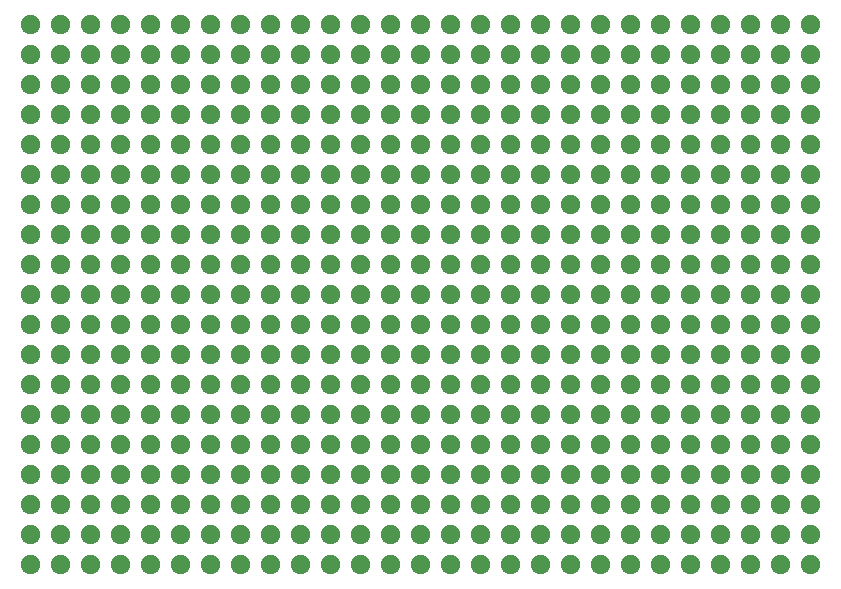
<source format=gbr>
%TF.GenerationSoftware,KiCad,Pcbnew,5.1.5+dfsg1-2build2*%
%TF.CreationDate,2020-10-05T13:16:32+02:00*%
%TF.ProjectId,pcb_50x70mm,7063625f-3530-4783-9730-6d6d2e6b6963,rev?*%
%TF.SameCoordinates,PX5f13998PY69fa208*%
%TF.FileFunction,Soldermask,Bot*%
%TF.FilePolarity,Negative*%
%FSLAX46Y46*%
G04 Gerber Fmt 4.6, Leading zero omitted, Abs format (unit mm)*
G04 Created by KiCad (PCBNEW 5.1.5+dfsg1-2build2) date 2020-10-05 13:16:32*
%MOMM*%
%LPD*%
G04 APERTURE LIST*
%ADD10C,0.150000*%
G04 APERTURE END LIST*
D10*
G36*
X68182142Y2686758D02*
G01*
X68330101Y2625471D01*
X68463255Y2536501D01*
X68576501Y2423255D01*
X68665471Y2290101D01*
X68726758Y2142142D01*
X68758000Y1985075D01*
X68758000Y1824925D01*
X68726758Y1667858D01*
X68665471Y1519899D01*
X68576501Y1386745D01*
X68463255Y1273499D01*
X68330101Y1184529D01*
X68182142Y1123242D01*
X68025075Y1092000D01*
X67864925Y1092000D01*
X67707858Y1123242D01*
X67559899Y1184529D01*
X67426745Y1273499D01*
X67313499Y1386745D01*
X67224529Y1519899D01*
X67163242Y1667858D01*
X67132000Y1824925D01*
X67132000Y1985075D01*
X67163242Y2142142D01*
X67224529Y2290101D01*
X67313499Y2423255D01*
X67426745Y2536501D01*
X67559899Y2625471D01*
X67707858Y2686758D01*
X67864925Y2718000D01*
X68025075Y2718000D01*
X68182142Y2686758D01*
G37*
G36*
X35162142Y2686758D02*
G01*
X35310101Y2625471D01*
X35443255Y2536501D01*
X35556501Y2423255D01*
X35645471Y2290101D01*
X35706758Y2142142D01*
X35738000Y1985075D01*
X35738000Y1824925D01*
X35706758Y1667858D01*
X35645471Y1519899D01*
X35556501Y1386745D01*
X35443255Y1273499D01*
X35310101Y1184529D01*
X35162142Y1123242D01*
X35005075Y1092000D01*
X34844925Y1092000D01*
X34687858Y1123242D01*
X34539899Y1184529D01*
X34406745Y1273499D01*
X34293499Y1386745D01*
X34204529Y1519899D01*
X34143242Y1667858D01*
X34112000Y1824925D01*
X34112000Y1985075D01*
X34143242Y2142142D01*
X34204529Y2290101D01*
X34293499Y2423255D01*
X34406745Y2536501D01*
X34539899Y2625471D01*
X34687858Y2686758D01*
X34844925Y2718000D01*
X35005075Y2718000D01*
X35162142Y2686758D01*
G37*
G36*
X2142142Y2686758D02*
G01*
X2290101Y2625471D01*
X2423255Y2536501D01*
X2536501Y2423255D01*
X2625471Y2290101D01*
X2686758Y2142142D01*
X2718000Y1985075D01*
X2718000Y1824925D01*
X2686758Y1667858D01*
X2625471Y1519899D01*
X2536501Y1386745D01*
X2423255Y1273499D01*
X2290101Y1184529D01*
X2142142Y1123242D01*
X1985075Y1092000D01*
X1824925Y1092000D01*
X1667858Y1123242D01*
X1519899Y1184529D01*
X1386745Y1273499D01*
X1273499Y1386745D01*
X1184529Y1519899D01*
X1123242Y1667858D01*
X1092000Y1824925D01*
X1092000Y1985075D01*
X1123242Y2142142D01*
X1184529Y2290101D01*
X1273499Y2423255D01*
X1386745Y2536501D01*
X1519899Y2625471D01*
X1667858Y2686758D01*
X1824925Y2718000D01*
X1985075Y2718000D01*
X2142142Y2686758D01*
G37*
G36*
X4682142Y2686758D02*
G01*
X4830101Y2625471D01*
X4963255Y2536501D01*
X5076501Y2423255D01*
X5165471Y2290101D01*
X5226758Y2142142D01*
X5258000Y1985075D01*
X5258000Y1824925D01*
X5226758Y1667858D01*
X5165471Y1519899D01*
X5076501Y1386745D01*
X4963255Y1273499D01*
X4830101Y1184529D01*
X4682142Y1123242D01*
X4525075Y1092000D01*
X4364925Y1092000D01*
X4207858Y1123242D01*
X4059899Y1184529D01*
X3926745Y1273499D01*
X3813499Y1386745D01*
X3724529Y1519899D01*
X3663242Y1667858D01*
X3632000Y1824925D01*
X3632000Y1985075D01*
X3663242Y2142142D01*
X3724529Y2290101D01*
X3813499Y2423255D01*
X3926745Y2536501D01*
X4059899Y2625471D01*
X4207858Y2686758D01*
X4364925Y2718000D01*
X4525075Y2718000D01*
X4682142Y2686758D01*
G37*
G36*
X7222142Y2686758D02*
G01*
X7370101Y2625471D01*
X7503255Y2536501D01*
X7616501Y2423255D01*
X7705471Y2290101D01*
X7766758Y2142142D01*
X7798000Y1985075D01*
X7798000Y1824925D01*
X7766758Y1667858D01*
X7705471Y1519899D01*
X7616501Y1386745D01*
X7503255Y1273499D01*
X7370101Y1184529D01*
X7222142Y1123242D01*
X7065075Y1092000D01*
X6904925Y1092000D01*
X6747858Y1123242D01*
X6599899Y1184529D01*
X6466745Y1273499D01*
X6353499Y1386745D01*
X6264529Y1519899D01*
X6203242Y1667858D01*
X6172000Y1824925D01*
X6172000Y1985075D01*
X6203242Y2142142D01*
X6264529Y2290101D01*
X6353499Y2423255D01*
X6466745Y2536501D01*
X6599899Y2625471D01*
X6747858Y2686758D01*
X6904925Y2718000D01*
X7065075Y2718000D01*
X7222142Y2686758D01*
G37*
G36*
X9762142Y2686758D02*
G01*
X9910101Y2625471D01*
X10043255Y2536501D01*
X10156501Y2423255D01*
X10245471Y2290101D01*
X10306758Y2142142D01*
X10338000Y1985075D01*
X10338000Y1824925D01*
X10306758Y1667858D01*
X10245471Y1519899D01*
X10156501Y1386745D01*
X10043255Y1273499D01*
X9910101Y1184529D01*
X9762142Y1123242D01*
X9605075Y1092000D01*
X9444925Y1092000D01*
X9287858Y1123242D01*
X9139899Y1184529D01*
X9006745Y1273499D01*
X8893499Y1386745D01*
X8804529Y1519899D01*
X8743242Y1667858D01*
X8712000Y1824925D01*
X8712000Y1985075D01*
X8743242Y2142142D01*
X8804529Y2290101D01*
X8893499Y2423255D01*
X9006745Y2536501D01*
X9139899Y2625471D01*
X9287858Y2686758D01*
X9444925Y2718000D01*
X9605075Y2718000D01*
X9762142Y2686758D01*
G37*
G36*
X12302142Y2686758D02*
G01*
X12450101Y2625471D01*
X12583255Y2536501D01*
X12696501Y2423255D01*
X12785471Y2290101D01*
X12846758Y2142142D01*
X12878000Y1985075D01*
X12878000Y1824925D01*
X12846758Y1667858D01*
X12785471Y1519899D01*
X12696501Y1386745D01*
X12583255Y1273499D01*
X12450101Y1184529D01*
X12302142Y1123242D01*
X12145075Y1092000D01*
X11984925Y1092000D01*
X11827858Y1123242D01*
X11679899Y1184529D01*
X11546745Y1273499D01*
X11433499Y1386745D01*
X11344529Y1519899D01*
X11283242Y1667858D01*
X11252000Y1824925D01*
X11252000Y1985075D01*
X11283242Y2142142D01*
X11344529Y2290101D01*
X11433499Y2423255D01*
X11546745Y2536501D01*
X11679899Y2625471D01*
X11827858Y2686758D01*
X11984925Y2718000D01*
X12145075Y2718000D01*
X12302142Y2686758D01*
G37*
G36*
X14842142Y2686758D02*
G01*
X14990101Y2625471D01*
X15123255Y2536501D01*
X15236501Y2423255D01*
X15325471Y2290101D01*
X15386758Y2142142D01*
X15418000Y1985075D01*
X15418000Y1824925D01*
X15386758Y1667858D01*
X15325471Y1519899D01*
X15236501Y1386745D01*
X15123255Y1273499D01*
X14990101Y1184529D01*
X14842142Y1123242D01*
X14685075Y1092000D01*
X14524925Y1092000D01*
X14367858Y1123242D01*
X14219899Y1184529D01*
X14086745Y1273499D01*
X13973499Y1386745D01*
X13884529Y1519899D01*
X13823242Y1667858D01*
X13792000Y1824925D01*
X13792000Y1985075D01*
X13823242Y2142142D01*
X13884529Y2290101D01*
X13973499Y2423255D01*
X14086745Y2536501D01*
X14219899Y2625471D01*
X14367858Y2686758D01*
X14524925Y2718000D01*
X14685075Y2718000D01*
X14842142Y2686758D01*
G37*
G36*
X17382142Y2686758D02*
G01*
X17530101Y2625471D01*
X17663255Y2536501D01*
X17776501Y2423255D01*
X17865471Y2290101D01*
X17926758Y2142142D01*
X17958000Y1985075D01*
X17958000Y1824925D01*
X17926758Y1667858D01*
X17865471Y1519899D01*
X17776501Y1386745D01*
X17663255Y1273499D01*
X17530101Y1184529D01*
X17382142Y1123242D01*
X17225075Y1092000D01*
X17064925Y1092000D01*
X16907858Y1123242D01*
X16759899Y1184529D01*
X16626745Y1273499D01*
X16513499Y1386745D01*
X16424529Y1519899D01*
X16363242Y1667858D01*
X16332000Y1824925D01*
X16332000Y1985075D01*
X16363242Y2142142D01*
X16424529Y2290101D01*
X16513499Y2423255D01*
X16626745Y2536501D01*
X16759899Y2625471D01*
X16907858Y2686758D01*
X17064925Y2718000D01*
X17225075Y2718000D01*
X17382142Y2686758D01*
G37*
G36*
X19922142Y2686758D02*
G01*
X20070101Y2625471D01*
X20203255Y2536501D01*
X20316501Y2423255D01*
X20405471Y2290101D01*
X20466758Y2142142D01*
X20498000Y1985075D01*
X20498000Y1824925D01*
X20466758Y1667858D01*
X20405471Y1519899D01*
X20316501Y1386745D01*
X20203255Y1273499D01*
X20070101Y1184529D01*
X19922142Y1123242D01*
X19765075Y1092000D01*
X19604925Y1092000D01*
X19447858Y1123242D01*
X19299899Y1184529D01*
X19166745Y1273499D01*
X19053499Y1386745D01*
X18964529Y1519899D01*
X18903242Y1667858D01*
X18872000Y1824925D01*
X18872000Y1985075D01*
X18903242Y2142142D01*
X18964529Y2290101D01*
X19053499Y2423255D01*
X19166745Y2536501D01*
X19299899Y2625471D01*
X19447858Y2686758D01*
X19604925Y2718000D01*
X19765075Y2718000D01*
X19922142Y2686758D01*
G37*
G36*
X22462142Y2686758D02*
G01*
X22610101Y2625471D01*
X22743255Y2536501D01*
X22856501Y2423255D01*
X22945471Y2290101D01*
X23006758Y2142142D01*
X23038000Y1985075D01*
X23038000Y1824925D01*
X23006758Y1667858D01*
X22945471Y1519899D01*
X22856501Y1386745D01*
X22743255Y1273499D01*
X22610101Y1184529D01*
X22462142Y1123242D01*
X22305075Y1092000D01*
X22144925Y1092000D01*
X21987858Y1123242D01*
X21839899Y1184529D01*
X21706745Y1273499D01*
X21593499Y1386745D01*
X21504529Y1519899D01*
X21443242Y1667858D01*
X21412000Y1824925D01*
X21412000Y1985075D01*
X21443242Y2142142D01*
X21504529Y2290101D01*
X21593499Y2423255D01*
X21706745Y2536501D01*
X21839899Y2625471D01*
X21987858Y2686758D01*
X22144925Y2718000D01*
X22305075Y2718000D01*
X22462142Y2686758D01*
G37*
G36*
X25002142Y2686758D02*
G01*
X25150101Y2625471D01*
X25283255Y2536501D01*
X25396501Y2423255D01*
X25485471Y2290101D01*
X25546758Y2142142D01*
X25578000Y1985075D01*
X25578000Y1824925D01*
X25546758Y1667858D01*
X25485471Y1519899D01*
X25396501Y1386745D01*
X25283255Y1273499D01*
X25150101Y1184529D01*
X25002142Y1123242D01*
X24845075Y1092000D01*
X24684925Y1092000D01*
X24527858Y1123242D01*
X24379899Y1184529D01*
X24246745Y1273499D01*
X24133499Y1386745D01*
X24044529Y1519899D01*
X23983242Y1667858D01*
X23952000Y1824925D01*
X23952000Y1985075D01*
X23983242Y2142142D01*
X24044529Y2290101D01*
X24133499Y2423255D01*
X24246745Y2536501D01*
X24379899Y2625471D01*
X24527858Y2686758D01*
X24684925Y2718000D01*
X24845075Y2718000D01*
X25002142Y2686758D01*
G37*
G36*
X27542142Y2686758D02*
G01*
X27690101Y2625471D01*
X27823255Y2536501D01*
X27936501Y2423255D01*
X28025471Y2290101D01*
X28086758Y2142142D01*
X28118000Y1985075D01*
X28118000Y1824925D01*
X28086758Y1667858D01*
X28025471Y1519899D01*
X27936501Y1386745D01*
X27823255Y1273499D01*
X27690101Y1184529D01*
X27542142Y1123242D01*
X27385075Y1092000D01*
X27224925Y1092000D01*
X27067858Y1123242D01*
X26919899Y1184529D01*
X26786745Y1273499D01*
X26673499Y1386745D01*
X26584529Y1519899D01*
X26523242Y1667858D01*
X26492000Y1824925D01*
X26492000Y1985075D01*
X26523242Y2142142D01*
X26584529Y2290101D01*
X26673499Y2423255D01*
X26786745Y2536501D01*
X26919899Y2625471D01*
X27067858Y2686758D01*
X27224925Y2718000D01*
X27385075Y2718000D01*
X27542142Y2686758D01*
G37*
G36*
X30082142Y2686758D02*
G01*
X30230101Y2625471D01*
X30363255Y2536501D01*
X30476501Y2423255D01*
X30565471Y2290101D01*
X30626758Y2142142D01*
X30658000Y1985075D01*
X30658000Y1824925D01*
X30626758Y1667858D01*
X30565471Y1519899D01*
X30476501Y1386745D01*
X30363255Y1273499D01*
X30230101Y1184529D01*
X30082142Y1123242D01*
X29925075Y1092000D01*
X29764925Y1092000D01*
X29607858Y1123242D01*
X29459899Y1184529D01*
X29326745Y1273499D01*
X29213499Y1386745D01*
X29124529Y1519899D01*
X29063242Y1667858D01*
X29032000Y1824925D01*
X29032000Y1985075D01*
X29063242Y2142142D01*
X29124529Y2290101D01*
X29213499Y2423255D01*
X29326745Y2536501D01*
X29459899Y2625471D01*
X29607858Y2686758D01*
X29764925Y2718000D01*
X29925075Y2718000D01*
X30082142Y2686758D01*
G37*
G36*
X37702142Y2686758D02*
G01*
X37850101Y2625471D01*
X37983255Y2536501D01*
X38096501Y2423255D01*
X38185471Y2290101D01*
X38246758Y2142142D01*
X38278000Y1985075D01*
X38278000Y1824925D01*
X38246758Y1667858D01*
X38185471Y1519899D01*
X38096501Y1386745D01*
X37983255Y1273499D01*
X37850101Y1184529D01*
X37702142Y1123242D01*
X37545075Y1092000D01*
X37384925Y1092000D01*
X37227858Y1123242D01*
X37079899Y1184529D01*
X36946745Y1273499D01*
X36833499Y1386745D01*
X36744529Y1519899D01*
X36683242Y1667858D01*
X36652000Y1824925D01*
X36652000Y1985075D01*
X36683242Y2142142D01*
X36744529Y2290101D01*
X36833499Y2423255D01*
X36946745Y2536501D01*
X37079899Y2625471D01*
X37227858Y2686758D01*
X37384925Y2718000D01*
X37545075Y2718000D01*
X37702142Y2686758D01*
G37*
G36*
X32622142Y2686758D02*
G01*
X32770101Y2625471D01*
X32903255Y2536501D01*
X33016501Y2423255D01*
X33105471Y2290101D01*
X33166758Y2142142D01*
X33198000Y1985075D01*
X33198000Y1824925D01*
X33166758Y1667858D01*
X33105471Y1519899D01*
X33016501Y1386745D01*
X32903255Y1273499D01*
X32770101Y1184529D01*
X32622142Y1123242D01*
X32465075Y1092000D01*
X32304925Y1092000D01*
X32147858Y1123242D01*
X31999899Y1184529D01*
X31866745Y1273499D01*
X31753499Y1386745D01*
X31664529Y1519899D01*
X31603242Y1667858D01*
X31572000Y1824925D01*
X31572000Y1985075D01*
X31603242Y2142142D01*
X31664529Y2290101D01*
X31753499Y2423255D01*
X31866745Y2536501D01*
X31999899Y2625471D01*
X32147858Y2686758D01*
X32304925Y2718000D01*
X32465075Y2718000D01*
X32622142Y2686758D01*
G37*
G36*
X65642142Y2686758D02*
G01*
X65790101Y2625471D01*
X65923255Y2536501D01*
X66036501Y2423255D01*
X66125471Y2290101D01*
X66186758Y2142142D01*
X66218000Y1985075D01*
X66218000Y1824925D01*
X66186758Y1667858D01*
X66125471Y1519899D01*
X66036501Y1386745D01*
X65923255Y1273499D01*
X65790101Y1184529D01*
X65642142Y1123242D01*
X65485075Y1092000D01*
X65324925Y1092000D01*
X65167858Y1123242D01*
X65019899Y1184529D01*
X64886745Y1273499D01*
X64773499Y1386745D01*
X64684529Y1519899D01*
X64623242Y1667858D01*
X64592000Y1824925D01*
X64592000Y1985075D01*
X64623242Y2142142D01*
X64684529Y2290101D01*
X64773499Y2423255D01*
X64886745Y2536501D01*
X65019899Y2625471D01*
X65167858Y2686758D01*
X65324925Y2718000D01*
X65485075Y2718000D01*
X65642142Y2686758D01*
G37*
G36*
X63102142Y2686758D02*
G01*
X63250101Y2625471D01*
X63383255Y2536501D01*
X63496501Y2423255D01*
X63585471Y2290101D01*
X63646758Y2142142D01*
X63678000Y1985075D01*
X63678000Y1824925D01*
X63646758Y1667858D01*
X63585471Y1519899D01*
X63496501Y1386745D01*
X63383255Y1273499D01*
X63250101Y1184529D01*
X63102142Y1123242D01*
X62945075Y1092000D01*
X62784925Y1092000D01*
X62627858Y1123242D01*
X62479899Y1184529D01*
X62346745Y1273499D01*
X62233499Y1386745D01*
X62144529Y1519899D01*
X62083242Y1667858D01*
X62052000Y1824925D01*
X62052000Y1985075D01*
X62083242Y2142142D01*
X62144529Y2290101D01*
X62233499Y2423255D01*
X62346745Y2536501D01*
X62479899Y2625471D01*
X62627858Y2686758D01*
X62784925Y2718000D01*
X62945075Y2718000D01*
X63102142Y2686758D01*
G37*
G36*
X60562142Y2686758D02*
G01*
X60710101Y2625471D01*
X60843255Y2536501D01*
X60956501Y2423255D01*
X61045471Y2290101D01*
X61106758Y2142142D01*
X61138000Y1985075D01*
X61138000Y1824925D01*
X61106758Y1667858D01*
X61045471Y1519899D01*
X60956501Y1386745D01*
X60843255Y1273499D01*
X60710101Y1184529D01*
X60562142Y1123242D01*
X60405075Y1092000D01*
X60244925Y1092000D01*
X60087858Y1123242D01*
X59939899Y1184529D01*
X59806745Y1273499D01*
X59693499Y1386745D01*
X59604529Y1519899D01*
X59543242Y1667858D01*
X59512000Y1824925D01*
X59512000Y1985075D01*
X59543242Y2142142D01*
X59604529Y2290101D01*
X59693499Y2423255D01*
X59806745Y2536501D01*
X59939899Y2625471D01*
X60087858Y2686758D01*
X60244925Y2718000D01*
X60405075Y2718000D01*
X60562142Y2686758D01*
G37*
G36*
X58022142Y2686758D02*
G01*
X58170101Y2625471D01*
X58303255Y2536501D01*
X58416501Y2423255D01*
X58505471Y2290101D01*
X58566758Y2142142D01*
X58598000Y1985075D01*
X58598000Y1824925D01*
X58566758Y1667858D01*
X58505471Y1519899D01*
X58416501Y1386745D01*
X58303255Y1273499D01*
X58170101Y1184529D01*
X58022142Y1123242D01*
X57865075Y1092000D01*
X57704925Y1092000D01*
X57547858Y1123242D01*
X57399899Y1184529D01*
X57266745Y1273499D01*
X57153499Y1386745D01*
X57064529Y1519899D01*
X57003242Y1667858D01*
X56972000Y1824925D01*
X56972000Y1985075D01*
X57003242Y2142142D01*
X57064529Y2290101D01*
X57153499Y2423255D01*
X57266745Y2536501D01*
X57399899Y2625471D01*
X57547858Y2686758D01*
X57704925Y2718000D01*
X57865075Y2718000D01*
X58022142Y2686758D01*
G37*
G36*
X55482142Y2686758D02*
G01*
X55630101Y2625471D01*
X55763255Y2536501D01*
X55876501Y2423255D01*
X55965471Y2290101D01*
X56026758Y2142142D01*
X56058000Y1985075D01*
X56058000Y1824925D01*
X56026758Y1667858D01*
X55965471Y1519899D01*
X55876501Y1386745D01*
X55763255Y1273499D01*
X55630101Y1184529D01*
X55482142Y1123242D01*
X55325075Y1092000D01*
X55164925Y1092000D01*
X55007858Y1123242D01*
X54859899Y1184529D01*
X54726745Y1273499D01*
X54613499Y1386745D01*
X54524529Y1519899D01*
X54463242Y1667858D01*
X54432000Y1824925D01*
X54432000Y1985075D01*
X54463242Y2142142D01*
X54524529Y2290101D01*
X54613499Y2423255D01*
X54726745Y2536501D01*
X54859899Y2625471D01*
X55007858Y2686758D01*
X55164925Y2718000D01*
X55325075Y2718000D01*
X55482142Y2686758D01*
G37*
G36*
X50402142Y2686758D02*
G01*
X50550101Y2625471D01*
X50683255Y2536501D01*
X50796501Y2423255D01*
X50885471Y2290101D01*
X50946758Y2142142D01*
X50978000Y1985075D01*
X50978000Y1824925D01*
X50946758Y1667858D01*
X50885471Y1519899D01*
X50796501Y1386745D01*
X50683255Y1273499D01*
X50550101Y1184529D01*
X50402142Y1123242D01*
X50245075Y1092000D01*
X50084925Y1092000D01*
X49927858Y1123242D01*
X49779899Y1184529D01*
X49646745Y1273499D01*
X49533499Y1386745D01*
X49444529Y1519899D01*
X49383242Y1667858D01*
X49352000Y1824925D01*
X49352000Y1985075D01*
X49383242Y2142142D01*
X49444529Y2290101D01*
X49533499Y2423255D01*
X49646745Y2536501D01*
X49779899Y2625471D01*
X49927858Y2686758D01*
X50084925Y2718000D01*
X50245075Y2718000D01*
X50402142Y2686758D01*
G37*
G36*
X47862142Y2686758D02*
G01*
X48010101Y2625471D01*
X48143255Y2536501D01*
X48256501Y2423255D01*
X48345471Y2290101D01*
X48406758Y2142142D01*
X48438000Y1985075D01*
X48438000Y1824925D01*
X48406758Y1667858D01*
X48345471Y1519899D01*
X48256501Y1386745D01*
X48143255Y1273499D01*
X48010101Y1184529D01*
X47862142Y1123242D01*
X47705075Y1092000D01*
X47544925Y1092000D01*
X47387858Y1123242D01*
X47239899Y1184529D01*
X47106745Y1273499D01*
X46993499Y1386745D01*
X46904529Y1519899D01*
X46843242Y1667858D01*
X46812000Y1824925D01*
X46812000Y1985075D01*
X46843242Y2142142D01*
X46904529Y2290101D01*
X46993499Y2423255D01*
X47106745Y2536501D01*
X47239899Y2625471D01*
X47387858Y2686758D01*
X47544925Y2718000D01*
X47705075Y2718000D01*
X47862142Y2686758D01*
G37*
G36*
X45322142Y2686758D02*
G01*
X45470101Y2625471D01*
X45603255Y2536501D01*
X45716501Y2423255D01*
X45805471Y2290101D01*
X45866758Y2142142D01*
X45898000Y1985075D01*
X45898000Y1824925D01*
X45866758Y1667858D01*
X45805471Y1519899D01*
X45716501Y1386745D01*
X45603255Y1273499D01*
X45470101Y1184529D01*
X45322142Y1123242D01*
X45165075Y1092000D01*
X45004925Y1092000D01*
X44847858Y1123242D01*
X44699899Y1184529D01*
X44566745Y1273499D01*
X44453499Y1386745D01*
X44364529Y1519899D01*
X44303242Y1667858D01*
X44272000Y1824925D01*
X44272000Y1985075D01*
X44303242Y2142142D01*
X44364529Y2290101D01*
X44453499Y2423255D01*
X44566745Y2536501D01*
X44699899Y2625471D01*
X44847858Y2686758D01*
X45004925Y2718000D01*
X45165075Y2718000D01*
X45322142Y2686758D01*
G37*
G36*
X42782142Y2686758D02*
G01*
X42930101Y2625471D01*
X43063255Y2536501D01*
X43176501Y2423255D01*
X43265471Y2290101D01*
X43326758Y2142142D01*
X43358000Y1985075D01*
X43358000Y1824925D01*
X43326758Y1667858D01*
X43265471Y1519899D01*
X43176501Y1386745D01*
X43063255Y1273499D01*
X42930101Y1184529D01*
X42782142Y1123242D01*
X42625075Y1092000D01*
X42464925Y1092000D01*
X42307858Y1123242D01*
X42159899Y1184529D01*
X42026745Y1273499D01*
X41913499Y1386745D01*
X41824529Y1519899D01*
X41763242Y1667858D01*
X41732000Y1824925D01*
X41732000Y1985075D01*
X41763242Y2142142D01*
X41824529Y2290101D01*
X41913499Y2423255D01*
X42026745Y2536501D01*
X42159899Y2625471D01*
X42307858Y2686758D01*
X42464925Y2718000D01*
X42625075Y2718000D01*
X42782142Y2686758D01*
G37*
G36*
X40242142Y2686758D02*
G01*
X40390101Y2625471D01*
X40523255Y2536501D01*
X40636501Y2423255D01*
X40725471Y2290101D01*
X40786758Y2142142D01*
X40818000Y1985075D01*
X40818000Y1824925D01*
X40786758Y1667858D01*
X40725471Y1519899D01*
X40636501Y1386745D01*
X40523255Y1273499D01*
X40390101Y1184529D01*
X40242142Y1123242D01*
X40085075Y1092000D01*
X39924925Y1092000D01*
X39767858Y1123242D01*
X39619899Y1184529D01*
X39486745Y1273499D01*
X39373499Y1386745D01*
X39284529Y1519899D01*
X39223242Y1667858D01*
X39192000Y1824925D01*
X39192000Y1985075D01*
X39223242Y2142142D01*
X39284529Y2290101D01*
X39373499Y2423255D01*
X39486745Y2536501D01*
X39619899Y2625471D01*
X39767858Y2686758D01*
X39924925Y2718000D01*
X40085075Y2718000D01*
X40242142Y2686758D01*
G37*
G36*
X52942142Y2686758D02*
G01*
X53090101Y2625471D01*
X53223255Y2536501D01*
X53336501Y2423255D01*
X53425471Y2290101D01*
X53486758Y2142142D01*
X53518000Y1985075D01*
X53518000Y1824925D01*
X53486758Y1667858D01*
X53425471Y1519899D01*
X53336501Y1386745D01*
X53223255Y1273499D01*
X53090101Y1184529D01*
X52942142Y1123242D01*
X52785075Y1092000D01*
X52624925Y1092000D01*
X52467858Y1123242D01*
X52319899Y1184529D01*
X52186745Y1273499D01*
X52073499Y1386745D01*
X51984529Y1519899D01*
X51923242Y1667858D01*
X51892000Y1824925D01*
X51892000Y1985075D01*
X51923242Y2142142D01*
X51984529Y2290101D01*
X52073499Y2423255D01*
X52186745Y2536501D01*
X52319899Y2625471D01*
X52467858Y2686758D01*
X52624925Y2718000D01*
X52785075Y2718000D01*
X52942142Y2686758D01*
G37*
G36*
X63102142Y5226758D02*
G01*
X63250101Y5165471D01*
X63383255Y5076501D01*
X63496501Y4963255D01*
X63585471Y4830101D01*
X63646758Y4682142D01*
X63678000Y4525075D01*
X63678000Y4364925D01*
X63646758Y4207858D01*
X63585471Y4059899D01*
X63496501Y3926745D01*
X63383255Y3813499D01*
X63250101Y3724529D01*
X63102142Y3663242D01*
X62945075Y3632000D01*
X62784925Y3632000D01*
X62627858Y3663242D01*
X62479899Y3724529D01*
X62346745Y3813499D01*
X62233499Y3926745D01*
X62144529Y4059899D01*
X62083242Y4207858D01*
X62052000Y4364925D01*
X62052000Y4525075D01*
X62083242Y4682142D01*
X62144529Y4830101D01*
X62233499Y4963255D01*
X62346745Y5076501D01*
X62479899Y5165471D01*
X62627858Y5226758D01*
X62784925Y5258000D01*
X62945075Y5258000D01*
X63102142Y5226758D01*
G37*
G36*
X37702142Y5226758D02*
G01*
X37850101Y5165471D01*
X37983255Y5076501D01*
X38096501Y4963255D01*
X38185471Y4830101D01*
X38246758Y4682142D01*
X38278000Y4525075D01*
X38278000Y4364925D01*
X38246758Y4207858D01*
X38185471Y4059899D01*
X38096501Y3926745D01*
X37983255Y3813499D01*
X37850101Y3724529D01*
X37702142Y3663242D01*
X37545075Y3632000D01*
X37384925Y3632000D01*
X37227858Y3663242D01*
X37079899Y3724529D01*
X36946745Y3813499D01*
X36833499Y3926745D01*
X36744529Y4059899D01*
X36683242Y4207858D01*
X36652000Y4364925D01*
X36652000Y4525075D01*
X36683242Y4682142D01*
X36744529Y4830101D01*
X36833499Y4963255D01*
X36946745Y5076501D01*
X37079899Y5165471D01*
X37227858Y5226758D01*
X37384925Y5258000D01*
X37545075Y5258000D01*
X37702142Y5226758D01*
G37*
G36*
X40242142Y5226758D02*
G01*
X40390101Y5165471D01*
X40523255Y5076501D01*
X40636501Y4963255D01*
X40725471Y4830101D01*
X40786758Y4682142D01*
X40818000Y4525075D01*
X40818000Y4364925D01*
X40786758Y4207858D01*
X40725471Y4059899D01*
X40636501Y3926745D01*
X40523255Y3813499D01*
X40390101Y3724529D01*
X40242142Y3663242D01*
X40085075Y3632000D01*
X39924925Y3632000D01*
X39767858Y3663242D01*
X39619899Y3724529D01*
X39486745Y3813499D01*
X39373499Y3926745D01*
X39284529Y4059899D01*
X39223242Y4207858D01*
X39192000Y4364925D01*
X39192000Y4525075D01*
X39223242Y4682142D01*
X39284529Y4830101D01*
X39373499Y4963255D01*
X39486745Y5076501D01*
X39619899Y5165471D01*
X39767858Y5226758D01*
X39924925Y5258000D01*
X40085075Y5258000D01*
X40242142Y5226758D01*
G37*
G36*
X42782142Y5226758D02*
G01*
X42930101Y5165471D01*
X43063255Y5076501D01*
X43176501Y4963255D01*
X43265471Y4830101D01*
X43326758Y4682142D01*
X43358000Y4525075D01*
X43358000Y4364925D01*
X43326758Y4207858D01*
X43265471Y4059899D01*
X43176501Y3926745D01*
X43063255Y3813499D01*
X42930101Y3724529D01*
X42782142Y3663242D01*
X42625075Y3632000D01*
X42464925Y3632000D01*
X42307858Y3663242D01*
X42159899Y3724529D01*
X42026745Y3813499D01*
X41913499Y3926745D01*
X41824529Y4059899D01*
X41763242Y4207858D01*
X41732000Y4364925D01*
X41732000Y4525075D01*
X41763242Y4682142D01*
X41824529Y4830101D01*
X41913499Y4963255D01*
X42026745Y5076501D01*
X42159899Y5165471D01*
X42307858Y5226758D01*
X42464925Y5258000D01*
X42625075Y5258000D01*
X42782142Y5226758D01*
G37*
G36*
X45322142Y5226758D02*
G01*
X45470101Y5165471D01*
X45603255Y5076501D01*
X45716501Y4963255D01*
X45805471Y4830101D01*
X45866758Y4682142D01*
X45898000Y4525075D01*
X45898000Y4364925D01*
X45866758Y4207858D01*
X45805471Y4059899D01*
X45716501Y3926745D01*
X45603255Y3813499D01*
X45470101Y3724529D01*
X45322142Y3663242D01*
X45165075Y3632000D01*
X45004925Y3632000D01*
X44847858Y3663242D01*
X44699899Y3724529D01*
X44566745Y3813499D01*
X44453499Y3926745D01*
X44364529Y4059899D01*
X44303242Y4207858D01*
X44272000Y4364925D01*
X44272000Y4525075D01*
X44303242Y4682142D01*
X44364529Y4830101D01*
X44453499Y4963255D01*
X44566745Y5076501D01*
X44699899Y5165471D01*
X44847858Y5226758D01*
X45004925Y5258000D01*
X45165075Y5258000D01*
X45322142Y5226758D01*
G37*
G36*
X47862142Y5226758D02*
G01*
X48010101Y5165471D01*
X48143255Y5076501D01*
X48256501Y4963255D01*
X48345471Y4830101D01*
X48406758Y4682142D01*
X48438000Y4525075D01*
X48438000Y4364925D01*
X48406758Y4207858D01*
X48345471Y4059899D01*
X48256501Y3926745D01*
X48143255Y3813499D01*
X48010101Y3724529D01*
X47862142Y3663242D01*
X47705075Y3632000D01*
X47544925Y3632000D01*
X47387858Y3663242D01*
X47239899Y3724529D01*
X47106745Y3813499D01*
X46993499Y3926745D01*
X46904529Y4059899D01*
X46843242Y4207858D01*
X46812000Y4364925D01*
X46812000Y4525075D01*
X46843242Y4682142D01*
X46904529Y4830101D01*
X46993499Y4963255D01*
X47106745Y5076501D01*
X47239899Y5165471D01*
X47387858Y5226758D01*
X47544925Y5258000D01*
X47705075Y5258000D01*
X47862142Y5226758D01*
G37*
G36*
X50402142Y5226758D02*
G01*
X50550101Y5165471D01*
X50683255Y5076501D01*
X50796501Y4963255D01*
X50885471Y4830101D01*
X50946758Y4682142D01*
X50978000Y4525075D01*
X50978000Y4364925D01*
X50946758Y4207858D01*
X50885471Y4059899D01*
X50796501Y3926745D01*
X50683255Y3813499D01*
X50550101Y3724529D01*
X50402142Y3663242D01*
X50245075Y3632000D01*
X50084925Y3632000D01*
X49927858Y3663242D01*
X49779899Y3724529D01*
X49646745Y3813499D01*
X49533499Y3926745D01*
X49444529Y4059899D01*
X49383242Y4207858D01*
X49352000Y4364925D01*
X49352000Y4525075D01*
X49383242Y4682142D01*
X49444529Y4830101D01*
X49533499Y4963255D01*
X49646745Y5076501D01*
X49779899Y5165471D01*
X49927858Y5226758D01*
X50084925Y5258000D01*
X50245075Y5258000D01*
X50402142Y5226758D01*
G37*
G36*
X52942142Y5226758D02*
G01*
X53090101Y5165471D01*
X53223255Y5076501D01*
X53336501Y4963255D01*
X53425471Y4830101D01*
X53486758Y4682142D01*
X53518000Y4525075D01*
X53518000Y4364925D01*
X53486758Y4207858D01*
X53425471Y4059899D01*
X53336501Y3926745D01*
X53223255Y3813499D01*
X53090101Y3724529D01*
X52942142Y3663242D01*
X52785075Y3632000D01*
X52624925Y3632000D01*
X52467858Y3663242D01*
X52319899Y3724529D01*
X52186745Y3813499D01*
X52073499Y3926745D01*
X51984529Y4059899D01*
X51923242Y4207858D01*
X51892000Y4364925D01*
X51892000Y4525075D01*
X51923242Y4682142D01*
X51984529Y4830101D01*
X52073499Y4963255D01*
X52186745Y5076501D01*
X52319899Y5165471D01*
X52467858Y5226758D01*
X52624925Y5258000D01*
X52785075Y5258000D01*
X52942142Y5226758D01*
G37*
G36*
X55482142Y5226758D02*
G01*
X55630101Y5165471D01*
X55763255Y5076501D01*
X55876501Y4963255D01*
X55965471Y4830101D01*
X56026758Y4682142D01*
X56058000Y4525075D01*
X56058000Y4364925D01*
X56026758Y4207858D01*
X55965471Y4059899D01*
X55876501Y3926745D01*
X55763255Y3813499D01*
X55630101Y3724529D01*
X55482142Y3663242D01*
X55325075Y3632000D01*
X55164925Y3632000D01*
X55007858Y3663242D01*
X54859899Y3724529D01*
X54726745Y3813499D01*
X54613499Y3926745D01*
X54524529Y4059899D01*
X54463242Y4207858D01*
X54432000Y4364925D01*
X54432000Y4525075D01*
X54463242Y4682142D01*
X54524529Y4830101D01*
X54613499Y4963255D01*
X54726745Y5076501D01*
X54859899Y5165471D01*
X55007858Y5226758D01*
X55164925Y5258000D01*
X55325075Y5258000D01*
X55482142Y5226758D01*
G37*
G36*
X58022142Y5226758D02*
G01*
X58170101Y5165471D01*
X58303255Y5076501D01*
X58416501Y4963255D01*
X58505471Y4830101D01*
X58566758Y4682142D01*
X58598000Y4525075D01*
X58598000Y4364925D01*
X58566758Y4207858D01*
X58505471Y4059899D01*
X58416501Y3926745D01*
X58303255Y3813499D01*
X58170101Y3724529D01*
X58022142Y3663242D01*
X57865075Y3632000D01*
X57704925Y3632000D01*
X57547858Y3663242D01*
X57399899Y3724529D01*
X57266745Y3813499D01*
X57153499Y3926745D01*
X57064529Y4059899D01*
X57003242Y4207858D01*
X56972000Y4364925D01*
X56972000Y4525075D01*
X57003242Y4682142D01*
X57064529Y4830101D01*
X57153499Y4963255D01*
X57266745Y5076501D01*
X57399899Y5165471D01*
X57547858Y5226758D01*
X57704925Y5258000D01*
X57865075Y5258000D01*
X58022142Y5226758D01*
G37*
G36*
X60562142Y5226758D02*
G01*
X60710101Y5165471D01*
X60843255Y5076501D01*
X60956501Y4963255D01*
X61045471Y4830101D01*
X61106758Y4682142D01*
X61138000Y4525075D01*
X61138000Y4364925D01*
X61106758Y4207858D01*
X61045471Y4059899D01*
X60956501Y3926745D01*
X60843255Y3813499D01*
X60710101Y3724529D01*
X60562142Y3663242D01*
X60405075Y3632000D01*
X60244925Y3632000D01*
X60087858Y3663242D01*
X59939899Y3724529D01*
X59806745Y3813499D01*
X59693499Y3926745D01*
X59604529Y4059899D01*
X59543242Y4207858D01*
X59512000Y4364925D01*
X59512000Y4525075D01*
X59543242Y4682142D01*
X59604529Y4830101D01*
X59693499Y4963255D01*
X59806745Y5076501D01*
X59939899Y5165471D01*
X60087858Y5226758D01*
X60244925Y5258000D01*
X60405075Y5258000D01*
X60562142Y5226758D01*
G37*
G36*
X65642142Y5226758D02*
G01*
X65790101Y5165471D01*
X65923255Y5076501D01*
X66036501Y4963255D01*
X66125471Y4830101D01*
X66186758Y4682142D01*
X66218000Y4525075D01*
X66218000Y4364925D01*
X66186758Y4207858D01*
X66125471Y4059899D01*
X66036501Y3926745D01*
X65923255Y3813499D01*
X65790101Y3724529D01*
X65642142Y3663242D01*
X65485075Y3632000D01*
X65324925Y3632000D01*
X65167858Y3663242D01*
X65019899Y3724529D01*
X64886745Y3813499D01*
X64773499Y3926745D01*
X64684529Y4059899D01*
X64623242Y4207858D01*
X64592000Y4364925D01*
X64592000Y4525075D01*
X64623242Y4682142D01*
X64684529Y4830101D01*
X64773499Y4963255D01*
X64886745Y5076501D01*
X65019899Y5165471D01*
X65167858Y5226758D01*
X65324925Y5258000D01*
X65485075Y5258000D01*
X65642142Y5226758D01*
G37*
G36*
X32622142Y5226758D02*
G01*
X32770101Y5165471D01*
X32903255Y5076501D01*
X33016501Y4963255D01*
X33105471Y4830101D01*
X33166758Y4682142D01*
X33198000Y4525075D01*
X33198000Y4364925D01*
X33166758Y4207858D01*
X33105471Y4059899D01*
X33016501Y3926745D01*
X32903255Y3813499D01*
X32770101Y3724529D01*
X32622142Y3663242D01*
X32465075Y3632000D01*
X32304925Y3632000D01*
X32147858Y3663242D01*
X31999899Y3724529D01*
X31866745Y3813499D01*
X31753499Y3926745D01*
X31664529Y4059899D01*
X31603242Y4207858D01*
X31572000Y4364925D01*
X31572000Y4525075D01*
X31603242Y4682142D01*
X31664529Y4830101D01*
X31753499Y4963255D01*
X31866745Y5076501D01*
X31999899Y5165471D01*
X32147858Y5226758D01*
X32304925Y5258000D01*
X32465075Y5258000D01*
X32622142Y5226758D01*
G37*
G36*
X30082142Y5226758D02*
G01*
X30230101Y5165471D01*
X30363255Y5076501D01*
X30476501Y4963255D01*
X30565471Y4830101D01*
X30626758Y4682142D01*
X30658000Y4525075D01*
X30658000Y4364925D01*
X30626758Y4207858D01*
X30565471Y4059899D01*
X30476501Y3926745D01*
X30363255Y3813499D01*
X30230101Y3724529D01*
X30082142Y3663242D01*
X29925075Y3632000D01*
X29764925Y3632000D01*
X29607858Y3663242D01*
X29459899Y3724529D01*
X29326745Y3813499D01*
X29213499Y3926745D01*
X29124529Y4059899D01*
X29063242Y4207858D01*
X29032000Y4364925D01*
X29032000Y4525075D01*
X29063242Y4682142D01*
X29124529Y4830101D01*
X29213499Y4963255D01*
X29326745Y5076501D01*
X29459899Y5165471D01*
X29607858Y5226758D01*
X29764925Y5258000D01*
X29925075Y5258000D01*
X30082142Y5226758D01*
G37*
G36*
X68182142Y5226758D02*
G01*
X68330101Y5165471D01*
X68463255Y5076501D01*
X68576501Y4963255D01*
X68665471Y4830101D01*
X68726758Y4682142D01*
X68758000Y4525075D01*
X68758000Y4364925D01*
X68726758Y4207858D01*
X68665471Y4059899D01*
X68576501Y3926745D01*
X68463255Y3813499D01*
X68330101Y3724529D01*
X68182142Y3663242D01*
X68025075Y3632000D01*
X67864925Y3632000D01*
X67707858Y3663242D01*
X67559899Y3724529D01*
X67426745Y3813499D01*
X67313499Y3926745D01*
X67224529Y4059899D01*
X67163242Y4207858D01*
X67132000Y4364925D01*
X67132000Y4525075D01*
X67163242Y4682142D01*
X67224529Y4830101D01*
X67313499Y4963255D01*
X67426745Y5076501D01*
X67559899Y5165471D01*
X67707858Y5226758D01*
X67864925Y5258000D01*
X68025075Y5258000D01*
X68182142Y5226758D01*
G37*
G36*
X35162142Y5226758D02*
G01*
X35310101Y5165471D01*
X35443255Y5076501D01*
X35556501Y4963255D01*
X35645471Y4830101D01*
X35706758Y4682142D01*
X35738000Y4525075D01*
X35738000Y4364925D01*
X35706758Y4207858D01*
X35645471Y4059899D01*
X35556501Y3926745D01*
X35443255Y3813499D01*
X35310101Y3724529D01*
X35162142Y3663242D01*
X35005075Y3632000D01*
X34844925Y3632000D01*
X34687858Y3663242D01*
X34539899Y3724529D01*
X34406745Y3813499D01*
X34293499Y3926745D01*
X34204529Y4059899D01*
X34143242Y4207858D01*
X34112000Y4364925D01*
X34112000Y4525075D01*
X34143242Y4682142D01*
X34204529Y4830101D01*
X34293499Y4963255D01*
X34406745Y5076501D01*
X34539899Y5165471D01*
X34687858Y5226758D01*
X34844925Y5258000D01*
X35005075Y5258000D01*
X35162142Y5226758D01*
G37*
G36*
X2142142Y5226758D02*
G01*
X2290101Y5165471D01*
X2423255Y5076501D01*
X2536501Y4963255D01*
X2625471Y4830101D01*
X2686758Y4682142D01*
X2718000Y4525075D01*
X2718000Y4364925D01*
X2686758Y4207858D01*
X2625471Y4059899D01*
X2536501Y3926745D01*
X2423255Y3813499D01*
X2290101Y3724529D01*
X2142142Y3663242D01*
X1985075Y3632000D01*
X1824925Y3632000D01*
X1667858Y3663242D01*
X1519899Y3724529D01*
X1386745Y3813499D01*
X1273499Y3926745D01*
X1184529Y4059899D01*
X1123242Y4207858D01*
X1092000Y4364925D01*
X1092000Y4525075D01*
X1123242Y4682142D01*
X1184529Y4830101D01*
X1273499Y4963255D01*
X1386745Y5076501D01*
X1519899Y5165471D01*
X1667858Y5226758D01*
X1824925Y5258000D01*
X1985075Y5258000D01*
X2142142Y5226758D01*
G37*
G36*
X4682142Y5226758D02*
G01*
X4830101Y5165471D01*
X4963255Y5076501D01*
X5076501Y4963255D01*
X5165471Y4830101D01*
X5226758Y4682142D01*
X5258000Y4525075D01*
X5258000Y4364925D01*
X5226758Y4207858D01*
X5165471Y4059899D01*
X5076501Y3926745D01*
X4963255Y3813499D01*
X4830101Y3724529D01*
X4682142Y3663242D01*
X4525075Y3632000D01*
X4364925Y3632000D01*
X4207858Y3663242D01*
X4059899Y3724529D01*
X3926745Y3813499D01*
X3813499Y3926745D01*
X3724529Y4059899D01*
X3663242Y4207858D01*
X3632000Y4364925D01*
X3632000Y4525075D01*
X3663242Y4682142D01*
X3724529Y4830101D01*
X3813499Y4963255D01*
X3926745Y5076501D01*
X4059899Y5165471D01*
X4207858Y5226758D01*
X4364925Y5258000D01*
X4525075Y5258000D01*
X4682142Y5226758D01*
G37*
G36*
X7222142Y5226758D02*
G01*
X7370101Y5165471D01*
X7503255Y5076501D01*
X7616501Y4963255D01*
X7705471Y4830101D01*
X7766758Y4682142D01*
X7798000Y4525075D01*
X7798000Y4364925D01*
X7766758Y4207858D01*
X7705471Y4059899D01*
X7616501Y3926745D01*
X7503255Y3813499D01*
X7370101Y3724529D01*
X7222142Y3663242D01*
X7065075Y3632000D01*
X6904925Y3632000D01*
X6747858Y3663242D01*
X6599899Y3724529D01*
X6466745Y3813499D01*
X6353499Y3926745D01*
X6264529Y4059899D01*
X6203242Y4207858D01*
X6172000Y4364925D01*
X6172000Y4525075D01*
X6203242Y4682142D01*
X6264529Y4830101D01*
X6353499Y4963255D01*
X6466745Y5076501D01*
X6599899Y5165471D01*
X6747858Y5226758D01*
X6904925Y5258000D01*
X7065075Y5258000D01*
X7222142Y5226758D01*
G37*
G36*
X9762142Y5226758D02*
G01*
X9910101Y5165471D01*
X10043255Y5076501D01*
X10156501Y4963255D01*
X10245471Y4830101D01*
X10306758Y4682142D01*
X10338000Y4525075D01*
X10338000Y4364925D01*
X10306758Y4207858D01*
X10245471Y4059899D01*
X10156501Y3926745D01*
X10043255Y3813499D01*
X9910101Y3724529D01*
X9762142Y3663242D01*
X9605075Y3632000D01*
X9444925Y3632000D01*
X9287858Y3663242D01*
X9139899Y3724529D01*
X9006745Y3813499D01*
X8893499Y3926745D01*
X8804529Y4059899D01*
X8743242Y4207858D01*
X8712000Y4364925D01*
X8712000Y4525075D01*
X8743242Y4682142D01*
X8804529Y4830101D01*
X8893499Y4963255D01*
X9006745Y5076501D01*
X9139899Y5165471D01*
X9287858Y5226758D01*
X9444925Y5258000D01*
X9605075Y5258000D01*
X9762142Y5226758D01*
G37*
G36*
X12302142Y5226758D02*
G01*
X12450101Y5165471D01*
X12583255Y5076501D01*
X12696501Y4963255D01*
X12785471Y4830101D01*
X12846758Y4682142D01*
X12878000Y4525075D01*
X12878000Y4364925D01*
X12846758Y4207858D01*
X12785471Y4059899D01*
X12696501Y3926745D01*
X12583255Y3813499D01*
X12450101Y3724529D01*
X12302142Y3663242D01*
X12145075Y3632000D01*
X11984925Y3632000D01*
X11827858Y3663242D01*
X11679899Y3724529D01*
X11546745Y3813499D01*
X11433499Y3926745D01*
X11344529Y4059899D01*
X11283242Y4207858D01*
X11252000Y4364925D01*
X11252000Y4525075D01*
X11283242Y4682142D01*
X11344529Y4830101D01*
X11433499Y4963255D01*
X11546745Y5076501D01*
X11679899Y5165471D01*
X11827858Y5226758D01*
X11984925Y5258000D01*
X12145075Y5258000D01*
X12302142Y5226758D01*
G37*
G36*
X14842142Y5226758D02*
G01*
X14990101Y5165471D01*
X15123255Y5076501D01*
X15236501Y4963255D01*
X15325471Y4830101D01*
X15386758Y4682142D01*
X15418000Y4525075D01*
X15418000Y4364925D01*
X15386758Y4207858D01*
X15325471Y4059899D01*
X15236501Y3926745D01*
X15123255Y3813499D01*
X14990101Y3724529D01*
X14842142Y3663242D01*
X14685075Y3632000D01*
X14524925Y3632000D01*
X14367858Y3663242D01*
X14219899Y3724529D01*
X14086745Y3813499D01*
X13973499Y3926745D01*
X13884529Y4059899D01*
X13823242Y4207858D01*
X13792000Y4364925D01*
X13792000Y4525075D01*
X13823242Y4682142D01*
X13884529Y4830101D01*
X13973499Y4963255D01*
X14086745Y5076501D01*
X14219899Y5165471D01*
X14367858Y5226758D01*
X14524925Y5258000D01*
X14685075Y5258000D01*
X14842142Y5226758D01*
G37*
G36*
X17382142Y5226758D02*
G01*
X17530101Y5165471D01*
X17663255Y5076501D01*
X17776501Y4963255D01*
X17865471Y4830101D01*
X17926758Y4682142D01*
X17958000Y4525075D01*
X17958000Y4364925D01*
X17926758Y4207858D01*
X17865471Y4059899D01*
X17776501Y3926745D01*
X17663255Y3813499D01*
X17530101Y3724529D01*
X17382142Y3663242D01*
X17225075Y3632000D01*
X17064925Y3632000D01*
X16907858Y3663242D01*
X16759899Y3724529D01*
X16626745Y3813499D01*
X16513499Y3926745D01*
X16424529Y4059899D01*
X16363242Y4207858D01*
X16332000Y4364925D01*
X16332000Y4525075D01*
X16363242Y4682142D01*
X16424529Y4830101D01*
X16513499Y4963255D01*
X16626745Y5076501D01*
X16759899Y5165471D01*
X16907858Y5226758D01*
X17064925Y5258000D01*
X17225075Y5258000D01*
X17382142Y5226758D01*
G37*
G36*
X19922142Y5226758D02*
G01*
X20070101Y5165471D01*
X20203255Y5076501D01*
X20316501Y4963255D01*
X20405471Y4830101D01*
X20466758Y4682142D01*
X20498000Y4525075D01*
X20498000Y4364925D01*
X20466758Y4207858D01*
X20405471Y4059899D01*
X20316501Y3926745D01*
X20203255Y3813499D01*
X20070101Y3724529D01*
X19922142Y3663242D01*
X19765075Y3632000D01*
X19604925Y3632000D01*
X19447858Y3663242D01*
X19299899Y3724529D01*
X19166745Y3813499D01*
X19053499Y3926745D01*
X18964529Y4059899D01*
X18903242Y4207858D01*
X18872000Y4364925D01*
X18872000Y4525075D01*
X18903242Y4682142D01*
X18964529Y4830101D01*
X19053499Y4963255D01*
X19166745Y5076501D01*
X19299899Y5165471D01*
X19447858Y5226758D01*
X19604925Y5258000D01*
X19765075Y5258000D01*
X19922142Y5226758D01*
G37*
G36*
X22462142Y5226758D02*
G01*
X22610101Y5165471D01*
X22743255Y5076501D01*
X22856501Y4963255D01*
X22945471Y4830101D01*
X23006758Y4682142D01*
X23038000Y4525075D01*
X23038000Y4364925D01*
X23006758Y4207858D01*
X22945471Y4059899D01*
X22856501Y3926745D01*
X22743255Y3813499D01*
X22610101Y3724529D01*
X22462142Y3663242D01*
X22305075Y3632000D01*
X22144925Y3632000D01*
X21987858Y3663242D01*
X21839899Y3724529D01*
X21706745Y3813499D01*
X21593499Y3926745D01*
X21504529Y4059899D01*
X21443242Y4207858D01*
X21412000Y4364925D01*
X21412000Y4525075D01*
X21443242Y4682142D01*
X21504529Y4830101D01*
X21593499Y4963255D01*
X21706745Y5076501D01*
X21839899Y5165471D01*
X21987858Y5226758D01*
X22144925Y5258000D01*
X22305075Y5258000D01*
X22462142Y5226758D01*
G37*
G36*
X25002142Y5226758D02*
G01*
X25150101Y5165471D01*
X25283255Y5076501D01*
X25396501Y4963255D01*
X25485471Y4830101D01*
X25546758Y4682142D01*
X25578000Y4525075D01*
X25578000Y4364925D01*
X25546758Y4207858D01*
X25485471Y4059899D01*
X25396501Y3926745D01*
X25283255Y3813499D01*
X25150101Y3724529D01*
X25002142Y3663242D01*
X24845075Y3632000D01*
X24684925Y3632000D01*
X24527858Y3663242D01*
X24379899Y3724529D01*
X24246745Y3813499D01*
X24133499Y3926745D01*
X24044529Y4059899D01*
X23983242Y4207858D01*
X23952000Y4364925D01*
X23952000Y4525075D01*
X23983242Y4682142D01*
X24044529Y4830101D01*
X24133499Y4963255D01*
X24246745Y5076501D01*
X24379899Y5165471D01*
X24527858Y5226758D01*
X24684925Y5258000D01*
X24845075Y5258000D01*
X25002142Y5226758D01*
G37*
G36*
X27542142Y5226758D02*
G01*
X27690101Y5165471D01*
X27823255Y5076501D01*
X27936501Y4963255D01*
X28025471Y4830101D01*
X28086758Y4682142D01*
X28118000Y4525075D01*
X28118000Y4364925D01*
X28086758Y4207858D01*
X28025471Y4059899D01*
X27936501Y3926745D01*
X27823255Y3813499D01*
X27690101Y3724529D01*
X27542142Y3663242D01*
X27385075Y3632000D01*
X27224925Y3632000D01*
X27067858Y3663242D01*
X26919899Y3724529D01*
X26786745Y3813499D01*
X26673499Y3926745D01*
X26584529Y4059899D01*
X26523242Y4207858D01*
X26492000Y4364925D01*
X26492000Y4525075D01*
X26523242Y4682142D01*
X26584529Y4830101D01*
X26673499Y4963255D01*
X26786745Y5076501D01*
X26919899Y5165471D01*
X27067858Y5226758D01*
X27224925Y5258000D01*
X27385075Y5258000D01*
X27542142Y5226758D01*
G37*
G36*
X25002142Y7766758D02*
G01*
X25150101Y7705471D01*
X25283255Y7616501D01*
X25396501Y7503255D01*
X25485471Y7370101D01*
X25546758Y7222142D01*
X25578000Y7065075D01*
X25578000Y6904925D01*
X25546758Y6747858D01*
X25485471Y6599899D01*
X25396501Y6466745D01*
X25283255Y6353499D01*
X25150101Y6264529D01*
X25002142Y6203242D01*
X24845075Y6172000D01*
X24684925Y6172000D01*
X24527858Y6203242D01*
X24379899Y6264529D01*
X24246745Y6353499D01*
X24133499Y6466745D01*
X24044529Y6599899D01*
X23983242Y6747858D01*
X23952000Y6904925D01*
X23952000Y7065075D01*
X23983242Y7222142D01*
X24044529Y7370101D01*
X24133499Y7503255D01*
X24246745Y7616501D01*
X24379899Y7705471D01*
X24527858Y7766758D01*
X24684925Y7798000D01*
X24845075Y7798000D01*
X25002142Y7766758D01*
G37*
G36*
X32622142Y7766758D02*
G01*
X32770101Y7705471D01*
X32903255Y7616501D01*
X33016501Y7503255D01*
X33105471Y7370101D01*
X33166758Y7222142D01*
X33198000Y7065075D01*
X33198000Y6904925D01*
X33166758Y6747858D01*
X33105471Y6599899D01*
X33016501Y6466745D01*
X32903255Y6353499D01*
X32770101Y6264529D01*
X32622142Y6203242D01*
X32465075Y6172000D01*
X32304925Y6172000D01*
X32147858Y6203242D01*
X31999899Y6264529D01*
X31866745Y6353499D01*
X31753499Y6466745D01*
X31664529Y6599899D01*
X31603242Y6747858D01*
X31572000Y6904925D01*
X31572000Y7065075D01*
X31603242Y7222142D01*
X31664529Y7370101D01*
X31753499Y7503255D01*
X31866745Y7616501D01*
X31999899Y7705471D01*
X32147858Y7766758D01*
X32304925Y7798000D01*
X32465075Y7798000D01*
X32622142Y7766758D01*
G37*
G36*
X30082142Y7766758D02*
G01*
X30230101Y7705471D01*
X30363255Y7616501D01*
X30476501Y7503255D01*
X30565471Y7370101D01*
X30626758Y7222142D01*
X30658000Y7065075D01*
X30658000Y6904925D01*
X30626758Y6747858D01*
X30565471Y6599899D01*
X30476501Y6466745D01*
X30363255Y6353499D01*
X30230101Y6264529D01*
X30082142Y6203242D01*
X29925075Y6172000D01*
X29764925Y6172000D01*
X29607858Y6203242D01*
X29459899Y6264529D01*
X29326745Y6353499D01*
X29213499Y6466745D01*
X29124529Y6599899D01*
X29063242Y6747858D01*
X29032000Y6904925D01*
X29032000Y7065075D01*
X29063242Y7222142D01*
X29124529Y7370101D01*
X29213499Y7503255D01*
X29326745Y7616501D01*
X29459899Y7705471D01*
X29607858Y7766758D01*
X29764925Y7798000D01*
X29925075Y7798000D01*
X30082142Y7766758D01*
G37*
G36*
X27542142Y7766758D02*
G01*
X27690101Y7705471D01*
X27823255Y7616501D01*
X27936501Y7503255D01*
X28025471Y7370101D01*
X28086758Y7222142D01*
X28118000Y7065075D01*
X28118000Y6904925D01*
X28086758Y6747858D01*
X28025471Y6599899D01*
X27936501Y6466745D01*
X27823255Y6353499D01*
X27690101Y6264529D01*
X27542142Y6203242D01*
X27385075Y6172000D01*
X27224925Y6172000D01*
X27067858Y6203242D01*
X26919899Y6264529D01*
X26786745Y6353499D01*
X26673499Y6466745D01*
X26584529Y6599899D01*
X26523242Y6747858D01*
X26492000Y6904925D01*
X26492000Y7065075D01*
X26523242Y7222142D01*
X26584529Y7370101D01*
X26673499Y7503255D01*
X26786745Y7616501D01*
X26919899Y7705471D01*
X27067858Y7766758D01*
X27224925Y7798000D01*
X27385075Y7798000D01*
X27542142Y7766758D01*
G37*
G36*
X22462142Y7766758D02*
G01*
X22610101Y7705471D01*
X22743255Y7616501D01*
X22856501Y7503255D01*
X22945471Y7370101D01*
X23006758Y7222142D01*
X23038000Y7065075D01*
X23038000Y6904925D01*
X23006758Y6747858D01*
X22945471Y6599899D01*
X22856501Y6466745D01*
X22743255Y6353499D01*
X22610101Y6264529D01*
X22462142Y6203242D01*
X22305075Y6172000D01*
X22144925Y6172000D01*
X21987858Y6203242D01*
X21839899Y6264529D01*
X21706745Y6353499D01*
X21593499Y6466745D01*
X21504529Y6599899D01*
X21443242Y6747858D01*
X21412000Y6904925D01*
X21412000Y7065075D01*
X21443242Y7222142D01*
X21504529Y7370101D01*
X21593499Y7503255D01*
X21706745Y7616501D01*
X21839899Y7705471D01*
X21987858Y7766758D01*
X22144925Y7798000D01*
X22305075Y7798000D01*
X22462142Y7766758D01*
G37*
G36*
X19922142Y7766758D02*
G01*
X20070101Y7705471D01*
X20203255Y7616501D01*
X20316501Y7503255D01*
X20405471Y7370101D01*
X20466758Y7222142D01*
X20498000Y7065075D01*
X20498000Y6904925D01*
X20466758Y6747858D01*
X20405471Y6599899D01*
X20316501Y6466745D01*
X20203255Y6353499D01*
X20070101Y6264529D01*
X19922142Y6203242D01*
X19765075Y6172000D01*
X19604925Y6172000D01*
X19447858Y6203242D01*
X19299899Y6264529D01*
X19166745Y6353499D01*
X19053499Y6466745D01*
X18964529Y6599899D01*
X18903242Y6747858D01*
X18872000Y6904925D01*
X18872000Y7065075D01*
X18903242Y7222142D01*
X18964529Y7370101D01*
X19053499Y7503255D01*
X19166745Y7616501D01*
X19299899Y7705471D01*
X19447858Y7766758D01*
X19604925Y7798000D01*
X19765075Y7798000D01*
X19922142Y7766758D01*
G37*
G36*
X17382142Y7766758D02*
G01*
X17530101Y7705471D01*
X17663255Y7616501D01*
X17776501Y7503255D01*
X17865471Y7370101D01*
X17926758Y7222142D01*
X17958000Y7065075D01*
X17958000Y6904925D01*
X17926758Y6747858D01*
X17865471Y6599899D01*
X17776501Y6466745D01*
X17663255Y6353499D01*
X17530101Y6264529D01*
X17382142Y6203242D01*
X17225075Y6172000D01*
X17064925Y6172000D01*
X16907858Y6203242D01*
X16759899Y6264529D01*
X16626745Y6353499D01*
X16513499Y6466745D01*
X16424529Y6599899D01*
X16363242Y6747858D01*
X16332000Y6904925D01*
X16332000Y7065075D01*
X16363242Y7222142D01*
X16424529Y7370101D01*
X16513499Y7503255D01*
X16626745Y7616501D01*
X16759899Y7705471D01*
X16907858Y7766758D01*
X17064925Y7798000D01*
X17225075Y7798000D01*
X17382142Y7766758D01*
G37*
G36*
X14842142Y7766758D02*
G01*
X14990101Y7705471D01*
X15123255Y7616501D01*
X15236501Y7503255D01*
X15325471Y7370101D01*
X15386758Y7222142D01*
X15418000Y7065075D01*
X15418000Y6904925D01*
X15386758Y6747858D01*
X15325471Y6599899D01*
X15236501Y6466745D01*
X15123255Y6353499D01*
X14990101Y6264529D01*
X14842142Y6203242D01*
X14685075Y6172000D01*
X14524925Y6172000D01*
X14367858Y6203242D01*
X14219899Y6264529D01*
X14086745Y6353499D01*
X13973499Y6466745D01*
X13884529Y6599899D01*
X13823242Y6747858D01*
X13792000Y6904925D01*
X13792000Y7065075D01*
X13823242Y7222142D01*
X13884529Y7370101D01*
X13973499Y7503255D01*
X14086745Y7616501D01*
X14219899Y7705471D01*
X14367858Y7766758D01*
X14524925Y7798000D01*
X14685075Y7798000D01*
X14842142Y7766758D01*
G37*
G36*
X12302142Y7766758D02*
G01*
X12450101Y7705471D01*
X12583255Y7616501D01*
X12696501Y7503255D01*
X12785471Y7370101D01*
X12846758Y7222142D01*
X12878000Y7065075D01*
X12878000Y6904925D01*
X12846758Y6747858D01*
X12785471Y6599899D01*
X12696501Y6466745D01*
X12583255Y6353499D01*
X12450101Y6264529D01*
X12302142Y6203242D01*
X12145075Y6172000D01*
X11984925Y6172000D01*
X11827858Y6203242D01*
X11679899Y6264529D01*
X11546745Y6353499D01*
X11433499Y6466745D01*
X11344529Y6599899D01*
X11283242Y6747858D01*
X11252000Y6904925D01*
X11252000Y7065075D01*
X11283242Y7222142D01*
X11344529Y7370101D01*
X11433499Y7503255D01*
X11546745Y7616501D01*
X11679899Y7705471D01*
X11827858Y7766758D01*
X11984925Y7798000D01*
X12145075Y7798000D01*
X12302142Y7766758D01*
G37*
G36*
X9762142Y7766758D02*
G01*
X9910101Y7705471D01*
X10043255Y7616501D01*
X10156501Y7503255D01*
X10245471Y7370101D01*
X10306758Y7222142D01*
X10338000Y7065075D01*
X10338000Y6904925D01*
X10306758Y6747858D01*
X10245471Y6599899D01*
X10156501Y6466745D01*
X10043255Y6353499D01*
X9910101Y6264529D01*
X9762142Y6203242D01*
X9605075Y6172000D01*
X9444925Y6172000D01*
X9287858Y6203242D01*
X9139899Y6264529D01*
X9006745Y6353499D01*
X8893499Y6466745D01*
X8804529Y6599899D01*
X8743242Y6747858D01*
X8712000Y6904925D01*
X8712000Y7065075D01*
X8743242Y7222142D01*
X8804529Y7370101D01*
X8893499Y7503255D01*
X9006745Y7616501D01*
X9139899Y7705471D01*
X9287858Y7766758D01*
X9444925Y7798000D01*
X9605075Y7798000D01*
X9762142Y7766758D01*
G37*
G36*
X7222142Y7766758D02*
G01*
X7370101Y7705471D01*
X7503255Y7616501D01*
X7616501Y7503255D01*
X7705471Y7370101D01*
X7766758Y7222142D01*
X7798000Y7065075D01*
X7798000Y6904925D01*
X7766758Y6747858D01*
X7705471Y6599899D01*
X7616501Y6466745D01*
X7503255Y6353499D01*
X7370101Y6264529D01*
X7222142Y6203242D01*
X7065075Y6172000D01*
X6904925Y6172000D01*
X6747858Y6203242D01*
X6599899Y6264529D01*
X6466745Y6353499D01*
X6353499Y6466745D01*
X6264529Y6599899D01*
X6203242Y6747858D01*
X6172000Y6904925D01*
X6172000Y7065075D01*
X6203242Y7222142D01*
X6264529Y7370101D01*
X6353499Y7503255D01*
X6466745Y7616501D01*
X6599899Y7705471D01*
X6747858Y7766758D01*
X6904925Y7798000D01*
X7065075Y7798000D01*
X7222142Y7766758D01*
G37*
G36*
X4682142Y7766758D02*
G01*
X4830101Y7705471D01*
X4963255Y7616501D01*
X5076501Y7503255D01*
X5165471Y7370101D01*
X5226758Y7222142D01*
X5258000Y7065075D01*
X5258000Y6904925D01*
X5226758Y6747858D01*
X5165471Y6599899D01*
X5076501Y6466745D01*
X4963255Y6353499D01*
X4830101Y6264529D01*
X4682142Y6203242D01*
X4525075Y6172000D01*
X4364925Y6172000D01*
X4207858Y6203242D01*
X4059899Y6264529D01*
X3926745Y6353499D01*
X3813499Y6466745D01*
X3724529Y6599899D01*
X3663242Y6747858D01*
X3632000Y6904925D01*
X3632000Y7065075D01*
X3663242Y7222142D01*
X3724529Y7370101D01*
X3813499Y7503255D01*
X3926745Y7616501D01*
X4059899Y7705471D01*
X4207858Y7766758D01*
X4364925Y7798000D01*
X4525075Y7798000D01*
X4682142Y7766758D01*
G37*
G36*
X2142142Y7766758D02*
G01*
X2290101Y7705471D01*
X2423255Y7616501D01*
X2536501Y7503255D01*
X2625471Y7370101D01*
X2686758Y7222142D01*
X2718000Y7065075D01*
X2718000Y6904925D01*
X2686758Y6747858D01*
X2625471Y6599899D01*
X2536501Y6466745D01*
X2423255Y6353499D01*
X2290101Y6264529D01*
X2142142Y6203242D01*
X1985075Y6172000D01*
X1824925Y6172000D01*
X1667858Y6203242D01*
X1519899Y6264529D01*
X1386745Y6353499D01*
X1273499Y6466745D01*
X1184529Y6599899D01*
X1123242Y6747858D01*
X1092000Y6904925D01*
X1092000Y7065075D01*
X1123242Y7222142D01*
X1184529Y7370101D01*
X1273499Y7503255D01*
X1386745Y7616501D01*
X1519899Y7705471D01*
X1667858Y7766758D01*
X1824925Y7798000D01*
X1985075Y7798000D01*
X2142142Y7766758D01*
G37*
G36*
X47862142Y7766758D02*
G01*
X48010101Y7705471D01*
X48143255Y7616501D01*
X48256501Y7503255D01*
X48345471Y7370101D01*
X48406758Y7222142D01*
X48438000Y7065075D01*
X48438000Y6904925D01*
X48406758Y6747858D01*
X48345471Y6599899D01*
X48256501Y6466745D01*
X48143255Y6353499D01*
X48010101Y6264529D01*
X47862142Y6203242D01*
X47705075Y6172000D01*
X47544925Y6172000D01*
X47387858Y6203242D01*
X47239899Y6264529D01*
X47106745Y6353499D01*
X46993499Y6466745D01*
X46904529Y6599899D01*
X46843242Y6747858D01*
X46812000Y6904925D01*
X46812000Y7065075D01*
X46843242Y7222142D01*
X46904529Y7370101D01*
X46993499Y7503255D01*
X47106745Y7616501D01*
X47239899Y7705471D01*
X47387858Y7766758D01*
X47544925Y7798000D01*
X47705075Y7798000D01*
X47862142Y7766758D01*
G37*
G36*
X65642142Y7766758D02*
G01*
X65790101Y7705471D01*
X65923255Y7616501D01*
X66036501Y7503255D01*
X66125471Y7370101D01*
X66186758Y7222142D01*
X66218000Y7065075D01*
X66218000Y6904925D01*
X66186758Y6747858D01*
X66125471Y6599899D01*
X66036501Y6466745D01*
X65923255Y6353499D01*
X65790101Y6264529D01*
X65642142Y6203242D01*
X65485075Y6172000D01*
X65324925Y6172000D01*
X65167858Y6203242D01*
X65019899Y6264529D01*
X64886745Y6353499D01*
X64773499Y6466745D01*
X64684529Y6599899D01*
X64623242Y6747858D01*
X64592000Y6904925D01*
X64592000Y7065075D01*
X64623242Y7222142D01*
X64684529Y7370101D01*
X64773499Y7503255D01*
X64886745Y7616501D01*
X65019899Y7705471D01*
X65167858Y7766758D01*
X65324925Y7798000D01*
X65485075Y7798000D01*
X65642142Y7766758D01*
G37*
G36*
X68182142Y7766758D02*
G01*
X68330101Y7705471D01*
X68463255Y7616501D01*
X68576501Y7503255D01*
X68665471Y7370101D01*
X68726758Y7222142D01*
X68758000Y7065075D01*
X68758000Y6904925D01*
X68726758Y6747858D01*
X68665471Y6599899D01*
X68576501Y6466745D01*
X68463255Y6353499D01*
X68330101Y6264529D01*
X68182142Y6203242D01*
X68025075Y6172000D01*
X67864925Y6172000D01*
X67707858Y6203242D01*
X67559899Y6264529D01*
X67426745Y6353499D01*
X67313499Y6466745D01*
X67224529Y6599899D01*
X67163242Y6747858D01*
X67132000Y6904925D01*
X67132000Y7065075D01*
X67163242Y7222142D01*
X67224529Y7370101D01*
X67313499Y7503255D01*
X67426745Y7616501D01*
X67559899Y7705471D01*
X67707858Y7766758D01*
X67864925Y7798000D01*
X68025075Y7798000D01*
X68182142Y7766758D01*
G37*
G36*
X52942142Y7766758D02*
G01*
X53090101Y7705471D01*
X53223255Y7616501D01*
X53336501Y7503255D01*
X53425471Y7370101D01*
X53486758Y7222142D01*
X53518000Y7065075D01*
X53518000Y6904925D01*
X53486758Y6747858D01*
X53425471Y6599899D01*
X53336501Y6466745D01*
X53223255Y6353499D01*
X53090101Y6264529D01*
X52942142Y6203242D01*
X52785075Y6172000D01*
X52624925Y6172000D01*
X52467858Y6203242D01*
X52319899Y6264529D01*
X52186745Y6353499D01*
X52073499Y6466745D01*
X51984529Y6599899D01*
X51923242Y6747858D01*
X51892000Y6904925D01*
X51892000Y7065075D01*
X51923242Y7222142D01*
X51984529Y7370101D01*
X52073499Y7503255D01*
X52186745Y7616501D01*
X52319899Y7705471D01*
X52467858Y7766758D01*
X52624925Y7798000D01*
X52785075Y7798000D01*
X52942142Y7766758D01*
G37*
G36*
X50402142Y7766758D02*
G01*
X50550101Y7705471D01*
X50683255Y7616501D01*
X50796501Y7503255D01*
X50885471Y7370101D01*
X50946758Y7222142D01*
X50978000Y7065075D01*
X50978000Y6904925D01*
X50946758Y6747858D01*
X50885471Y6599899D01*
X50796501Y6466745D01*
X50683255Y6353499D01*
X50550101Y6264529D01*
X50402142Y6203242D01*
X50245075Y6172000D01*
X50084925Y6172000D01*
X49927858Y6203242D01*
X49779899Y6264529D01*
X49646745Y6353499D01*
X49533499Y6466745D01*
X49444529Y6599899D01*
X49383242Y6747858D01*
X49352000Y6904925D01*
X49352000Y7065075D01*
X49383242Y7222142D01*
X49444529Y7370101D01*
X49533499Y7503255D01*
X49646745Y7616501D01*
X49779899Y7705471D01*
X49927858Y7766758D01*
X50084925Y7798000D01*
X50245075Y7798000D01*
X50402142Y7766758D01*
G37*
G36*
X37702142Y7766758D02*
G01*
X37850101Y7705471D01*
X37983255Y7616501D01*
X38096501Y7503255D01*
X38185471Y7370101D01*
X38246758Y7222142D01*
X38278000Y7065075D01*
X38278000Y6904925D01*
X38246758Y6747858D01*
X38185471Y6599899D01*
X38096501Y6466745D01*
X37983255Y6353499D01*
X37850101Y6264529D01*
X37702142Y6203242D01*
X37545075Y6172000D01*
X37384925Y6172000D01*
X37227858Y6203242D01*
X37079899Y6264529D01*
X36946745Y6353499D01*
X36833499Y6466745D01*
X36744529Y6599899D01*
X36683242Y6747858D01*
X36652000Y6904925D01*
X36652000Y7065075D01*
X36683242Y7222142D01*
X36744529Y7370101D01*
X36833499Y7503255D01*
X36946745Y7616501D01*
X37079899Y7705471D01*
X37227858Y7766758D01*
X37384925Y7798000D01*
X37545075Y7798000D01*
X37702142Y7766758D01*
G37*
G36*
X45322142Y7766758D02*
G01*
X45470101Y7705471D01*
X45603255Y7616501D01*
X45716501Y7503255D01*
X45805471Y7370101D01*
X45866758Y7222142D01*
X45898000Y7065075D01*
X45898000Y6904925D01*
X45866758Y6747858D01*
X45805471Y6599899D01*
X45716501Y6466745D01*
X45603255Y6353499D01*
X45470101Y6264529D01*
X45322142Y6203242D01*
X45165075Y6172000D01*
X45004925Y6172000D01*
X44847858Y6203242D01*
X44699899Y6264529D01*
X44566745Y6353499D01*
X44453499Y6466745D01*
X44364529Y6599899D01*
X44303242Y6747858D01*
X44272000Y6904925D01*
X44272000Y7065075D01*
X44303242Y7222142D01*
X44364529Y7370101D01*
X44453499Y7503255D01*
X44566745Y7616501D01*
X44699899Y7705471D01*
X44847858Y7766758D01*
X45004925Y7798000D01*
X45165075Y7798000D01*
X45322142Y7766758D01*
G37*
G36*
X42782142Y7766758D02*
G01*
X42930101Y7705471D01*
X43063255Y7616501D01*
X43176501Y7503255D01*
X43265471Y7370101D01*
X43326758Y7222142D01*
X43358000Y7065075D01*
X43358000Y6904925D01*
X43326758Y6747858D01*
X43265471Y6599899D01*
X43176501Y6466745D01*
X43063255Y6353499D01*
X42930101Y6264529D01*
X42782142Y6203242D01*
X42625075Y6172000D01*
X42464925Y6172000D01*
X42307858Y6203242D01*
X42159899Y6264529D01*
X42026745Y6353499D01*
X41913499Y6466745D01*
X41824529Y6599899D01*
X41763242Y6747858D01*
X41732000Y6904925D01*
X41732000Y7065075D01*
X41763242Y7222142D01*
X41824529Y7370101D01*
X41913499Y7503255D01*
X42026745Y7616501D01*
X42159899Y7705471D01*
X42307858Y7766758D01*
X42464925Y7798000D01*
X42625075Y7798000D01*
X42782142Y7766758D01*
G37*
G36*
X40242142Y7766758D02*
G01*
X40390101Y7705471D01*
X40523255Y7616501D01*
X40636501Y7503255D01*
X40725471Y7370101D01*
X40786758Y7222142D01*
X40818000Y7065075D01*
X40818000Y6904925D01*
X40786758Y6747858D01*
X40725471Y6599899D01*
X40636501Y6466745D01*
X40523255Y6353499D01*
X40390101Y6264529D01*
X40242142Y6203242D01*
X40085075Y6172000D01*
X39924925Y6172000D01*
X39767858Y6203242D01*
X39619899Y6264529D01*
X39486745Y6353499D01*
X39373499Y6466745D01*
X39284529Y6599899D01*
X39223242Y6747858D01*
X39192000Y6904925D01*
X39192000Y7065075D01*
X39223242Y7222142D01*
X39284529Y7370101D01*
X39373499Y7503255D01*
X39486745Y7616501D01*
X39619899Y7705471D01*
X39767858Y7766758D01*
X39924925Y7798000D01*
X40085075Y7798000D01*
X40242142Y7766758D01*
G37*
G36*
X35162142Y7766758D02*
G01*
X35310101Y7705471D01*
X35443255Y7616501D01*
X35556501Y7503255D01*
X35645471Y7370101D01*
X35706758Y7222142D01*
X35738000Y7065075D01*
X35738000Y6904925D01*
X35706758Y6747858D01*
X35645471Y6599899D01*
X35556501Y6466745D01*
X35443255Y6353499D01*
X35310101Y6264529D01*
X35162142Y6203242D01*
X35005075Y6172000D01*
X34844925Y6172000D01*
X34687858Y6203242D01*
X34539899Y6264529D01*
X34406745Y6353499D01*
X34293499Y6466745D01*
X34204529Y6599899D01*
X34143242Y6747858D01*
X34112000Y6904925D01*
X34112000Y7065075D01*
X34143242Y7222142D01*
X34204529Y7370101D01*
X34293499Y7503255D01*
X34406745Y7616501D01*
X34539899Y7705471D01*
X34687858Y7766758D01*
X34844925Y7798000D01*
X35005075Y7798000D01*
X35162142Y7766758D01*
G37*
G36*
X55482142Y7766758D02*
G01*
X55630101Y7705471D01*
X55763255Y7616501D01*
X55876501Y7503255D01*
X55965471Y7370101D01*
X56026758Y7222142D01*
X56058000Y7065075D01*
X56058000Y6904925D01*
X56026758Y6747858D01*
X55965471Y6599899D01*
X55876501Y6466745D01*
X55763255Y6353499D01*
X55630101Y6264529D01*
X55482142Y6203242D01*
X55325075Y6172000D01*
X55164925Y6172000D01*
X55007858Y6203242D01*
X54859899Y6264529D01*
X54726745Y6353499D01*
X54613499Y6466745D01*
X54524529Y6599899D01*
X54463242Y6747858D01*
X54432000Y6904925D01*
X54432000Y7065075D01*
X54463242Y7222142D01*
X54524529Y7370101D01*
X54613499Y7503255D01*
X54726745Y7616501D01*
X54859899Y7705471D01*
X55007858Y7766758D01*
X55164925Y7798000D01*
X55325075Y7798000D01*
X55482142Y7766758D01*
G37*
G36*
X58022142Y7766758D02*
G01*
X58170101Y7705471D01*
X58303255Y7616501D01*
X58416501Y7503255D01*
X58505471Y7370101D01*
X58566758Y7222142D01*
X58598000Y7065075D01*
X58598000Y6904925D01*
X58566758Y6747858D01*
X58505471Y6599899D01*
X58416501Y6466745D01*
X58303255Y6353499D01*
X58170101Y6264529D01*
X58022142Y6203242D01*
X57865075Y6172000D01*
X57704925Y6172000D01*
X57547858Y6203242D01*
X57399899Y6264529D01*
X57266745Y6353499D01*
X57153499Y6466745D01*
X57064529Y6599899D01*
X57003242Y6747858D01*
X56972000Y6904925D01*
X56972000Y7065075D01*
X57003242Y7222142D01*
X57064529Y7370101D01*
X57153499Y7503255D01*
X57266745Y7616501D01*
X57399899Y7705471D01*
X57547858Y7766758D01*
X57704925Y7798000D01*
X57865075Y7798000D01*
X58022142Y7766758D01*
G37*
G36*
X60562142Y7766758D02*
G01*
X60710101Y7705471D01*
X60843255Y7616501D01*
X60956501Y7503255D01*
X61045471Y7370101D01*
X61106758Y7222142D01*
X61138000Y7065075D01*
X61138000Y6904925D01*
X61106758Y6747858D01*
X61045471Y6599899D01*
X60956501Y6466745D01*
X60843255Y6353499D01*
X60710101Y6264529D01*
X60562142Y6203242D01*
X60405075Y6172000D01*
X60244925Y6172000D01*
X60087858Y6203242D01*
X59939899Y6264529D01*
X59806745Y6353499D01*
X59693499Y6466745D01*
X59604529Y6599899D01*
X59543242Y6747858D01*
X59512000Y6904925D01*
X59512000Y7065075D01*
X59543242Y7222142D01*
X59604529Y7370101D01*
X59693499Y7503255D01*
X59806745Y7616501D01*
X59939899Y7705471D01*
X60087858Y7766758D01*
X60244925Y7798000D01*
X60405075Y7798000D01*
X60562142Y7766758D01*
G37*
G36*
X63102142Y7766758D02*
G01*
X63250101Y7705471D01*
X63383255Y7616501D01*
X63496501Y7503255D01*
X63585471Y7370101D01*
X63646758Y7222142D01*
X63678000Y7065075D01*
X63678000Y6904925D01*
X63646758Y6747858D01*
X63585471Y6599899D01*
X63496501Y6466745D01*
X63383255Y6353499D01*
X63250101Y6264529D01*
X63102142Y6203242D01*
X62945075Y6172000D01*
X62784925Y6172000D01*
X62627858Y6203242D01*
X62479899Y6264529D01*
X62346745Y6353499D01*
X62233499Y6466745D01*
X62144529Y6599899D01*
X62083242Y6747858D01*
X62052000Y6904925D01*
X62052000Y7065075D01*
X62083242Y7222142D01*
X62144529Y7370101D01*
X62233499Y7503255D01*
X62346745Y7616501D01*
X62479899Y7705471D01*
X62627858Y7766758D01*
X62784925Y7798000D01*
X62945075Y7798000D01*
X63102142Y7766758D01*
G37*
G36*
X27542142Y10306758D02*
G01*
X27690101Y10245471D01*
X27823255Y10156501D01*
X27936501Y10043255D01*
X28025471Y9910101D01*
X28086758Y9762142D01*
X28118000Y9605075D01*
X28118000Y9444925D01*
X28086758Y9287858D01*
X28025471Y9139899D01*
X27936501Y9006745D01*
X27823255Y8893499D01*
X27690101Y8804529D01*
X27542142Y8743242D01*
X27385075Y8712000D01*
X27224925Y8712000D01*
X27067858Y8743242D01*
X26919899Y8804529D01*
X26786745Y8893499D01*
X26673499Y9006745D01*
X26584529Y9139899D01*
X26523242Y9287858D01*
X26492000Y9444925D01*
X26492000Y9605075D01*
X26523242Y9762142D01*
X26584529Y9910101D01*
X26673499Y10043255D01*
X26786745Y10156501D01*
X26919899Y10245471D01*
X27067858Y10306758D01*
X27224925Y10338000D01*
X27385075Y10338000D01*
X27542142Y10306758D01*
G37*
G36*
X30082142Y10306758D02*
G01*
X30230101Y10245471D01*
X30363255Y10156501D01*
X30476501Y10043255D01*
X30565471Y9910101D01*
X30626758Y9762142D01*
X30658000Y9605075D01*
X30658000Y9444925D01*
X30626758Y9287858D01*
X30565471Y9139899D01*
X30476501Y9006745D01*
X30363255Y8893499D01*
X30230101Y8804529D01*
X30082142Y8743242D01*
X29925075Y8712000D01*
X29764925Y8712000D01*
X29607858Y8743242D01*
X29459899Y8804529D01*
X29326745Y8893499D01*
X29213499Y9006745D01*
X29124529Y9139899D01*
X29063242Y9287858D01*
X29032000Y9444925D01*
X29032000Y9605075D01*
X29063242Y9762142D01*
X29124529Y9910101D01*
X29213499Y10043255D01*
X29326745Y10156501D01*
X29459899Y10245471D01*
X29607858Y10306758D01*
X29764925Y10338000D01*
X29925075Y10338000D01*
X30082142Y10306758D01*
G37*
G36*
X32622142Y10306758D02*
G01*
X32770101Y10245471D01*
X32903255Y10156501D01*
X33016501Y10043255D01*
X33105471Y9910101D01*
X33166758Y9762142D01*
X33198000Y9605075D01*
X33198000Y9444925D01*
X33166758Y9287858D01*
X33105471Y9139899D01*
X33016501Y9006745D01*
X32903255Y8893499D01*
X32770101Y8804529D01*
X32622142Y8743242D01*
X32465075Y8712000D01*
X32304925Y8712000D01*
X32147858Y8743242D01*
X31999899Y8804529D01*
X31866745Y8893499D01*
X31753499Y9006745D01*
X31664529Y9139899D01*
X31603242Y9287858D01*
X31572000Y9444925D01*
X31572000Y9605075D01*
X31603242Y9762142D01*
X31664529Y9910101D01*
X31753499Y10043255D01*
X31866745Y10156501D01*
X31999899Y10245471D01*
X32147858Y10306758D01*
X32304925Y10338000D01*
X32465075Y10338000D01*
X32622142Y10306758D01*
G37*
G36*
X37702142Y10306758D02*
G01*
X37850101Y10245471D01*
X37983255Y10156501D01*
X38096501Y10043255D01*
X38185471Y9910101D01*
X38246758Y9762142D01*
X38278000Y9605075D01*
X38278000Y9444925D01*
X38246758Y9287858D01*
X38185471Y9139899D01*
X38096501Y9006745D01*
X37983255Y8893499D01*
X37850101Y8804529D01*
X37702142Y8743242D01*
X37545075Y8712000D01*
X37384925Y8712000D01*
X37227858Y8743242D01*
X37079899Y8804529D01*
X36946745Y8893499D01*
X36833499Y9006745D01*
X36744529Y9139899D01*
X36683242Y9287858D01*
X36652000Y9444925D01*
X36652000Y9605075D01*
X36683242Y9762142D01*
X36744529Y9910101D01*
X36833499Y10043255D01*
X36946745Y10156501D01*
X37079899Y10245471D01*
X37227858Y10306758D01*
X37384925Y10338000D01*
X37545075Y10338000D01*
X37702142Y10306758D01*
G37*
G36*
X40242142Y10306758D02*
G01*
X40390101Y10245471D01*
X40523255Y10156501D01*
X40636501Y10043255D01*
X40725471Y9910101D01*
X40786758Y9762142D01*
X40818000Y9605075D01*
X40818000Y9444925D01*
X40786758Y9287858D01*
X40725471Y9139899D01*
X40636501Y9006745D01*
X40523255Y8893499D01*
X40390101Y8804529D01*
X40242142Y8743242D01*
X40085075Y8712000D01*
X39924925Y8712000D01*
X39767858Y8743242D01*
X39619899Y8804529D01*
X39486745Y8893499D01*
X39373499Y9006745D01*
X39284529Y9139899D01*
X39223242Y9287858D01*
X39192000Y9444925D01*
X39192000Y9605075D01*
X39223242Y9762142D01*
X39284529Y9910101D01*
X39373499Y10043255D01*
X39486745Y10156501D01*
X39619899Y10245471D01*
X39767858Y10306758D01*
X39924925Y10338000D01*
X40085075Y10338000D01*
X40242142Y10306758D01*
G37*
G36*
X42782142Y10306758D02*
G01*
X42930101Y10245471D01*
X43063255Y10156501D01*
X43176501Y10043255D01*
X43265471Y9910101D01*
X43326758Y9762142D01*
X43358000Y9605075D01*
X43358000Y9444925D01*
X43326758Y9287858D01*
X43265471Y9139899D01*
X43176501Y9006745D01*
X43063255Y8893499D01*
X42930101Y8804529D01*
X42782142Y8743242D01*
X42625075Y8712000D01*
X42464925Y8712000D01*
X42307858Y8743242D01*
X42159899Y8804529D01*
X42026745Y8893499D01*
X41913499Y9006745D01*
X41824529Y9139899D01*
X41763242Y9287858D01*
X41732000Y9444925D01*
X41732000Y9605075D01*
X41763242Y9762142D01*
X41824529Y9910101D01*
X41913499Y10043255D01*
X42026745Y10156501D01*
X42159899Y10245471D01*
X42307858Y10306758D01*
X42464925Y10338000D01*
X42625075Y10338000D01*
X42782142Y10306758D01*
G37*
G36*
X45322142Y10306758D02*
G01*
X45470101Y10245471D01*
X45603255Y10156501D01*
X45716501Y10043255D01*
X45805471Y9910101D01*
X45866758Y9762142D01*
X45898000Y9605075D01*
X45898000Y9444925D01*
X45866758Y9287858D01*
X45805471Y9139899D01*
X45716501Y9006745D01*
X45603255Y8893499D01*
X45470101Y8804529D01*
X45322142Y8743242D01*
X45165075Y8712000D01*
X45004925Y8712000D01*
X44847858Y8743242D01*
X44699899Y8804529D01*
X44566745Y8893499D01*
X44453499Y9006745D01*
X44364529Y9139899D01*
X44303242Y9287858D01*
X44272000Y9444925D01*
X44272000Y9605075D01*
X44303242Y9762142D01*
X44364529Y9910101D01*
X44453499Y10043255D01*
X44566745Y10156501D01*
X44699899Y10245471D01*
X44847858Y10306758D01*
X45004925Y10338000D01*
X45165075Y10338000D01*
X45322142Y10306758D01*
G37*
G36*
X47862142Y10306758D02*
G01*
X48010101Y10245471D01*
X48143255Y10156501D01*
X48256501Y10043255D01*
X48345471Y9910101D01*
X48406758Y9762142D01*
X48438000Y9605075D01*
X48438000Y9444925D01*
X48406758Y9287858D01*
X48345471Y9139899D01*
X48256501Y9006745D01*
X48143255Y8893499D01*
X48010101Y8804529D01*
X47862142Y8743242D01*
X47705075Y8712000D01*
X47544925Y8712000D01*
X47387858Y8743242D01*
X47239899Y8804529D01*
X47106745Y8893499D01*
X46993499Y9006745D01*
X46904529Y9139899D01*
X46843242Y9287858D01*
X46812000Y9444925D01*
X46812000Y9605075D01*
X46843242Y9762142D01*
X46904529Y9910101D01*
X46993499Y10043255D01*
X47106745Y10156501D01*
X47239899Y10245471D01*
X47387858Y10306758D01*
X47544925Y10338000D01*
X47705075Y10338000D01*
X47862142Y10306758D01*
G37*
G36*
X50402142Y10306758D02*
G01*
X50550101Y10245471D01*
X50683255Y10156501D01*
X50796501Y10043255D01*
X50885471Y9910101D01*
X50946758Y9762142D01*
X50978000Y9605075D01*
X50978000Y9444925D01*
X50946758Y9287858D01*
X50885471Y9139899D01*
X50796501Y9006745D01*
X50683255Y8893499D01*
X50550101Y8804529D01*
X50402142Y8743242D01*
X50245075Y8712000D01*
X50084925Y8712000D01*
X49927858Y8743242D01*
X49779899Y8804529D01*
X49646745Y8893499D01*
X49533499Y9006745D01*
X49444529Y9139899D01*
X49383242Y9287858D01*
X49352000Y9444925D01*
X49352000Y9605075D01*
X49383242Y9762142D01*
X49444529Y9910101D01*
X49533499Y10043255D01*
X49646745Y10156501D01*
X49779899Y10245471D01*
X49927858Y10306758D01*
X50084925Y10338000D01*
X50245075Y10338000D01*
X50402142Y10306758D01*
G37*
G36*
X52942142Y10306758D02*
G01*
X53090101Y10245471D01*
X53223255Y10156501D01*
X53336501Y10043255D01*
X53425471Y9910101D01*
X53486758Y9762142D01*
X53518000Y9605075D01*
X53518000Y9444925D01*
X53486758Y9287858D01*
X53425471Y9139899D01*
X53336501Y9006745D01*
X53223255Y8893499D01*
X53090101Y8804529D01*
X52942142Y8743242D01*
X52785075Y8712000D01*
X52624925Y8712000D01*
X52467858Y8743242D01*
X52319899Y8804529D01*
X52186745Y8893499D01*
X52073499Y9006745D01*
X51984529Y9139899D01*
X51923242Y9287858D01*
X51892000Y9444925D01*
X51892000Y9605075D01*
X51923242Y9762142D01*
X51984529Y9910101D01*
X52073499Y10043255D01*
X52186745Y10156501D01*
X52319899Y10245471D01*
X52467858Y10306758D01*
X52624925Y10338000D01*
X52785075Y10338000D01*
X52942142Y10306758D01*
G37*
G36*
X55482142Y10306758D02*
G01*
X55630101Y10245471D01*
X55763255Y10156501D01*
X55876501Y10043255D01*
X55965471Y9910101D01*
X56026758Y9762142D01*
X56058000Y9605075D01*
X56058000Y9444925D01*
X56026758Y9287858D01*
X55965471Y9139899D01*
X55876501Y9006745D01*
X55763255Y8893499D01*
X55630101Y8804529D01*
X55482142Y8743242D01*
X55325075Y8712000D01*
X55164925Y8712000D01*
X55007858Y8743242D01*
X54859899Y8804529D01*
X54726745Y8893499D01*
X54613499Y9006745D01*
X54524529Y9139899D01*
X54463242Y9287858D01*
X54432000Y9444925D01*
X54432000Y9605075D01*
X54463242Y9762142D01*
X54524529Y9910101D01*
X54613499Y10043255D01*
X54726745Y10156501D01*
X54859899Y10245471D01*
X55007858Y10306758D01*
X55164925Y10338000D01*
X55325075Y10338000D01*
X55482142Y10306758D01*
G37*
G36*
X58022142Y10306758D02*
G01*
X58170101Y10245471D01*
X58303255Y10156501D01*
X58416501Y10043255D01*
X58505471Y9910101D01*
X58566758Y9762142D01*
X58598000Y9605075D01*
X58598000Y9444925D01*
X58566758Y9287858D01*
X58505471Y9139899D01*
X58416501Y9006745D01*
X58303255Y8893499D01*
X58170101Y8804529D01*
X58022142Y8743242D01*
X57865075Y8712000D01*
X57704925Y8712000D01*
X57547858Y8743242D01*
X57399899Y8804529D01*
X57266745Y8893499D01*
X57153499Y9006745D01*
X57064529Y9139899D01*
X57003242Y9287858D01*
X56972000Y9444925D01*
X56972000Y9605075D01*
X57003242Y9762142D01*
X57064529Y9910101D01*
X57153499Y10043255D01*
X57266745Y10156501D01*
X57399899Y10245471D01*
X57547858Y10306758D01*
X57704925Y10338000D01*
X57865075Y10338000D01*
X58022142Y10306758D01*
G37*
G36*
X63102142Y10306758D02*
G01*
X63250101Y10245471D01*
X63383255Y10156501D01*
X63496501Y10043255D01*
X63585471Y9910101D01*
X63646758Y9762142D01*
X63678000Y9605075D01*
X63678000Y9444925D01*
X63646758Y9287858D01*
X63585471Y9139899D01*
X63496501Y9006745D01*
X63383255Y8893499D01*
X63250101Y8804529D01*
X63102142Y8743242D01*
X62945075Y8712000D01*
X62784925Y8712000D01*
X62627858Y8743242D01*
X62479899Y8804529D01*
X62346745Y8893499D01*
X62233499Y9006745D01*
X62144529Y9139899D01*
X62083242Y9287858D01*
X62052000Y9444925D01*
X62052000Y9605075D01*
X62083242Y9762142D01*
X62144529Y9910101D01*
X62233499Y10043255D01*
X62346745Y10156501D01*
X62479899Y10245471D01*
X62627858Y10306758D01*
X62784925Y10338000D01*
X62945075Y10338000D01*
X63102142Y10306758D01*
G37*
G36*
X65642142Y10306758D02*
G01*
X65790101Y10245471D01*
X65923255Y10156501D01*
X66036501Y10043255D01*
X66125471Y9910101D01*
X66186758Y9762142D01*
X66218000Y9605075D01*
X66218000Y9444925D01*
X66186758Y9287858D01*
X66125471Y9139899D01*
X66036501Y9006745D01*
X65923255Y8893499D01*
X65790101Y8804529D01*
X65642142Y8743242D01*
X65485075Y8712000D01*
X65324925Y8712000D01*
X65167858Y8743242D01*
X65019899Y8804529D01*
X64886745Y8893499D01*
X64773499Y9006745D01*
X64684529Y9139899D01*
X64623242Y9287858D01*
X64592000Y9444925D01*
X64592000Y9605075D01*
X64623242Y9762142D01*
X64684529Y9910101D01*
X64773499Y10043255D01*
X64886745Y10156501D01*
X65019899Y10245471D01*
X65167858Y10306758D01*
X65324925Y10338000D01*
X65485075Y10338000D01*
X65642142Y10306758D01*
G37*
G36*
X22462142Y10306758D02*
G01*
X22610101Y10245471D01*
X22743255Y10156501D01*
X22856501Y10043255D01*
X22945471Y9910101D01*
X23006758Y9762142D01*
X23038000Y9605075D01*
X23038000Y9444925D01*
X23006758Y9287858D01*
X22945471Y9139899D01*
X22856501Y9006745D01*
X22743255Y8893499D01*
X22610101Y8804529D01*
X22462142Y8743242D01*
X22305075Y8712000D01*
X22144925Y8712000D01*
X21987858Y8743242D01*
X21839899Y8804529D01*
X21706745Y8893499D01*
X21593499Y9006745D01*
X21504529Y9139899D01*
X21443242Y9287858D01*
X21412000Y9444925D01*
X21412000Y9605075D01*
X21443242Y9762142D01*
X21504529Y9910101D01*
X21593499Y10043255D01*
X21706745Y10156501D01*
X21839899Y10245471D01*
X21987858Y10306758D01*
X22144925Y10338000D01*
X22305075Y10338000D01*
X22462142Y10306758D01*
G37*
G36*
X25002142Y10306758D02*
G01*
X25150101Y10245471D01*
X25283255Y10156501D01*
X25396501Y10043255D01*
X25485471Y9910101D01*
X25546758Y9762142D01*
X25578000Y9605075D01*
X25578000Y9444925D01*
X25546758Y9287858D01*
X25485471Y9139899D01*
X25396501Y9006745D01*
X25283255Y8893499D01*
X25150101Y8804529D01*
X25002142Y8743242D01*
X24845075Y8712000D01*
X24684925Y8712000D01*
X24527858Y8743242D01*
X24379899Y8804529D01*
X24246745Y8893499D01*
X24133499Y9006745D01*
X24044529Y9139899D01*
X23983242Y9287858D01*
X23952000Y9444925D01*
X23952000Y9605075D01*
X23983242Y9762142D01*
X24044529Y9910101D01*
X24133499Y10043255D01*
X24246745Y10156501D01*
X24379899Y10245471D01*
X24527858Y10306758D01*
X24684925Y10338000D01*
X24845075Y10338000D01*
X25002142Y10306758D01*
G37*
G36*
X68182142Y10306758D02*
G01*
X68330101Y10245471D01*
X68463255Y10156501D01*
X68576501Y10043255D01*
X68665471Y9910101D01*
X68726758Y9762142D01*
X68758000Y9605075D01*
X68758000Y9444925D01*
X68726758Y9287858D01*
X68665471Y9139899D01*
X68576501Y9006745D01*
X68463255Y8893499D01*
X68330101Y8804529D01*
X68182142Y8743242D01*
X68025075Y8712000D01*
X67864925Y8712000D01*
X67707858Y8743242D01*
X67559899Y8804529D01*
X67426745Y8893499D01*
X67313499Y9006745D01*
X67224529Y9139899D01*
X67163242Y9287858D01*
X67132000Y9444925D01*
X67132000Y9605075D01*
X67163242Y9762142D01*
X67224529Y9910101D01*
X67313499Y10043255D01*
X67426745Y10156501D01*
X67559899Y10245471D01*
X67707858Y10306758D01*
X67864925Y10338000D01*
X68025075Y10338000D01*
X68182142Y10306758D01*
G37*
G36*
X60562142Y10306758D02*
G01*
X60710101Y10245471D01*
X60843255Y10156501D01*
X60956501Y10043255D01*
X61045471Y9910101D01*
X61106758Y9762142D01*
X61138000Y9605075D01*
X61138000Y9444925D01*
X61106758Y9287858D01*
X61045471Y9139899D01*
X60956501Y9006745D01*
X60843255Y8893499D01*
X60710101Y8804529D01*
X60562142Y8743242D01*
X60405075Y8712000D01*
X60244925Y8712000D01*
X60087858Y8743242D01*
X59939899Y8804529D01*
X59806745Y8893499D01*
X59693499Y9006745D01*
X59604529Y9139899D01*
X59543242Y9287858D01*
X59512000Y9444925D01*
X59512000Y9605075D01*
X59543242Y9762142D01*
X59604529Y9910101D01*
X59693499Y10043255D01*
X59806745Y10156501D01*
X59939899Y10245471D01*
X60087858Y10306758D01*
X60244925Y10338000D01*
X60405075Y10338000D01*
X60562142Y10306758D01*
G37*
G36*
X35162142Y10306758D02*
G01*
X35310101Y10245471D01*
X35443255Y10156501D01*
X35556501Y10043255D01*
X35645471Y9910101D01*
X35706758Y9762142D01*
X35738000Y9605075D01*
X35738000Y9444925D01*
X35706758Y9287858D01*
X35645471Y9139899D01*
X35556501Y9006745D01*
X35443255Y8893499D01*
X35310101Y8804529D01*
X35162142Y8743242D01*
X35005075Y8712000D01*
X34844925Y8712000D01*
X34687858Y8743242D01*
X34539899Y8804529D01*
X34406745Y8893499D01*
X34293499Y9006745D01*
X34204529Y9139899D01*
X34143242Y9287858D01*
X34112000Y9444925D01*
X34112000Y9605075D01*
X34143242Y9762142D01*
X34204529Y9910101D01*
X34293499Y10043255D01*
X34406745Y10156501D01*
X34539899Y10245471D01*
X34687858Y10306758D01*
X34844925Y10338000D01*
X35005075Y10338000D01*
X35162142Y10306758D01*
G37*
G36*
X2142142Y10306758D02*
G01*
X2290101Y10245471D01*
X2423255Y10156501D01*
X2536501Y10043255D01*
X2625471Y9910101D01*
X2686758Y9762142D01*
X2718000Y9605075D01*
X2718000Y9444925D01*
X2686758Y9287858D01*
X2625471Y9139899D01*
X2536501Y9006745D01*
X2423255Y8893499D01*
X2290101Y8804529D01*
X2142142Y8743242D01*
X1985075Y8712000D01*
X1824925Y8712000D01*
X1667858Y8743242D01*
X1519899Y8804529D01*
X1386745Y8893499D01*
X1273499Y9006745D01*
X1184529Y9139899D01*
X1123242Y9287858D01*
X1092000Y9444925D01*
X1092000Y9605075D01*
X1123242Y9762142D01*
X1184529Y9910101D01*
X1273499Y10043255D01*
X1386745Y10156501D01*
X1519899Y10245471D01*
X1667858Y10306758D01*
X1824925Y10338000D01*
X1985075Y10338000D01*
X2142142Y10306758D01*
G37*
G36*
X4682142Y10306758D02*
G01*
X4830101Y10245471D01*
X4963255Y10156501D01*
X5076501Y10043255D01*
X5165471Y9910101D01*
X5226758Y9762142D01*
X5258000Y9605075D01*
X5258000Y9444925D01*
X5226758Y9287858D01*
X5165471Y9139899D01*
X5076501Y9006745D01*
X4963255Y8893499D01*
X4830101Y8804529D01*
X4682142Y8743242D01*
X4525075Y8712000D01*
X4364925Y8712000D01*
X4207858Y8743242D01*
X4059899Y8804529D01*
X3926745Y8893499D01*
X3813499Y9006745D01*
X3724529Y9139899D01*
X3663242Y9287858D01*
X3632000Y9444925D01*
X3632000Y9605075D01*
X3663242Y9762142D01*
X3724529Y9910101D01*
X3813499Y10043255D01*
X3926745Y10156501D01*
X4059899Y10245471D01*
X4207858Y10306758D01*
X4364925Y10338000D01*
X4525075Y10338000D01*
X4682142Y10306758D01*
G37*
G36*
X9762142Y10306758D02*
G01*
X9910101Y10245471D01*
X10043255Y10156501D01*
X10156501Y10043255D01*
X10245471Y9910101D01*
X10306758Y9762142D01*
X10338000Y9605075D01*
X10338000Y9444925D01*
X10306758Y9287858D01*
X10245471Y9139899D01*
X10156501Y9006745D01*
X10043255Y8893499D01*
X9910101Y8804529D01*
X9762142Y8743242D01*
X9605075Y8712000D01*
X9444925Y8712000D01*
X9287858Y8743242D01*
X9139899Y8804529D01*
X9006745Y8893499D01*
X8893499Y9006745D01*
X8804529Y9139899D01*
X8743242Y9287858D01*
X8712000Y9444925D01*
X8712000Y9605075D01*
X8743242Y9762142D01*
X8804529Y9910101D01*
X8893499Y10043255D01*
X9006745Y10156501D01*
X9139899Y10245471D01*
X9287858Y10306758D01*
X9444925Y10338000D01*
X9605075Y10338000D01*
X9762142Y10306758D01*
G37*
G36*
X12302142Y10306758D02*
G01*
X12450101Y10245471D01*
X12583255Y10156501D01*
X12696501Y10043255D01*
X12785471Y9910101D01*
X12846758Y9762142D01*
X12878000Y9605075D01*
X12878000Y9444925D01*
X12846758Y9287858D01*
X12785471Y9139899D01*
X12696501Y9006745D01*
X12583255Y8893499D01*
X12450101Y8804529D01*
X12302142Y8743242D01*
X12145075Y8712000D01*
X11984925Y8712000D01*
X11827858Y8743242D01*
X11679899Y8804529D01*
X11546745Y8893499D01*
X11433499Y9006745D01*
X11344529Y9139899D01*
X11283242Y9287858D01*
X11252000Y9444925D01*
X11252000Y9605075D01*
X11283242Y9762142D01*
X11344529Y9910101D01*
X11433499Y10043255D01*
X11546745Y10156501D01*
X11679899Y10245471D01*
X11827858Y10306758D01*
X11984925Y10338000D01*
X12145075Y10338000D01*
X12302142Y10306758D01*
G37*
G36*
X14842142Y10306758D02*
G01*
X14990101Y10245471D01*
X15123255Y10156501D01*
X15236501Y10043255D01*
X15325471Y9910101D01*
X15386758Y9762142D01*
X15418000Y9605075D01*
X15418000Y9444925D01*
X15386758Y9287858D01*
X15325471Y9139899D01*
X15236501Y9006745D01*
X15123255Y8893499D01*
X14990101Y8804529D01*
X14842142Y8743242D01*
X14685075Y8712000D01*
X14524925Y8712000D01*
X14367858Y8743242D01*
X14219899Y8804529D01*
X14086745Y8893499D01*
X13973499Y9006745D01*
X13884529Y9139899D01*
X13823242Y9287858D01*
X13792000Y9444925D01*
X13792000Y9605075D01*
X13823242Y9762142D01*
X13884529Y9910101D01*
X13973499Y10043255D01*
X14086745Y10156501D01*
X14219899Y10245471D01*
X14367858Y10306758D01*
X14524925Y10338000D01*
X14685075Y10338000D01*
X14842142Y10306758D01*
G37*
G36*
X17382142Y10306758D02*
G01*
X17530101Y10245471D01*
X17663255Y10156501D01*
X17776501Y10043255D01*
X17865471Y9910101D01*
X17926758Y9762142D01*
X17958000Y9605075D01*
X17958000Y9444925D01*
X17926758Y9287858D01*
X17865471Y9139899D01*
X17776501Y9006745D01*
X17663255Y8893499D01*
X17530101Y8804529D01*
X17382142Y8743242D01*
X17225075Y8712000D01*
X17064925Y8712000D01*
X16907858Y8743242D01*
X16759899Y8804529D01*
X16626745Y8893499D01*
X16513499Y9006745D01*
X16424529Y9139899D01*
X16363242Y9287858D01*
X16332000Y9444925D01*
X16332000Y9605075D01*
X16363242Y9762142D01*
X16424529Y9910101D01*
X16513499Y10043255D01*
X16626745Y10156501D01*
X16759899Y10245471D01*
X16907858Y10306758D01*
X17064925Y10338000D01*
X17225075Y10338000D01*
X17382142Y10306758D01*
G37*
G36*
X19922142Y10306758D02*
G01*
X20070101Y10245471D01*
X20203255Y10156501D01*
X20316501Y10043255D01*
X20405471Y9910101D01*
X20466758Y9762142D01*
X20498000Y9605075D01*
X20498000Y9444925D01*
X20466758Y9287858D01*
X20405471Y9139899D01*
X20316501Y9006745D01*
X20203255Y8893499D01*
X20070101Y8804529D01*
X19922142Y8743242D01*
X19765075Y8712000D01*
X19604925Y8712000D01*
X19447858Y8743242D01*
X19299899Y8804529D01*
X19166745Y8893499D01*
X19053499Y9006745D01*
X18964529Y9139899D01*
X18903242Y9287858D01*
X18872000Y9444925D01*
X18872000Y9605075D01*
X18903242Y9762142D01*
X18964529Y9910101D01*
X19053499Y10043255D01*
X19166745Y10156501D01*
X19299899Y10245471D01*
X19447858Y10306758D01*
X19604925Y10338000D01*
X19765075Y10338000D01*
X19922142Y10306758D01*
G37*
G36*
X7222142Y10306758D02*
G01*
X7370101Y10245471D01*
X7503255Y10156501D01*
X7616501Y10043255D01*
X7705471Y9910101D01*
X7766758Y9762142D01*
X7798000Y9605075D01*
X7798000Y9444925D01*
X7766758Y9287858D01*
X7705471Y9139899D01*
X7616501Y9006745D01*
X7503255Y8893499D01*
X7370101Y8804529D01*
X7222142Y8743242D01*
X7065075Y8712000D01*
X6904925Y8712000D01*
X6747858Y8743242D01*
X6599899Y8804529D01*
X6466745Y8893499D01*
X6353499Y9006745D01*
X6264529Y9139899D01*
X6203242Y9287858D01*
X6172000Y9444925D01*
X6172000Y9605075D01*
X6203242Y9762142D01*
X6264529Y9910101D01*
X6353499Y10043255D01*
X6466745Y10156501D01*
X6599899Y10245471D01*
X6747858Y10306758D01*
X6904925Y10338000D01*
X7065075Y10338000D01*
X7222142Y10306758D01*
G37*
G36*
X30082142Y12846758D02*
G01*
X30230101Y12785471D01*
X30363255Y12696501D01*
X30476501Y12583255D01*
X30565471Y12450101D01*
X30626758Y12302142D01*
X30658000Y12145075D01*
X30658000Y11984925D01*
X30626758Y11827858D01*
X30565471Y11679899D01*
X30476501Y11546745D01*
X30363255Y11433499D01*
X30230101Y11344529D01*
X30082142Y11283242D01*
X29925075Y11252000D01*
X29764925Y11252000D01*
X29607858Y11283242D01*
X29459899Y11344529D01*
X29326745Y11433499D01*
X29213499Y11546745D01*
X29124529Y11679899D01*
X29063242Y11827858D01*
X29032000Y11984925D01*
X29032000Y12145075D01*
X29063242Y12302142D01*
X29124529Y12450101D01*
X29213499Y12583255D01*
X29326745Y12696501D01*
X29459899Y12785471D01*
X29607858Y12846758D01*
X29764925Y12878000D01*
X29925075Y12878000D01*
X30082142Y12846758D01*
G37*
G36*
X27542142Y12846758D02*
G01*
X27690101Y12785471D01*
X27823255Y12696501D01*
X27936501Y12583255D01*
X28025471Y12450101D01*
X28086758Y12302142D01*
X28118000Y12145075D01*
X28118000Y11984925D01*
X28086758Y11827858D01*
X28025471Y11679899D01*
X27936501Y11546745D01*
X27823255Y11433499D01*
X27690101Y11344529D01*
X27542142Y11283242D01*
X27385075Y11252000D01*
X27224925Y11252000D01*
X27067858Y11283242D01*
X26919899Y11344529D01*
X26786745Y11433499D01*
X26673499Y11546745D01*
X26584529Y11679899D01*
X26523242Y11827858D01*
X26492000Y11984925D01*
X26492000Y12145075D01*
X26523242Y12302142D01*
X26584529Y12450101D01*
X26673499Y12583255D01*
X26786745Y12696501D01*
X26919899Y12785471D01*
X27067858Y12846758D01*
X27224925Y12878000D01*
X27385075Y12878000D01*
X27542142Y12846758D01*
G37*
G36*
X25002142Y12846758D02*
G01*
X25150101Y12785471D01*
X25283255Y12696501D01*
X25396501Y12583255D01*
X25485471Y12450101D01*
X25546758Y12302142D01*
X25578000Y12145075D01*
X25578000Y11984925D01*
X25546758Y11827858D01*
X25485471Y11679899D01*
X25396501Y11546745D01*
X25283255Y11433499D01*
X25150101Y11344529D01*
X25002142Y11283242D01*
X24845075Y11252000D01*
X24684925Y11252000D01*
X24527858Y11283242D01*
X24379899Y11344529D01*
X24246745Y11433499D01*
X24133499Y11546745D01*
X24044529Y11679899D01*
X23983242Y11827858D01*
X23952000Y11984925D01*
X23952000Y12145075D01*
X23983242Y12302142D01*
X24044529Y12450101D01*
X24133499Y12583255D01*
X24246745Y12696501D01*
X24379899Y12785471D01*
X24527858Y12846758D01*
X24684925Y12878000D01*
X24845075Y12878000D01*
X25002142Y12846758D01*
G37*
G36*
X22462142Y12846758D02*
G01*
X22610101Y12785471D01*
X22743255Y12696501D01*
X22856501Y12583255D01*
X22945471Y12450101D01*
X23006758Y12302142D01*
X23038000Y12145075D01*
X23038000Y11984925D01*
X23006758Y11827858D01*
X22945471Y11679899D01*
X22856501Y11546745D01*
X22743255Y11433499D01*
X22610101Y11344529D01*
X22462142Y11283242D01*
X22305075Y11252000D01*
X22144925Y11252000D01*
X21987858Y11283242D01*
X21839899Y11344529D01*
X21706745Y11433499D01*
X21593499Y11546745D01*
X21504529Y11679899D01*
X21443242Y11827858D01*
X21412000Y11984925D01*
X21412000Y12145075D01*
X21443242Y12302142D01*
X21504529Y12450101D01*
X21593499Y12583255D01*
X21706745Y12696501D01*
X21839899Y12785471D01*
X21987858Y12846758D01*
X22144925Y12878000D01*
X22305075Y12878000D01*
X22462142Y12846758D01*
G37*
G36*
X19922142Y12846758D02*
G01*
X20070101Y12785471D01*
X20203255Y12696501D01*
X20316501Y12583255D01*
X20405471Y12450101D01*
X20466758Y12302142D01*
X20498000Y12145075D01*
X20498000Y11984925D01*
X20466758Y11827858D01*
X20405471Y11679899D01*
X20316501Y11546745D01*
X20203255Y11433499D01*
X20070101Y11344529D01*
X19922142Y11283242D01*
X19765075Y11252000D01*
X19604925Y11252000D01*
X19447858Y11283242D01*
X19299899Y11344529D01*
X19166745Y11433499D01*
X19053499Y11546745D01*
X18964529Y11679899D01*
X18903242Y11827858D01*
X18872000Y11984925D01*
X18872000Y12145075D01*
X18903242Y12302142D01*
X18964529Y12450101D01*
X19053499Y12583255D01*
X19166745Y12696501D01*
X19299899Y12785471D01*
X19447858Y12846758D01*
X19604925Y12878000D01*
X19765075Y12878000D01*
X19922142Y12846758D01*
G37*
G36*
X17382142Y12846758D02*
G01*
X17530101Y12785471D01*
X17663255Y12696501D01*
X17776501Y12583255D01*
X17865471Y12450101D01*
X17926758Y12302142D01*
X17958000Y12145075D01*
X17958000Y11984925D01*
X17926758Y11827858D01*
X17865471Y11679899D01*
X17776501Y11546745D01*
X17663255Y11433499D01*
X17530101Y11344529D01*
X17382142Y11283242D01*
X17225075Y11252000D01*
X17064925Y11252000D01*
X16907858Y11283242D01*
X16759899Y11344529D01*
X16626745Y11433499D01*
X16513499Y11546745D01*
X16424529Y11679899D01*
X16363242Y11827858D01*
X16332000Y11984925D01*
X16332000Y12145075D01*
X16363242Y12302142D01*
X16424529Y12450101D01*
X16513499Y12583255D01*
X16626745Y12696501D01*
X16759899Y12785471D01*
X16907858Y12846758D01*
X17064925Y12878000D01*
X17225075Y12878000D01*
X17382142Y12846758D01*
G37*
G36*
X14842142Y12846758D02*
G01*
X14990101Y12785471D01*
X15123255Y12696501D01*
X15236501Y12583255D01*
X15325471Y12450101D01*
X15386758Y12302142D01*
X15418000Y12145075D01*
X15418000Y11984925D01*
X15386758Y11827858D01*
X15325471Y11679899D01*
X15236501Y11546745D01*
X15123255Y11433499D01*
X14990101Y11344529D01*
X14842142Y11283242D01*
X14685075Y11252000D01*
X14524925Y11252000D01*
X14367858Y11283242D01*
X14219899Y11344529D01*
X14086745Y11433499D01*
X13973499Y11546745D01*
X13884529Y11679899D01*
X13823242Y11827858D01*
X13792000Y11984925D01*
X13792000Y12145075D01*
X13823242Y12302142D01*
X13884529Y12450101D01*
X13973499Y12583255D01*
X14086745Y12696501D01*
X14219899Y12785471D01*
X14367858Y12846758D01*
X14524925Y12878000D01*
X14685075Y12878000D01*
X14842142Y12846758D01*
G37*
G36*
X12302142Y12846758D02*
G01*
X12450101Y12785471D01*
X12583255Y12696501D01*
X12696501Y12583255D01*
X12785471Y12450101D01*
X12846758Y12302142D01*
X12878000Y12145075D01*
X12878000Y11984925D01*
X12846758Y11827858D01*
X12785471Y11679899D01*
X12696501Y11546745D01*
X12583255Y11433499D01*
X12450101Y11344529D01*
X12302142Y11283242D01*
X12145075Y11252000D01*
X11984925Y11252000D01*
X11827858Y11283242D01*
X11679899Y11344529D01*
X11546745Y11433499D01*
X11433499Y11546745D01*
X11344529Y11679899D01*
X11283242Y11827858D01*
X11252000Y11984925D01*
X11252000Y12145075D01*
X11283242Y12302142D01*
X11344529Y12450101D01*
X11433499Y12583255D01*
X11546745Y12696501D01*
X11679899Y12785471D01*
X11827858Y12846758D01*
X11984925Y12878000D01*
X12145075Y12878000D01*
X12302142Y12846758D01*
G37*
G36*
X9762142Y12846758D02*
G01*
X9910101Y12785471D01*
X10043255Y12696501D01*
X10156501Y12583255D01*
X10245471Y12450101D01*
X10306758Y12302142D01*
X10338000Y12145075D01*
X10338000Y11984925D01*
X10306758Y11827858D01*
X10245471Y11679899D01*
X10156501Y11546745D01*
X10043255Y11433499D01*
X9910101Y11344529D01*
X9762142Y11283242D01*
X9605075Y11252000D01*
X9444925Y11252000D01*
X9287858Y11283242D01*
X9139899Y11344529D01*
X9006745Y11433499D01*
X8893499Y11546745D01*
X8804529Y11679899D01*
X8743242Y11827858D01*
X8712000Y11984925D01*
X8712000Y12145075D01*
X8743242Y12302142D01*
X8804529Y12450101D01*
X8893499Y12583255D01*
X9006745Y12696501D01*
X9139899Y12785471D01*
X9287858Y12846758D01*
X9444925Y12878000D01*
X9605075Y12878000D01*
X9762142Y12846758D01*
G37*
G36*
X7222142Y12846758D02*
G01*
X7370101Y12785471D01*
X7503255Y12696501D01*
X7616501Y12583255D01*
X7705471Y12450101D01*
X7766758Y12302142D01*
X7798000Y12145075D01*
X7798000Y11984925D01*
X7766758Y11827858D01*
X7705471Y11679899D01*
X7616501Y11546745D01*
X7503255Y11433499D01*
X7370101Y11344529D01*
X7222142Y11283242D01*
X7065075Y11252000D01*
X6904925Y11252000D01*
X6747858Y11283242D01*
X6599899Y11344529D01*
X6466745Y11433499D01*
X6353499Y11546745D01*
X6264529Y11679899D01*
X6203242Y11827858D01*
X6172000Y11984925D01*
X6172000Y12145075D01*
X6203242Y12302142D01*
X6264529Y12450101D01*
X6353499Y12583255D01*
X6466745Y12696501D01*
X6599899Y12785471D01*
X6747858Y12846758D01*
X6904925Y12878000D01*
X7065075Y12878000D01*
X7222142Y12846758D01*
G37*
G36*
X4682142Y12846758D02*
G01*
X4830101Y12785471D01*
X4963255Y12696501D01*
X5076501Y12583255D01*
X5165471Y12450101D01*
X5226758Y12302142D01*
X5258000Y12145075D01*
X5258000Y11984925D01*
X5226758Y11827858D01*
X5165471Y11679899D01*
X5076501Y11546745D01*
X4963255Y11433499D01*
X4830101Y11344529D01*
X4682142Y11283242D01*
X4525075Y11252000D01*
X4364925Y11252000D01*
X4207858Y11283242D01*
X4059899Y11344529D01*
X3926745Y11433499D01*
X3813499Y11546745D01*
X3724529Y11679899D01*
X3663242Y11827858D01*
X3632000Y11984925D01*
X3632000Y12145075D01*
X3663242Y12302142D01*
X3724529Y12450101D01*
X3813499Y12583255D01*
X3926745Y12696501D01*
X4059899Y12785471D01*
X4207858Y12846758D01*
X4364925Y12878000D01*
X4525075Y12878000D01*
X4682142Y12846758D01*
G37*
G36*
X2142142Y12846758D02*
G01*
X2290101Y12785471D01*
X2423255Y12696501D01*
X2536501Y12583255D01*
X2625471Y12450101D01*
X2686758Y12302142D01*
X2718000Y12145075D01*
X2718000Y11984925D01*
X2686758Y11827858D01*
X2625471Y11679899D01*
X2536501Y11546745D01*
X2423255Y11433499D01*
X2290101Y11344529D01*
X2142142Y11283242D01*
X1985075Y11252000D01*
X1824925Y11252000D01*
X1667858Y11283242D01*
X1519899Y11344529D01*
X1386745Y11433499D01*
X1273499Y11546745D01*
X1184529Y11679899D01*
X1123242Y11827858D01*
X1092000Y11984925D01*
X1092000Y12145075D01*
X1123242Y12302142D01*
X1184529Y12450101D01*
X1273499Y12583255D01*
X1386745Y12696501D01*
X1519899Y12785471D01*
X1667858Y12846758D01*
X1824925Y12878000D01*
X1985075Y12878000D01*
X2142142Y12846758D01*
G37*
G36*
X68182142Y12846758D02*
G01*
X68330101Y12785471D01*
X68463255Y12696501D01*
X68576501Y12583255D01*
X68665471Y12450101D01*
X68726758Y12302142D01*
X68758000Y12145075D01*
X68758000Y11984925D01*
X68726758Y11827858D01*
X68665471Y11679899D01*
X68576501Y11546745D01*
X68463255Y11433499D01*
X68330101Y11344529D01*
X68182142Y11283242D01*
X68025075Y11252000D01*
X67864925Y11252000D01*
X67707858Y11283242D01*
X67559899Y11344529D01*
X67426745Y11433499D01*
X67313499Y11546745D01*
X67224529Y11679899D01*
X67163242Y11827858D01*
X67132000Y11984925D01*
X67132000Y12145075D01*
X67163242Y12302142D01*
X67224529Y12450101D01*
X67313499Y12583255D01*
X67426745Y12696501D01*
X67559899Y12785471D01*
X67707858Y12846758D01*
X67864925Y12878000D01*
X68025075Y12878000D01*
X68182142Y12846758D01*
G37*
G36*
X35162142Y12846758D02*
G01*
X35310101Y12785471D01*
X35443255Y12696501D01*
X35556501Y12583255D01*
X35645471Y12450101D01*
X35706758Y12302142D01*
X35738000Y12145075D01*
X35738000Y11984925D01*
X35706758Y11827858D01*
X35645471Y11679899D01*
X35556501Y11546745D01*
X35443255Y11433499D01*
X35310101Y11344529D01*
X35162142Y11283242D01*
X35005075Y11252000D01*
X34844925Y11252000D01*
X34687858Y11283242D01*
X34539899Y11344529D01*
X34406745Y11433499D01*
X34293499Y11546745D01*
X34204529Y11679899D01*
X34143242Y11827858D01*
X34112000Y11984925D01*
X34112000Y12145075D01*
X34143242Y12302142D01*
X34204529Y12450101D01*
X34293499Y12583255D01*
X34406745Y12696501D01*
X34539899Y12785471D01*
X34687858Y12846758D01*
X34844925Y12878000D01*
X35005075Y12878000D01*
X35162142Y12846758D01*
G37*
G36*
X32622142Y12846758D02*
G01*
X32770101Y12785471D01*
X32903255Y12696501D01*
X33016501Y12583255D01*
X33105471Y12450101D01*
X33166758Y12302142D01*
X33198000Y12145075D01*
X33198000Y11984925D01*
X33166758Y11827858D01*
X33105471Y11679899D01*
X33016501Y11546745D01*
X32903255Y11433499D01*
X32770101Y11344529D01*
X32622142Y11283242D01*
X32465075Y11252000D01*
X32304925Y11252000D01*
X32147858Y11283242D01*
X31999899Y11344529D01*
X31866745Y11433499D01*
X31753499Y11546745D01*
X31664529Y11679899D01*
X31603242Y11827858D01*
X31572000Y11984925D01*
X31572000Y12145075D01*
X31603242Y12302142D01*
X31664529Y12450101D01*
X31753499Y12583255D01*
X31866745Y12696501D01*
X31999899Y12785471D01*
X32147858Y12846758D01*
X32304925Y12878000D01*
X32465075Y12878000D01*
X32622142Y12846758D01*
G37*
G36*
X45322142Y12846758D02*
G01*
X45470101Y12785471D01*
X45603255Y12696501D01*
X45716501Y12583255D01*
X45805471Y12450101D01*
X45866758Y12302142D01*
X45898000Y12145075D01*
X45898000Y11984925D01*
X45866758Y11827858D01*
X45805471Y11679899D01*
X45716501Y11546745D01*
X45603255Y11433499D01*
X45470101Y11344529D01*
X45322142Y11283242D01*
X45165075Y11252000D01*
X45004925Y11252000D01*
X44847858Y11283242D01*
X44699899Y11344529D01*
X44566745Y11433499D01*
X44453499Y11546745D01*
X44364529Y11679899D01*
X44303242Y11827858D01*
X44272000Y11984925D01*
X44272000Y12145075D01*
X44303242Y12302142D01*
X44364529Y12450101D01*
X44453499Y12583255D01*
X44566745Y12696501D01*
X44699899Y12785471D01*
X44847858Y12846758D01*
X45004925Y12878000D01*
X45165075Y12878000D01*
X45322142Y12846758D01*
G37*
G36*
X50402142Y12846758D02*
G01*
X50550101Y12785471D01*
X50683255Y12696501D01*
X50796501Y12583255D01*
X50885471Y12450101D01*
X50946758Y12302142D01*
X50978000Y12145075D01*
X50978000Y11984925D01*
X50946758Y11827858D01*
X50885471Y11679899D01*
X50796501Y11546745D01*
X50683255Y11433499D01*
X50550101Y11344529D01*
X50402142Y11283242D01*
X50245075Y11252000D01*
X50084925Y11252000D01*
X49927858Y11283242D01*
X49779899Y11344529D01*
X49646745Y11433499D01*
X49533499Y11546745D01*
X49444529Y11679899D01*
X49383242Y11827858D01*
X49352000Y11984925D01*
X49352000Y12145075D01*
X49383242Y12302142D01*
X49444529Y12450101D01*
X49533499Y12583255D01*
X49646745Y12696501D01*
X49779899Y12785471D01*
X49927858Y12846758D01*
X50084925Y12878000D01*
X50245075Y12878000D01*
X50402142Y12846758D01*
G37*
G36*
X47862142Y12846758D02*
G01*
X48010101Y12785471D01*
X48143255Y12696501D01*
X48256501Y12583255D01*
X48345471Y12450101D01*
X48406758Y12302142D01*
X48438000Y12145075D01*
X48438000Y11984925D01*
X48406758Y11827858D01*
X48345471Y11679899D01*
X48256501Y11546745D01*
X48143255Y11433499D01*
X48010101Y11344529D01*
X47862142Y11283242D01*
X47705075Y11252000D01*
X47544925Y11252000D01*
X47387858Y11283242D01*
X47239899Y11344529D01*
X47106745Y11433499D01*
X46993499Y11546745D01*
X46904529Y11679899D01*
X46843242Y11827858D01*
X46812000Y11984925D01*
X46812000Y12145075D01*
X46843242Y12302142D01*
X46904529Y12450101D01*
X46993499Y12583255D01*
X47106745Y12696501D01*
X47239899Y12785471D01*
X47387858Y12846758D01*
X47544925Y12878000D01*
X47705075Y12878000D01*
X47862142Y12846758D01*
G37*
G36*
X37702142Y12846758D02*
G01*
X37850101Y12785471D01*
X37983255Y12696501D01*
X38096501Y12583255D01*
X38185471Y12450101D01*
X38246758Y12302142D01*
X38278000Y12145075D01*
X38278000Y11984925D01*
X38246758Y11827858D01*
X38185471Y11679899D01*
X38096501Y11546745D01*
X37983255Y11433499D01*
X37850101Y11344529D01*
X37702142Y11283242D01*
X37545075Y11252000D01*
X37384925Y11252000D01*
X37227858Y11283242D01*
X37079899Y11344529D01*
X36946745Y11433499D01*
X36833499Y11546745D01*
X36744529Y11679899D01*
X36683242Y11827858D01*
X36652000Y11984925D01*
X36652000Y12145075D01*
X36683242Y12302142D01*
X36744529Y12450101D01*
X36833499Y12583255D01*
X36946745Y12696501D01*
X37079899Y12785471D01*
X37227858Y12846758D01*
X37384925Y12878000D01*
X37545075Y12878000D01*
X37702142Y12846758D01*
G37*
G36*
X42782142Y12846758D02*
G01*
X42930101Y12785471D01*
X43063255Y12696501D01*
X43176501Y12583255D01*
X43265471Y12450101D01*
X43326758Y12302142D01*
X43358000Y12145075D01*
X43358000Y11984925D01*
X43326758Y11827858D01*
X43265471Y11679899D01*
X43176501Y11546745D01*
X43063255Y11433499D01*
X42930101Y11344529D01*
X42782142Y11283242D01*
X42625075Y11252000D01*
X42464925Y11252000D01*
X42307858Y11283242D01*
X42159899Y11344529D01*
X42026745Y11433499D01*
X41913499Y11546745D01*
X41824529Y11679899D01*
X41763242Y11827858D01*
X41732000Y11984925D01*
X41732000Y12145075D01*
X41763242Y12302142D01*
X41824529Y12450101D01*
X41913499Y12583255D01*
X42026745Y12696501D01*
X42159899Y12785471D01*
X42307858Y12846758D01*
X42464925Y12878000D01*
X42625075Y12878000D01*
X42782142Y12846758D01*
G37*
G36*
X40242142Y12846758D02*
G01*
X40390101Y12785471D01*
X40523255Y12696501D01*
X40636501Y12583255D01*
X40725471Y12450101D01*
X40786758Y12302142D01*
X40818000Y12145075D01*
X40818000Y11984925D01*
X40786758Y11827858D01*
X40725471Y11679899D01*
X40636501Y11546745D01*
X40523255Y11433499D01*
X40390101Y11344529D01*
X40242142Y11283242D01*
X40085075Y11252000D01*
X39924925Y11252000D01*
X39767858Y11283242D01*
X39619899Y11344529D01*
X39486745Y11433499D01*
X39373499Y11546745D01*
X39284529Y11679899D01*
X39223242Y11827858D01*
X39192000Y11984925D01*
X39192000Y12145075D01*
X39223242Y12302142D01*
X39284529Y12450101D01*
X39373499Y12583255D01*
X39486745Y12696501D01*
X39619899Y12785471D01*
X39767858Y12846758D01*
X39924925Y12878000D01*
X40085075Y12878000D01*
X40242142Y12846758D01*
G37*
G36*
X58022142Y12846758D02*
G01*
X58170101Y12785471D01*
X58303255Y12696501D01*
X58416501Y12583255D01*
X58505471Y12450101D01*
X58566758Y12302142D01*
X58598000Y12145075D01*
X58598000Y11984925D01*
X58566758Y11827858D01*
X58505471Y11679899D01*
X58416501Y11546745D01*
X58303255Y11433499D01*
X58170101Y11344529D01*
X58022142Y11283242D01*
X57865075Y11252000D01*
X57704925Y11252000D01*
X57547858Y11283242D01*
X57399899Y11344529D01*
X57266745Y11433499D01*
X57153499Y11546745D01*
X57064529Y11679899D01*
X57003242Y11827858D01*
X56972000Y11984925D01*
X56972000Y12145075D01*
X57003242Y12302142D01*
X57064529Y12450101D01*
X57153499Y12583255D01*
X57266745Y12696501D01*
X57399899Y12785471D01*
X57547858Y12846758D01*
X57704925Y12878000D01*
X57865075Y12878000D01*
X58022142Y12846758D01*
G37*
G36*
X52942142Y12846758D02*
G01*
X53090101Y12785471D01*
X53223255Y12696501D01*
X53336501Y12583255D01*
X53425471Y12450101D01*
X53486758Y12302142D01*
X53518000Y12145075D01*
X53518000Y11984925D01*
X53486758Y11827858D01*
X53425471Y11679899D01*
X53336501Y11546745D01*
X53223255Y11433499D01*
X53090101Y11344529D01*
X52942142Y11283242D01*
X52785075Y11252000D01*
X52624925Y11252000D01*
X52467858Y11283242D01*
X52319899Y11344529D01*
X52186745Y11433499D01*
X52073499Y11546745D01*
X51984529Y11679899D01*
X51923242Y11827858D01*
X51892000Y11984925D01*
X51892000Y12145075D01*
X51923242Y12302142D01*
X51984529Y12450101D01*
X52073499Y12583255D01*
X52186745Y12696501D01*
X52319899Y12785471D01*
X52467858Y12846758D01*
X52624925Y12878000D01*
X52785075Y12878000D01*
X52942142Y12846758D01*
G37*
G36*
X55482142Y12846758D02*
G01*
X55630101Y12785471D01*
X55763255Y12696501D01*
X55876501Y12583255D01*
X55965471Y12450101D01*
X56026758Y12302142D01*
X56058000Y12145075D01*
X56058000Y11984925D01*
X56026758Y11827858D01*
X55965471Y11679899D01*
X55876501Y11546745D01*
X55763255Y11433499D01*
X55630101Y11344529D01*
X55482142Y11283242D01*
X55325075Y11252000D01*
X55164925Y11252000D01*
X55007858Y11283242D01*
X54859899Y11344529D01*
X54726745Y11433499D01*
X54613499Y11546745D01*
X54524529Y11679899D01*
X54463242Y11827858D01*
X54432000Y11984925D01*
X54432000Y12145075D01*
X54463242Y12302142D01*
X54524529Y12450101D01*
X54613499Y12583255D01*
X54726745Y12696501D01*
X54859899Y12785471D01*
X55007858Y12846758D01*
X55164925Y12878000D01*
X55325075Y12878000D01*
X55482142Y12846758D01*
G37*
G36*
X60562142Y12846758D02*
G01*
X60710101Y12785471D01*
X60843255Y12696501D01*
X60956501Y12583255D01*
X61045471Y12450101D01*
X61106758Y12302142D01*
X61138000Y12145075D01*
X61138000Y11984925D01*
X61106758Y11827858D01*
X61045471Y11679899D01*
X60956501Y11546745D01*
X60843255Y11433499D01*
X60710101Y11344529D01*
X60562142Y11283242D01*
X60405075Y11252000D01*
X60244925Y11252000D01*
X60087858Y11283242D01*
X59939899Y11344529D01*
X59806745Y11433499D01*
X59693499Y11546745D01*
X59604529Y11679899D01*
X59543242Y11827858D01*
X59512000Y11984925D01*
X59512000Y12145075D01*
X59543242Y12302142D01*
X59604529Y12450101D01*
X59693499Y12583255D01*
X59806745Y12696501D01*
X59939899Y12785471D01*
X60087858Y12846758D01*
X60244925Y12878000D01*
X60405075Y12878000D01*
X60562142Y12846758D01*
G37*
G36*
X63102142Y12846758D02*
G01*
X63250101Y12785471D01*
X63383255Y12696501D01*
X63496501Y12583255D01*
X63585471Y12450101D01*
X63646758Y12302142D01*
X63678000Y12145075D01*
X63678000Y11984925D01*
X63646758Y11827858D01*
X63585471Y11679899D01*
X63496501Y11546745D01*
X63383255Y11433499D01*
X63250101Y11344529D01*
X63102142Y11283242D01*
X62945075Y11252000D01*
X62784925Y11252000D01*
X62627858Y11283242D01*
X62479899Y11344529D01*
X62346745Y11433499D01*
X62233499Y11546745D01*
X62144529Y11679899D01*
X62083242Y11827858D01*
X62052000Y11984925D01*
X62052000Y12145075D01*
X62083242Y12302142D01*
X62144529Y12450101D01*
X62233499Y12583255D01*
X62346745Y12696501D01*
X62479899Y12785471D01*
X62627858Y12846758D01*
X62784925Y12878000D01*
X62945075Y12878000D01*
X63102142Y12846758D01*
G37*
G36*
X65642142Y12846758D02*
G01*
X65790101Y12785471D01*
X65923255Y12696501D01*
X66036501Y12583255D01*
X66125471Y12450101D01*
X66186758Y12302142D01*
X66218000Y12145075D01*
X66218000Y11984925D01*
X66186758Y11827858D01*
X66125471Y11679899D01*
X66036501Y11546745D01*
X65923255Y11433499D01*
X65790101Y11344529D01*
X65642142Y11283242D01*
X65485075Y11252000D01*
X65324925Y11252000D01*
X65167858Y11283242D01*
X65019899Y11344529D01*
X64886745Y11433499D01*
X64773499Y11546745D01*
X64684529Y11679899D01*
X64623242Y11827858D01*
X64592000Y11984925D01*
X64592000Y12145075D01*
X64623242Y12302142D01*
X64684529Y12450101D01*
X64773499Y12583255D01*
X64886745Y12696501D01*
X65019899Y12785471D01*
X65167858Y12846758D01*
X65324925Y12878000D01*
X65485075Y12878000D01*
X65642142Y12846758D01*
G37*
G36*
X35162142Y15386758D02*
G01*
X35310101Y15325471D01*
X35443255Y15236501D01*
X35556501Y15123255D01*
X35645471Y14990101D01*
X35706758Y14842142D01*
X35738000Y14685075D01*
X35738000Y14524925D01*
X35706758Y14367858D01*
X35645471Y14219899D01*
X35556501Y14086745D01*
X35443255Y13973499D01*
X35310101Y13884529D01*
X35162142Y13823242D01*
X35005075Y13792000D01*
X34844925Y13792000D01*
X34687858Y13823242D01*
X34539899Y13884529D01*
X34406745Y13973499D01*
X34293499Y14086745D01*
X34204529Y14219899D01*
X34143242Y14367858D01*
X34112000Y14524925D01*
X34112000Y14685075D01*
X34143242Y14842142D01*
X34204529Y14990101D01*
X34293499Y15123255D01*
X34406745Y15236501D01*
X34539899Y15325471D01*
X34687858Y15386758D01*
X34844925Y15418000D01*
X35005075Y15418000D01*
X35162142Y15386758D01*
G37*
G36*
X30082142Y15386758D02*
G01*
X30230101Y15325471D01*
X30363255Y15236501D01*
X30476501Y15123255D01*
X30565471Y14990101D01*
X30626758Y14842142D01*
X30658000Y14685075D01*
X30658000Y14524925D01*
X30626758Y14367858D01*
X30565471Y14219899D01*
X30476501Y14086745D01*
X30363255Y13973499D01*
X30230101Y13884529D01*
X30082142Y13823242D01*
X29925075Y13792000D01*
X29764925Y13792000D01*
X29607858Y13823242D01*
X29459899Y13884529D01*
X29326745Y13973499D01*
X29213499Y14086745D01*
X29124529Y14219899D01*
X29063242Y14367858D01*
X29032000Y14524925D01*
X29032000Y14685075D01*
X29063242Y14842142D01*
X29124529Y14990101D01*
X29213499Y15123255D01*
X29326745Y15236501D01*
X29459899Y15325471D01*
X29607858Y15386758D01*
X29764925Y15418000D01*
X29925075Y15418000D01*
X30082142Y15386758D01*
G37*
G36*
X27542142Y15386758D02*
G01*
X27690101Y15325471D01*
X27823255Y15236501D01*
X27936501Y15123255D01*
X28025471Y14990101D01*
X28086758Y14842142D01*
X28118000Y14685075D01*
X28118000Y14524925D01*
X28086758Y14367858D01*
X28025471Y14219899D01*
X27936501Y14086745D01*
X27823255Y13973499D01*
X27690101Y13884529D01*
X27542142Y13823242D01*
X27385075Y13792000D01*
X27224925Y13792000D01*
X27067858Y13823242D01*
X26919899Y13884529D01*
X26786745Y13973499D01*
X26673499Y14086745D01*
X26584529Y14219899D01*
X26523242Y14367858D01*
X26492000Y14524925D01*
X26492000Y14685075D01*
X26523242Y14842142D01*
X26584529Y14990101D01*
X26673499Y15123255D01*
X26786745Y15236501D01*
X26919899Y15325471D01*
X27067858Y15386758D01*
X27224925Y15418000D01*
X27385075Y15418000D01*
X27542142Y15386758D01*
G37*
G36*
X25002142Y15386758D02*
G01*
X25150101Y15325471D01*
X25283255Y15236501D01*
X25396501Y15123255D01*
X25485471Y14990101D01*
X25546758Y14842142D01*
X25578000Y14685075D01*
X25578000Y14524925D01*
X25546758Y14367858D01*
X25485471Y14219899D01*
X25396501Y14086745D01*
X25283255Y13973499D01*
X25150101Y13884529D01*
X25002142Y13823242D01*
X24845075Y13792000D01*
X24684925Y13792000D01*
X24527858Y13823242D01*
X24379899Y13884529D01*
X24246745Y13973499D01*
X24133499Y14086745D01*
X24044529Y14219899D01*
X23983242Y14367858D01*
X23952000Y14524925D01*
X23952000Y14685075D01*
X23983242Y14842142D01*
X24044529Y14990101D01*
X24133499Y15123255D01*
X24246745Y15236501D01*
X24379899Y15325471D01*
X24527858Y15386758D01*
X24684925Y15418000D01*
X24845075Y15418000D01*
X25002142Y15386758D01*
G37*
G36*
X22462142Y15386758D02*
G01*
X22610101Y15325471D01*
X22743255Y15236501D01*
X22856501Y15123255D01*
X22945471Y14990101D01*
X23006758Y14842142D01*
X23038000Y14685075D01*
X23038000Y14524925D01*
X23006758Y14367858D01*
X22945471Y14219899D01*
X22856501Y14086745D01*
X22743255Y13973499D01*
X22610101Y13884529D01*
X22462142Y13823242D01*
X22305075Y13792000D01*
X22144925Y13792000D01*
X21987858Y13823242D01*
X21839899Y13884529D01*
X21706745Y13973499D01*
X21593499Y14086745D01*
X21504529Y14219899D01*
X21443242Y14367858D01*
X21412000Y14524925D01*
X21412000Y14685075D01*
X21443242Y14842142D01*
X21504529Y14990101D01*
X21593499Y15123255D01*
X21706745Y15236501D01*
X21839899Y15325471D01*
X21987858Y15386758D01*
X22144925Y15418000D01*
X22305075Y15418000D01*
X22462142Y15386758D01*
G37*
G36*
X19922142Y15386758D02*
G01*
X20070101Y15325471D01*
X20203255Y15236501D01*
X20316501Y15123255D01*
X20405471Y14990101D01*
X20466758Y14842142D01*
X20498000Y14685075D01*
X20498000Y14524925D01*
X20466758Y14367858D01*
X20405471Y14219899D01*
X20316501Y14086745D01*
X20203255Y13973499D01*
X20070101Y13884529D01*
X19922142Y13823242D01*
X19765075Y13792000D01*
X19604925Y13792000D01*
X19447858Y13823242D01*
X19299899Y13884529D01*
X19166745Y13973499D01*
X19053499Y14086745D01*
X18964529Y14219899D01*
X18903242Y14367858D01*
X18872000Y14524925D01*
X18872000Y14685075D01*
X18903242Y14842142D01*
X18964529Y14990101D01*
X19053499Y15123255D01*
X19166745Y15236501D01*
X19299899Y15325471D01*
X19447858Y15386758D01*
X19604925Y15418000D01*
X19765075Y15418000D01*
X19922142Y15386758D01*
G37*
G36*
X17382142Y15386758D02*
G01*
X17530101Y15325471D01*
X17663255Y15236501D01*
X17776501Y15123255D01*
X17865471Y14990101D01*
X17926758Y14842142D01*
X17958000Y14685075D01*
X17958000Y14524925D01*
X17926758Y14367858D01*
X17865471Y14219899D01*
X17776501Y14086745D01*
X17663255Y13973499D01*
X17530101Y13884529D01*
X17382142Y13823242D01*
X17225075Y13792000D01*
X17064925Y13792000D01*
X16907858Y13823242D01*
X16759899Y13884529D01*
X16626745Y13973499D01*
X16513499Y14086745D01*
X16424529Y14219899D01*
X16363242Y14367858D01*
X16332000Y14524925D01*
X16332000Y14685075D01*
X16363242Y14842142D01*
X16424529Y14990101D01*
X16513499Y15123255D01*
X16626745Y15236501D01*
X16759899Y15325471D01*
X16907858Y15386758D01*
X17064925Y15418000D01*
X17225075Y15418000D01*
X17382142Y15386758D01*
G37*
G36*
X14842142Y15386758D02*
G01*
X14990101Y15325471D01*
X15123255Y15236501D01*
X15236501Y15123255D01*
X15325471Y14990101D01*
X15386758Y14842142D01*
X15418000Y14685075D01*
X15418000Y14524925D01*
X15386758Y14367858D01*
X15325471Y14219899D01*
X15236501Y14086745D01*
X15123255Y13973499D01*
X14990101Y13884529D01*
X14842142Y13823242D01*
X14685075Y13792000D01*
X14524925Y13792000D01*
X14367858Y13823242D01*
X14219899Y13884529D01*
X14086745Y13973499D01*
X13973499Y14086745D01*
X13884529Y14219899D01*
X13823242Y14367858D01*
X13792000Y14524925D01*
X13792000Y14685075D01*
X13823242Y14842142D01*
X13884529Y14990101D01*
X13973499Y15123255D01*
X14086745Y15236501D01*
X14219899Y15325471D01*
X14367858Y15386758D01*
X14524925Y15418000D01*
X14685075Y15418000D01*
X14842142Y15386758D01*
G37*
G36*
X12302142Y15386758D02*
G01*
X12450101Y15325471D01*
X12583255Y15236501D01*
X12696501Y15123255D01*
X12785471Y14990101D01*
X12846758Y14842142D01*
X12878000Y14685075D01*
X12878000Y14524925D01*
X12846758Y14367858D01*
X12785471Y14219899D01*
X12696501Y14086745D01*
X12583255Y13973499D01*
X12450101Y13884529D01*
X12302142Y13823242D01*
X12145075Y13792000D01*
X11984925Y13792000D01*
X11827858Y13823242D01*
X11679899Y13884529D01*
X11546745Y13973499D01*
X11433499Y14086745D01*
X11344529Y14219899D01*
X11283242Y14367858D01*
X11252000Y14524925D01*
X11252000Y14685075D01*
X11283242Y14842142D01*
X11344529Y14990101D01*
X11433499Y15123255D01*
X11546745Y15236501D01*
X11679899Y15325471D01*
X11827858Y15386758D01*
X11984925Y15418000D01*
X12145075Y15418000D01*
X12302142Y15386758D01*
G37*
G36*
X9762142Y15386758D02*
G01*
X9910101Y15325471D01*
X10043255Y15236501D01*
X10156501Y15123255D01*
X10245471Y14990101D01*
X10306758Y14842142D01*
X10338000Y14685075D01*
X10338000Y14524925D01*
X10306758Y14367858D01*
X10245471Y14219899D01*
X10156501Y14086745D01*
X10043255Y13973499D01*
X9910101Y13884529D01*
X9762142Y13823242D01*
X9605075Y13792000D01*
X9444925Y13792000D01*
X9287858Y13823242D01*
X9139899Y13884529D01*
X9006745Y13973499D01*
X8893499Y14086745D01*
X8804529Y14219899D01*
X8743242Y14367858D01*
X8712000Y14524925D01*
X8712000Y14685075D01*
X8743242Y14842142D01*
X8804529Y14990101D01*
X8893499Y15123255D01*
X9006745Y15236501D01*
X9139899Y15325471D01*
X9287858Y15386758D01*
X9444925Y15418000D01*
X9605075Y15418000D01*
X9762142Y15386758D01*
G37*
G36*
X7222142Y15386758D02*
G01*
X7370101Y15325471D01*
X7503255Y15236501D01*
X7616501Y15123255D01*
X7705471Y14990101D01*
X7766758Y14842142D01*
X7798000Y14685075D01*
X7798000Y14524925D01*
X7766758Y14367858D01*
X7705471Y14219899D01*
X7616501Y14086745D01*
X7503255Y13973499D01*
X7370101Y13884529D01*
X7222142Y13823242D01*
X7065075Y13792000D01*
X6904925Y13792000D01*
X6747858Y13823242D01*
X6599899Y13884529D01*
X6466745Y13973499D01*
X6353499Y14086745D01*
X6264529Y14219899D01*
X6203242Y14367858D01*
X6172000Y14524925D01*
X6172000Y14685075D01*
X6203242Y14842142D01*
X6264529Y14990101D01*
X6353499Y15123255D01*
X6466745Y15236501D01*
X6599899Y15325471D01*
X6747858Y15386758D01*
X6904925Y15418000D01*
X7065075Y15418000D01*
X7222142Y15386758D01*
G37*
G36*
X4682142Y15386758D02*
G01*
X4830101Y15325471D01*
X4963255Y15236501D01*
X5076501Y15123255D01*
X5165471Y14990101D01*
X5226758Y14842142D01*
X5258000Y14685075D01*
X5258000Y14524925D01*
X5226758Y14367858D01*
X5165471Y14219899D01*
X5076501Y14086745D01*
X4963255Y13973499D01*
X4830101Y13884529D01*
X4682142Y13823242D01*
X4525075Y13792000D01*
X4364925Y13792000D01*
X4207858Y13823242D01*
X4059899Y13884529D01*
X3926745Y13973499D01*
X3813499Y14086745D01*
X3724529Y14219899D01*
X3663242Y14367858D01*
X3632000Y14524925D01*
X3632000Y14685075D01*
X3663242Y14842142D01*
X3724529Y14990101D01*
X3813499Y15123255D01*
X3926745Y15236501D01*
X4059899Y15325471D01*
X4207858Y15386758D01*
X4364925Y15418000D01*
X4525075Y15418000D01*
X4682142Y15386758D01*
G37*
G36*
X2142142Y15386758D02*
G01*
X2290101Y15325471D01*
X2423255Y15236501D01*
X2536501Y15123255D01*
X2625471Y14990101D01*
X2686758Y14842142D01*
X2718000Y14685075D01*
X2718000Y14524925D01*
X2686758Y14367858D01*
X2625471Y14219899D01*
X2536501Y14086745D01*
X2423255Y13973499D01*
X2290101Y13884529D01*
X2142142Y13823242D01*
X1985075Y13792000D01*
X1824925Y13792000D01*
X1667858Y13823242D01*
X1519899Y13884529D01*
X1386745Y13973499D01*
X1273499Y14086745D01*
X1184529Y14219899D01*
X1123242Y14367858D01*
X1092000Y14524925D01*
X1092000Y14685075D01*
X1123242Y14842142D01*
X1184529Y14990101D01*
X1273499Y15123255D01*
X1386745Y15236501D01*
X1519899Y15325471D01*
X1667858Y15386758D01*
X1824925Y15418000D01*
X1985075Y15418000D01*
X2142142Y15386758D01*
G37*
G36*
X32622142Y15386758D02*
G01*
X32770101Y15325471D01*
X32903255Y15236501D01*
X33016501Y15123255D01*
X33105471Y14990101D01*
X33166758Y14842142D01*
X33198000Y14685075D01*
X33198000Y14524925D01*
X33166758Y14367858D01*
X33105471Y14219899D01*
X33016501Y14086745D01*
X32903255Y13973499D01*
X32770101Y13884529D01*
X32622142Y13823242D01*
X32465075Y13792000D01*
X32304925Y13792000D01*
X32147858Y13823242D01*
X31999899Y13884529D01*
X31866745Y13973499D01*
X31753499Y14086745D01*
X31664529Y14219899D01*
X31603242Y14367858D01*
X31572000Y14524925D01*
X31572000Y14685075D01*
X31603242Y14842142D01*
X31664529Y14990101D01*
X31753499Y15123255D01*
X31866745Y15236501D01*
X31999899Y15325471D01*
X32147858Y15386758D01*
X32304925Y15418000D01*
X32465075Y15418000D01*
X32622142Y15386758D01*
G37*
G36*
X40242142Y15386758D02*
G01*
X40390101Y15325471D01*
X40523255Y15236501D01*
X40636501Y15123255D01*
X40725471Y14990101D01*
X40786758Y14842142D01*
X40818000Y14685075D01*
X40818000Y14524925D01*
X40786758Y14367858D01*
X40725471Y14219899D01*
X40636501Y14086745D01*
X40523255Y13973499D01*
X40390101Y13884529D01*
X40242142Y13823242D01*
X40085075Y13792000D01*
X39924925Y13792000D01*
X39767858Y13823242D01*
X39619899Y13884529D01*
X39486745Y13973499D01*
X39373499Y14086745D01*
X39284529Y14219899D01*
X39223242Y14367858D01*
X39192000Y14524925D01*
X39192000Y14685075D01*
X39223242Y14842142D01*
X39284529Y14990101D01*
X39373499Y15123255D01*
X39486745Y15236501D01*
X39619899Y15325471D01*
X39767858Y15386758D01*
X39924925Y15418000D01*
X40085075Y15418000D01*
X40242142Y15386758D01*
G37*
G36*
X37702142Y15386758D02*
G01*
X37850101Y15325471D01*
X37983255Y15236501D01*
X38096501Y15123255D01*
X38185471Y14990101D01*
X38246758Y14842142D01*
X38278000Y14685075D01*
X38278000Y14524925D01*
X38246758Y14367858D01*
X38185471Y14219899D01*
X38096501Y14086745D01*
X37983255Y13973499D01*
X37850101Y13884529D01*
X37702142Y13823242D01*
X37545075Y13792000D01*
X37384925Y13792000D01*
X37227858Y13823242D01*
X37079899Y13884529D01*
X36946745Y13973499D01*
X36833499Y14086745D01*
X36744529Y14219899D01*
X36683242Y14367858D01*
X36652000Y14524925D01*
X36652000Y14685075D01*
X36683242Y14842142D01*
X36744529Y14990101D01*
X36833499Y15123255D01*
X36946745Y15236501D01*
X37079899Y15325471D01*
X37227858Y15386758D01*
X37384925Y15418000D01*
X37545075Y15418000D01*
X37702142Y15386758D01*
G37*
G36*
X68182142Y15386758D02*
G01*
X68330101Y15325471D01*
X68463255Y15236501D01*
X68576501Y15123255D01*
X68665471Y14990101D01*
X68726758Y14842142D01*
X68758000Y14685075D01*
X68758000Y14524925D01*
X68726758Y14367858D01*
X68665471Y14219899D01*
X68576501Y14086745D01*
X68463255Y13973499D01*
X68330101Y13884529D01*
X68182142Y13823242D01*
X68025075Y13792000D01*
X67864925Y13792000D01*
X67707858Y13823242D01*
X67559899Y13884529D01*
X67426745Y13973499D01*
X67313499Y14086745D01*
X67224529Y14219899D01*
X67163242Y14367858D01*
X67132000Y14524925D01*
X67132000Y14685075D01*
X67163242Y14842142D01*
X67224529Y14990101D01*
X67313499Y15123255D01*
X67426745Y15236501D01*
X67559899Y15325471D01*
X67707858Y15386758D01*
X67864925Y15418000D01*
X68025075Y15418000D01*
X68182142Y15386758D01*
G37*
G36*
X65642142Y15386758D02*
G01*
X65790101Y15325471D01*
X65923255Y15236501D01*
X66036501Y15123255D01*
X66125471Y14990101D01*
X66186758Y14842142D01*
X66218000Y14685075D01*
X66218000Y14524925D01*
X66186758Y14367858D01*
X66125471Y14219899D01*
X66036501Y14086745D01*
X65923255Y13973499D01*
X65790101Y13884529D01*
X65642142Y13823242D01*
X65485075Y13792000D01*
X65324925Y13792000D01*
X65167858Y13823242D01*
X65019899Y13884529D01*
X64886745Y13973499D01*
X64773499Y14086745D01*
X64684529Y14219899D01*
X64623242Y14367858D01*
X64592000Y14524925D01*
X64592000Y14685075D01*
X64623242Y14842142D01*
X64684529Y14990101D01*
X64773499Y15123255D01*
X64886745Y15236501D01*
X65019899Y15325471D01*
X65167858Y15386758D01*
X65324925Y15418000D01*
X65485075Y15418000D01*
X65642142Y15386758D01*
G37*
G36*
X63102142Y15386758D02*
G01*
X63250101Y15325471D01*
X63383255Y15236501D01*
X63496501Y15123255D01*
X63585471Y14990101D01*
X63646758Y14842142D01*
X63678000Y14685075D01*
X63678000Y14524925D01*
X63646758Y14367858D01*
X63585471Y14219899D01*
X63496501Y14086745D01*
X63383255Y13973499D01*
X63250101Y13884529D01*
X63102142Y13823242D01*
X62945075Y13792000D01*
X62784925Y13792000D01*
X62627858Y13823242D01*
X62479899Y13884529D01*
X62346745Y13973499D01*
X62233499Y14086745D01*
X62144529Y14219899D01*
X62083242Y14367858D01*
X62052000Y14524925D01*
X62052000Y14685075D01*
X62083242Y14842142D01*
X62144529Y14990101D01*
X62233499Y15123255D01*
X62346745Y15236501D01*
X62479899Y15325471D01*
X62627858Y15386758D01*
X62784925Y15418000D01*
X62945075Y15418000D01*
X63102142Y15386758D01*
G37*
G36*
X60562142Y15386758D02*
G01*
X60710101Y15325471D01*
X60843255Y15236501D01*
X60956501Y15123255D01*
X61045471Y14990101D01*
X61106758Y14842142D01*
X61138000Y14685075D01*
X61138000Y14524925D01*
X61106758Y14367858D01*
X61045471Y14219899D01*
X60956501Y14086745D01*
X60843255Y13973499D01*
X60710101Y13884529D01*
X60562142Y13823242D01*
X60405075Y13792000D01*
X60244925Y13792000D01*
X60087858Y13823242D01*
X59939899Y13884529D01*
X59806745Y13973499D01*
X59693499Y14086745D01*
X59604529Y14219899D01*
X59543242Y14367858D01*
X59512000Y14524925D01*
X59512000Y14685075D01*
X59543242Y14842142D01*
X59604529Y14990101D01*
X59693499Y15123255D01*
X59806745Y15236501D01*
X59939899Y15325471D01*
X60087858Y15386758D01*
X60244925Y15418000D01*
X60405075Y15418000D01*
X60562142Y15386758D01*
G37*
G36*
X58022142Y15386758D02*
G01*
X58170101Y15325471D01*
X58303255Y15236501D01*
X58416501Y15123255D01*
X58505471Y14990101D01*
X58566758Y14842142D01*
X58598000Y14685075D01*
X58598000Y14524925D01*
X58566758Y14367858D01*
X58505471Y14219899D01*
X58416501Y14086745D01*
X58303255Y13973499D01*
X58170101Y13884529D01*
X58022142Y13823242D01*
X57865075Y13792000D01*
X57704925Y13792000D01*
X57547858Y13823242D01*
X57399899Y13884529D01*
X57266745Y13973499D01*
X57153499Y14086745D01*
X57064529Y14219899D01*
X57003242Y14367858D01*
X56972000Y14524925D01*
X56972000Y14685075D01*
X57003242Y14842142D01*
X57064529Y14990101D01*
X57153499Y15123255D01*
X57266745Y15236501D01*
X57399899Y15325471D01*
X57547858Y15386758D01*
X57704925Y15418000D01*
X57865075Y15418000D01*
X58022142Y15386758D01*
G37*
G36*
X52942142Y15386758D02*
G01*
X53090101Y15325471D01*
X53223255Y15236501D01*
X53336501Y15123255D01*
X53425471Y14990101D01*
X53486758Y14842142D01*
X53518000Y14685075D01*
X53518000Y14524925D01*
X53486758Y14367858D01*
X53425471Y14219899D01*
X53336501Y14086745D01*
X53223255Y13973499D01*
X53090101Y13884529D01*
X52942142Y13823242D01*
X52785075Y13792000D01*
X52624925Y13792000D01*
X52467858Y13823242D01*
X52319899Y13884529D01*
X52186745Y13973499D01*
X52073499Y14086745D01*
X51984529Y14219899D01*
X51923242Y14367858D01*
X51892000Y14524925D01*
X51892000Y14685075D01*
X51923242Y14842142D01*
X51984529Y14990101D01*
X52073499Y15123255D01*
X52186745Y15236501D01*
X52319899Y15325471D01*
X52467858Y15386758D01*
X52624925Y15418000D01*
X52785075Y15418000D01*
X52942142Y15386758D01*
G37*
G36*
X50402142Y15386758D02*
G01*
X50550101Y15325471D01*
X50683255Y15236501D01*
X50796501Y15123255D01*
X50885471Y14990101D01*
X50946758Y14842142D01*
X50978000Y14685075D01*
X50978000Y14524925D01*
X50946758Y14367858D01*
X50885471Y14219899D01*
X50796501Y14086745D01*
X50683255Y13973499D01*
X50550101Y13884529D01*
X50402142Y13823242D01*
X50245075Y13792000D01*
X50084925Y13792000D01*
X49927858Y13823242D01*
X49779899Y13884529D01*
X49646745Y13973499D01*
X49533499Y14086745D01*
X49444529Y14219899D01*
X49383242Y14367858D01*
X49352000Y14524925D01*
X49352000Y14685075D01*
X49383242Y14842142D01*
X49444529Y14990101D01*
X49533499Y15123255D01*
X49646745Y15236501D01*
X49779899Y15325471D01*
X49927858Y15386758D01*
X50084925Y15418000D01*
X50245075Y15418000D01*
X50402142Y15386758D01*
G37*
G36*
X47862142Y15386758D02*
G01*
X48010101Y15325471D01*
X48143255Y15236501D01*
X48256501Y15123255D01*
X48345471Y14990101D01*
X48406758Y14842142D01*
X48438000Y14685075D01*
X48438000Y14524925D01*
X48406758Y14367858D01*
X48345471Y14219899D01*
X48256501Y14086745D01*
X48143255Y13973499D01*
X48010101Y13884529D01*
X47862142Y13823242D01*
X47705075Y13792000D01*
X47544925Y13792000D01*
X47387858Y13823242D01*
X47239899Y13884529D01*
X47106745Y13973499D01*
X46993499Y14086745D01*
X46904529Y14219899D01*
X46843242Y14367858D01*
X46812000Y14524925D01*
X46812000Y14685075D01*
X46843242Y14842142D01*
X46904529Y14990101D01*
X46993499Y15123255D01*
X47106745Y15236501D01*
X47239899Y15325471D01*
X47387858Y15386758D01*
X47544925Y15418000D01*
X47705075Y15418000D01*
X47862142Y15386758D01*
G37*
G36*
X45322142Y15386758D02*
G01*
X45470101Y15325471D01*
X45603255Y15236501D01*
X45716501Y15123255D01*
X45805471Y14990101D01*
X45866758Y14842142D01*
X45898000Y14685075D01*
X45898000Y14524925D01*
X45866758Y14367858D01*
X45805471Y14219899D01*
X45716501Y14086745D01*
X45603255Y13973499D01*
X45470101Y13884529D01*
X45322142Y13823242D01*
X45165075Y13792000D01*
X45004925Y13792000D01*
X44847858Y13823242D01*
X44699899Y13884529D01*
X44566745Y13973499D01*
X44453499Y14086745D01*
X44364529Y14219899D01*
X44303242Y14367858D01*
X44272000Y14524925D01*
X44272000Y14685075D01*
X44303242Y14842142D01*
X44364529Y14990101D01*
X44453499Y15123255D01*
X44566745Y15236501D01*
X44699899Y15325471D01*
X44847858Y15386758D01*
X45004925Y15418000D01*
X45165075Y15418000D01*
X45322142Y15386758D01*
G37*
G36*
X42782142Y15386758D02*
G01*
X42930101Y15325471D01*
X43063255Y15236501D01*
X43176501Y15123255D01*
X43265471Y14990101D01*
X43326758Y14842142D01*
X43358000Y14685075D01*
X43358000Y14524925D01*
X43326758Y14367858D01*
X43265471Y14219899D01*
X43176501Y14086745D01*
X43063255Y13973499D01*
X42930101Y13884529D01*
X42782142Y13823242D01*
X42625075Y13792000D01*
X42464925Y13792000D01*
X42307858Y13823242D01*
X42159899Y13884529D01*
X42026745Y13973499D01*
X41913499Y14086745D01*
X41824529Y14219899D01*
X41763242Y14367858D01*
X41732000Y14524925D01*
X41732000Y14685075D01*
X41763242Y14842142D01*
X41824529Y14990101D01*
X41913499Y15123255D01*
X42026745Y15236501D01*
X42159899Y15325471D01*
X42307858Y15386758D01*
X42464925Y15418000D01*
X42625075Y15418000D01*
X42782142Y15386758D01*
G37*
G36*
X55482142Y15386758D02*
G01*
X55630101Y15325471D01*
X55763255Y15236501D01*
X55876501Y15123255D01*
X55965471Y14990101D01*
X56026758Y14842142D01*
X56058000Y14685075D01*
X56058000Y14524925D01*
X56026758Y14367858D01*
X55965471Y14219899D01*
X55876501Y14086745D01*
X55763255Y13973499D01*
X55630101Y13884529D01*
X55482142Y13823242D01*
X55325075Y13792000D01*
X55164925Y13792000D01*
X55007858Y13823242D01*
X54859899Y13884529D01*
X54726745Y13973499D01*
X54613499Y14086745D01*
X54524529Y14219899D01*
X54463242Y14367858D01*
X54432000Y14524925D01*
X54432000Y14685075D01*
X54463242Y14842142D01*
X54524529Y14990101D01*
X54613499Y15123255D01*
X54726745Y15236501D01*
X54859899Y15325471D01*
X55007858Y15386758D01*
X55164925Y15418000D01*
X55325075Y15418000D01*
X55482142Y15386758D01*
G37*
G36*
X37702142Y17926758D02*
G01*
X37850101Y17865471D01*
X37983255Y17776501D01*
X38096501Y17663255D01*
X38185471Y17530101D01*
X38246758Y17382142D01*
X38278000Y17225075D01*
X38278000Y17064925D01*
X38246758Y16907858D01*
X38185471Y16759899D01*
X38096501Y16626745D01*
X37983255Y16513499D01*
X37850101Y16424529D01*
X37702142Y16363242D01*
X37545075Y16332000D01*
X37384925Y16332000D01*
X37227858Y16363242D01*
X37079899Y16424529D01*
X36946745Y16513499D01*
X36833499Y16626745D01*
X36744529Y16759899D01*
X36683242Y16907858D01*
X36652000Y17064925D01*
X36652000Y17225075D01*
X36683242Y17382142D01*
X36744529Y17530101D01*
X36833499Y17663255D01*
X36946745Y17776501D01*
X37079899Y17865471D01*
X37227858Y17926758D01*
X37384925Y17958000D01*
X37545075Y17958000D01*
X37702142Y17926758D01*
G37*
G36*
X27542142Y17926758D02*
G01*
X27690101Y17865471D01*
X27823255Y17776501D01*
X27936501Y17663255D01*
X28025471Y17530101D01*
X28086758Y17382142D01*
X28118000Y17225075D01*
X28118000Y17064925D01*
X28086758Y16907858D01*
X28025471Y16759899D01*
X27936501Y16626745D01*
X27823255Y16513499D01*
X27690101Y16424529D01*
X27542142Y16363242D01*
X27385075Y16332000D01*
X27224925Y16332000D01*
X27067858Y16363242D01*
X26919899Y16424529D01*
X26786745Y16513499D01*
X26673499Y16626745D01*
X26584529Y16759899D01*
X26523242Y16907858D01*
X26492000Y17064925D01*
X26492000Y17225075D01*
X26523242Y17382142D01*
X26584529Y17530101D01*
X26673499Y17663255D01*
X26786745Y17776501D01*
X26919899Y17865471D01*
X27067858Y17926758D01*
X27224925Y17958000D01*
X27385075Y17958000D01*
X27542142Y17926758D01*
G37*
G36*
X35162142Y17926758D02*
G01*
X35310101Y17865471D01*
X35443255Y17776501D01*
X35556501Y17663255D01*
X35645471Y17530101D01*
X35706758Y17382142D01*
X35738000Y17225075D01*
X35738000Y17064925D01*
X35706758Y16907858D01*
X35645471Y16759899D01*
X35556501Y16626745D01*
X35443255Y16513499D01*
X35310101Y16424529D01*
X35162142Y16363242D01*
X35005075Y16332000D01*
X34844925Y16332000D01*
X34687858Y16363242D01*
X34539899Y16424529D01*
X34406745Y16513499D01*
X34293499Y16626745D01*
X34204529Y16759899D01*
X34143242Y16907858D01*
X34112000Y17064925D01*
X34112000Y17225075D01*
X34143242Y17382142D01*
X34204529Y17530101D01*
X34293499Y17663255D01*
X34406745Y17776501D01*
X34539899Y17865471D01*
X34687858Y17926758D01*
X34844925Y17958000D01*
X35005075Y17958000D01*
X35162142Y17926758D01*
G37*
G36*
X30082142Y17926758D02*
G01*
X30230101Y17865471D01*
X30363255Y17776501D01*
X30476501Y17663255D01*
X30565471Y17530101D01*
X30626758Y17382142D01*
X30658000Y17225075D01*
X30658000Y17064925D01*
X30626758Y16907858D01*
X30565471Y16759899D01*
X30476501Y16626745D01*
X30363255Y16513499D01*
X30230101Y16424529D01*
X30082142Y16363242D01*
X29925075Y16332000D01*
X29764925Y16332000D01*
X29607858Y16363242D01*
X29459899Y16424529D01*
X29326745Y16513499D01*
X29213499Y16626745D01*
X29124529Y16759899D01*
X29063242Y16907858D01*
X29032000Y17064925D01*
X29032000Y17225075D01*
X29063242Y17382142D01*
X29124529Y17530101D01*
X29213499Y17663255D01*
X29326745Y17776501D01*
X29459899Y17865471D01*
X29607858Y17926758D01*
X29764925Y17958000D01*
X29925075Y17958000D01*
X30082142Y17926758D01*
G37*
G36*
X25002142Y17926758D02*
G01*
X25150101Y17865471D01*
X25283255Y17776501D01*
X25396501Y17663255D01*
X25485471Y17530101D01*
X25546758Y17382142D01*
X25578000Y17225075D01*
X25578000Y17064925D01*
X25546758Y16907858D01*
X25485471Y16759899D01*
X25396501Y16626745D01*
X25283255Y16513499D01*
X25150101Y16424529D01*
X25002142Y16363242D01*
X24845075Y16332000D01*
X24684925Y16332000D01*
X24527858Y16363242D01*
X24379899Y16424529D01*
X24246745Y16513499D01*
X24133499Y16626745D01*
X24044529Y16759899D01*
X23983242Y16907858D01*
X23952000Y17064925D01*
X23952000Y17225075D01*
X23983242Y17382142D01*
X24044529Y17530101D01*
X24133499Y17663255D01*
X24246745Y17776501D01*
X24379899Y17865471D01*
X24527858Y17926758D01*
X24684925Y17958000D01*
X24845075Y17958000D01*
X25002142Y17926758D01*
G37*
G36*
X22462142Y17926758D02*
G01*
X22610101Y17865471D01*
X22743255Y17776501D01*
X22856501Y17663255D01*
X22945471Y17530101D01*
X23006758Y17382142D01*
X23038000Y17225075D01*
X23038000Y17064925D01*
X23006758Y16907858D01*
X22945471Y16759899D01*
X22856501Y16626745D01*
X22743255Y16513499D01*
X22610101Y16424529D01*
X22462142Y16363242D01*
X22305075Y16332000D01*
X22144925Y16332000D01*
X21987858Y16363242D01*
X21839899Y16424529D01*
X21706745Y16513499D01*
X21593499Y16626745D01*
X21504529Y16759899D01*
X21443242Y16907858D01*
X21412000Y17064925D01*
X21412000Y17225075D01*
X21443242Y17382142D01*
X21504529Y17530101D01*
X21593499Y17663255D01*
X21706745Y17776501D01*
X21839899Y17865471D01*
X21987858Y17926758D01*
X22144925Y17958000D01*
X22305075Y17958000D01*
X22462142Y17926758D01*
G37*
G36*
X19922142Y17926758D02*
G01*
X20070101Y17865471D01*
X20203255Y17776501D01*
X20316501Y17663255D01*
X20405471Y17530101D01*
X20466758Y17382142D01*
X20498000Y17225075D01*
X20498000Y17064925D01*
X20466758Y16907858D01*
X20405471Y16759899D01*
X20316501Y16626745D01*
X20203255Y16513499D01*
X20070101Y16424529D01*
X19922142Y16363242D01*
X19765075Y16332000D01*
X19604925Y16332000D01*
X19447858Y16363242D01*
X19299899Y16424529D01*
X19166745Y16513499D01*
X19053499Y16626745D01*
X18964529Y16759899D01*
X18903242Y16907858D01*
X18872000Y17064925D01*
X18872000Y17225075D01*
X18903242Y17382142D01*
X18964529Y17530101D01*
X19053499Y17663255D01*
X19166745Y17776501D01*
X19299899Y17865471D01*
X19447858Y17926758D01*
X19604925Y17958000D01*
X19765075Y17958000D01*
X19922142Y17926758D01*
G37*
G36*
X17382142Y17926758D02*
G01*
X17530101Y17865471D01*
X17663255Y17776501D01*
X17776501Y17663255D01*
X17865471Y17530101D01*
X17926758Y17382142D01*
X17958000Y17225075D01*
X17958000Y17064925D01*
X17926758Y16907858D01*
X17865471Y16759899D01*
X17776501Y16626745D01*
X17663255Y16513499D01*
X17530101Y16424529D01*
X17382142Y16363242D01*
X17225075Y16332000D01*
X17064925Y16332000D01*
X16907858Y16363242D01*
X16759899Y16424529D01*
X16626745Y16513499D01*
X16513499Y16626745D01*
X16424529Y16759899D01*
X16363242Y16907858D01*
X16332000Y17064925D01*
X16332000Y17225075D01*
X16363242Y17382142D01*
X16424529Y17530101D01*
X16513499Y17663255D01*
X16626745Y17776501D01*
X16759899Y17865471D01*
X16907858Y17926758D01*
X17064925Y17958000D01*
X17225075Y17958000D01*
X17382142Y17926758D01*
G37*
G36*
X14842142Y17926758D02*
G01*
X14990101Y17865471D01*
X15123255Y17776501D01*
X15236501Y17663255D01*
X15325471Y17530101D01*
X15386758Y17382142D01*
X15418000Y17225075D01*
X15418000Y17064925D01*
X15386758Y16907858D01*
X15325471Y16759899D01*
X15236501Y16626745D01*
X15123255Y16513499D01*
X14990101Y16424529D01*
X14842142Y16363242D01*
X14685075Y16332000D01*
X14524925Y16332000D01*
X14367858Y16363242D01*
X14219899Y16424529D01*
X14086745Y16513499D01*
X13973499Y16626745D01*
X13884529Y16759899D01*
X13823242Y16907858D01*
X13792000Y17064925D01*
X13792000Y17225075D01*
X13823242Y17382142D01*
X13884529Y17530101D01*
X13973499Y17663255D01*
X14086745Y17776501D01*
X14219899Y17865471D01*
X14367858Y17926758D01*
X14524925Y17958000D01*
X14685075Y17958000D01*
X14842142Y17926758D01*
G37*
G36*
X12302142Y17926758D02*
G01*
X12450101Y17865471D01*
X12583255Y17776501D01*
X12696501Y17663255D01*
X12785471Y17530101D01*
X12846758Y17382142D01*
X12878000Y17225075D01*
X12878000Y17064925D01*
X12846758Y16907858D01*
X12785471Y16759899D01*
X12696501Y16626745D01*
X12583255Y16513499D01*
X12450101Y16424529D01*
X12302142Y16363242D01*
X12145075Y16332000D01*
X11984925Y16332000D01*
X11827858Y16363242D01*
X11679899Y16424529D01*
X11546745Y16513499D01*
X11433499Y16626745D01*
X11344529Y16759899D01*
X11283242Y16907858D01*
X11252000Y17064925D01*
X11252000Y17225075D01*
X11283242Y17382142D01*
X11344529Y17530101D01*
X11433499Y17663255D01*
X11546745Y17776501D01*
X11679899Y17865471D01*
X11827858Y17926758D01*
X11984925Y17958000D01*
X12145075Y17958000D01*
X12302142Y17926758D01*
G37*
G36*
X9762142Y17926758D02*
G01*
X9910101Y17865471D01*
X10043255Y17776501D01*
X10156501Y17663255D01*
X10245471Y17530101D01*
X10306758Y17382142D01*
X10338000Y17225075D01*
X10338000Y17064925D01*
X10306758Y16907858D01*
X10245471Y16759899D01*
X10156501Y16626745D01*
X10043255Y16513499D01*
X9910101Y16424529D01*
X9762142Y16363242D01*
X9605075Y16332000D01*
X9444925Y16332000D01*
X9287858Y16363242D01*
X9139899Y16424529D01*
X9006745Y16513499D01*
X8893499Y16626745D01*
X8804529Y16759899D01*
X8743242Y16907858D01*
X8712000Y17064925D01*
X8712000Y17225075D01*
X8743242Y17382142D01*
X8804529Y17530101D01*
X8893499Y17663255D01*
X9006745Y17776501D01*
X9139899Y17865471D01*
X9287858Y17926758D01*
X9444925Y17958000D01*
X9605075Y17958000D01*
X9762142Y17926758D01*
G37*
G36*
X7222142Y17926758D02*
G01*
X7370101Y17865471D01*
X7503255Y17776501D01*
X7616501Y17663255D01*
X7705471Y17530101D01*
X7766758Y17382142D01*
X7798000Y17225075D01*
X7798000Y17064925D01*
X7766758Y16907858D01*
X7705471Y16759899D01*
X7616501Y16626745D01*
X7503255Y16513499D01*
X7370101Y16424529D01*
X7222142Y16363242D01*
X7065075Y16332000D01*
X6904925Y16332000D01*
X6747858Y16363242D01*
X6599899Y16424529D01*
X6466745Y16513499D01*
X6353499Y16626745D01*
X6264529Y16759899D01*
X6203242Y16907858D01*
X6172000Y17064925D01*
X6172000Y17225075D01*
X6203242Y17382142D01*
X6264529Y17530101D01*
X6353499Y17663255D01*
X6466745Y17776501D01*
X6599899Y17865471D01*
X6747858Y17926758D01*
X6904925Y17958000D01*
X7065075Y17958000D01*
X7222142Y17926758D01*
G37*
G36*
X4682142Y17926758D02*
G01*
X4830101Y17865471D01*
X4963255Y17776501D01*
X5076501Y17663255D01*
X5165471Y17530101D01*
X5226758Y17382142D01*
X5258000Y17225075D01*
X5258000Y17064925D01*
X5226758Y16907858D01*
X5165471Y16759899D01*
X5076501Y16626745D01*
X4963255Y16513499D01*
X4830101Y16424529D01*
X4682142Y16363242D01*
X4525075Y16332000D01*
X4364925Y16332000D01*
X4207858Y16363242D01*
X4059899Y16424529D01*
X3926745Y16513499D01*
X3813499Y16626745D01*
X3724529Y16759899D01*
X3663242Y16907858D01*
X3632000Y17064925D01*
X3632000Y17225075D01*
X3663242Y17382142D01*
X3724529Y17530101D01*
X3813499Y17663255D01*
X3926745Y17776501D01*
X4059899Y17865471D01*
X4207858Y17926758D01*
X4364925Y17958000D01*
X4525075Y17958000D01*
X4682142Y17926758D01*
G37*
G36*
X42782142Y17926758D02*
G01*
X42930101Y17865471D01*
X43063255Y17776501D01*
X43176501Y17663255D01*
X43265471Y17530101D01*
X43326758Y17382142D01*
X43358000Y17225075D01*
X43358000Y17064925D01*
X43326758Y16907858D01*
X43265471Y16759899D01*
X43176501Y16626745D01*
X43063255Y16513499D01*
X42930101Y16424529D01*
X42782142Y16363242D01*
X42625075Y16332000D01*
X42464925Y16332000D01*
X42307858Y16363242D01*
X42159899Y16424529D01*
X42026745Y16513499D01*
X41913499Y16626745D01*
X41824529Y16759899D01*
X41763242Y16907858D01*
X41732000Y17064925D01*
X41732000Y17225075D01*
X41763242Y17382142D01*
X41824529Y17530101D01*
X41913499Y17663255D01*
X42026745Y17776501D01*
X42159899Y17865471D01*
X42307858Y17926758D01*
X42464925Y17958000D01*
X42625075Y17958000D01*
X42782142Y17926758D01*
G37*
G36*
X63102142Y17926758D02*
G01*
X63250101Y17865471D01*
X63383255Y17776501D01*
X63496501Y17663255D01*
X63585471Y17530101D01*
X63646758Y17382142D01*
X63678000Y17225075D01*
X63678000Y17064925D01*
X63646758Y16907858D01*
X63585471Y16759899D01*
X63496501Y16626745D01*
X63383255Y16513499D01*
X63250101Y16424529D01*
X63102142Y16363242D01*
X62945075Y16332000D01*
X62784925Y16332000D01*
X62627858Y16363242D01*
X62479899Y16424529D01*
X62346745Y16513499D01*
X62233499Y16626745D01*
X62144529Y16759899D01*
X62083242Y16907858D01*
X62052000Y17064925D01*
X62052000Y17225075D01*
X62083242Y17382142D01*
X62144529Y17530101D01*
X62233499Y17663255D01*
X62346745Y17776501D01*
X62479899Y17865471D01*
X62627858Y17926758D01*
X62784925Y17958000D01*
X62945075Y17958000D01*
X63102142Y17926758D01*
G37*
G36*
X68182142Y17926758D02*
G01*
X68330101Y17865471D01*
X68463255Y17776501D01*
X68576501Y17663255D01*
X68665471Y17530101D01*
X68726758Y17382142D01*
X68758000Y17225075D01*
X68758000Y17064925D01*
X68726758Y16907858D01*
X68665471Y16759899D01*
X68576501Y16626745D01*
X68463255Y16513499D01*
X68330101Y16424529D01*
X68182142Y16363242D01*
X68025075Y16332000D01*
X67864925Y16332000D01*
X67707858Y16363242D01*
X67559899Y16424529D01*
X67426745Y16513499D01*
X67313499Y16626745D01*
X67224529Y16759899D01*
X67163242Y16907858D01*
X67132000Y17064925D01*
X67132000Y17225075D01*
X67163242Y17382142D01*
X67224529Y17530101D01*
X67313499Y17663255D01*
X67426745Y17776501D01*
X67559899Y17865471D01*
X67707858Y17926758D01*
X67864925Y17958000D01*
X68025075Y17958000D01*
X68182142Y17926758D01*
G37*
G36*
X65642142Y17926758D02*
G01*
X65790101Y17865471D01*
X65923255Y17776501D01*
X66036501Y17663255D01*
X66125471Y17530101D01*
X66186758Y17382142D01*
X66218000Y17225075D01*
X66218000Y17064925D01*
X66186758Y16907858D01*
X66125471Y16759899D01*
X66036501Y16626745D01*
X65923255Y16513499D01*
X65790101Y16424529D01*
X65642142Y16363242D01*
X65485075Y16332000D01*
X65324925Y16332000D01*
X65167858Y16363242D01*
X65019899Y16424529D01*
X64886745Y16513499D01*
X64773499Y16626745D01*
X64684529Y16759899D01*
X64623242Y16907858D01*
X64592000Y17064925D01*
X64592000Y17225075D01*
X64623242Y17382142D01*
X64684529Y17530101D01*
X64773499Y17663255D01*
X64886745Y17776501D01*
X65019899Y17865471D01*
X65167858Y17926758D01*
X65324925Y17958000D01*
X65485075Y17958000D01*
X65642142Y17926758D01*
G37*
G36*
X32622142Y17926758D02*
G01*
X32770101Y17865471D01*
X32903255Y17776501D01*
X33016501Y17663255D01*
X33105471Y17530101D01*
X33166758Y17382142D01*
X33198000Y17225075D01*
X33198000Y17064925D01*
X33166758Y16907858D01*
X33105471Y16759899D01*
X33016501Y16626745D01*
X32903255Y16513499D01*
X32770101Y16424529D01*
X32622142Y16363242D01*
X32465075Y16332000D01*
X32304925Y16332000D01*
X32147858Y16363242D01*
X31999899Y16424529D01*
X31866745Y16513499D01*
X31753499Y16626745D01*
X31664529Y16759899D01*
X31603242Y16907858D01*
X31572000Y17064925D01*
X31572000Y17225075D01*
X31603242Y17382142D01*
X31664529Y17530101D01*
X31753499Y17663255D01*
X31866745Y17776501D01*
X31999899Y17865471D01*
X32147858Y17926758D01*
X32304925Y17958000D01*
X32465075Y17958000D01*
X32622142Y17926758D01*
G37*
G36*
X2142142Y17926758D02*
G01*
X2290101Y17865471D01*
X2423255Y17776501D01*
X2536501Y17663255D01*
X2625471Y17530101D01*
X2686758Y17382142D01*
X2718000Y17225075D01*
X2718000Y17064925D01*
X2686758Y16907858D01*
X2625471Y16759899D01*
X2536501Y16626745D01*
X2423255Y16513499D01*
X2290101Y16424529D01*
X2142142Y16363242D01*
X1985075Y16332000D01*
X1824925Y16332000D01*
X1667858Y16363242D01*
X1519899Y16424529D01*
X1386745Y16513499D01*
X1273499Y16626745D01*
X1184529Y16759899D01*
X1123242Y16907858D01*
X1092000Y17064925D01*
X1092000Y17225075D01*
X1123242Y17382142D01*
X1184529Y17530101D01*
X1273499Y17663255D01*
X1386745Y17776501D01*
X1519899Y17865471D01*
X1667858Y17926758D01*
X1824925Y17958000D01*
X1985075Y17958000D01*
X2142142Y17926758D01*
G37*
G36*
X60562142Y17926758D02*
G01*
X60710101Y17865471D01*
X60843255Y17776501D01*
X60956501Y17663255D01*
X61045471Y17530101D01*
X61106758Y17382142D01*
X61138000Y17225075D01*
X61138000Y17064925D01*
X61106758Y16907858D01*
X61045471Y16759899D01*
X60956501Y16626745D01*
X60843255Y16513499D01*
X60710101Y16424529D01*
X60562142Y16363242D01*
X60405075Y16332000D01*
X60244925Y16332000D01*
X60087858Y16363242D01*
X59939899Y16424529D01*
X59806745Y16513499D01*
X59693499Y16626745D01*
X59604529Y16759899D01*
X59543242Y16907858D01*
X59512000Y17064925D01*
X59512000Y17225075D01*
X59543242Y17382142D01*
X59604529Y17530101D01*
X59693499Y17663255D01*
X59806745Y17776501D01*
X59939899Y17865471D01*
X60087858Y17926758D01*
X60244925Y17958000D01*
X60405075Y17958000D01*
X60562142Y17926758D01*
G37*
G36*
X55482142Y17926758D02*
G01*
X55630101Y17865471D01*
X55763255Y17776501D01*
X55876501Y17663255D01*
X55965471Y17530101D01*
X56026758Y17382142D01*
X56058000Y17225075D01*
X56058000Y17064925D01*
X56026758Y16907858D01*
X55965471Y16759899D01*
X55876501Y16626745D01*
X55763255Y16513499D01*
X55630101Y16424529D01*
X55482142Y16363242D01*
X55325075Y16332000D01*
X55164925Y16332000D01*
X55007858Y16363242D01*
X54859899Y16424529D01*
X54726745Y16513499D01*
X54613499Y16626745D01*
X54524529Y16759899D01*
X54463242Y16907858D01*
X54432000Y17064925D01*
X54432000Y17225075D01*
X54463242Y17382142D01*
X54524529Y17530101D01*
X54613499Y17663255D01*
X54726745Y17776501D01*
X54859899Y17865471D01*
X55007858Y17926758D01*
X55164925Y17958000D01*
X55325075Y17958000D01*
X55482142Y17926758D01*
G37*
G36*
X52942142Y17926758D02*
G01*
X53090101Y17865471D01*
X53223255Y17776501D01*
X53336501Y17663255D01*
X53425471Y17530101D01*
X53486758Y17382142D01*
X53518000Y17225075D01*
X53518000Y17064925D01*
X53486758Y16907858D01*
X53425471Y16759899D01*
X53336501Y16626745D01*
X53223255Y16513499D01*
X53090101Y16424529D01*
X52942142Y16363242D01*
X52785075Y16332000D01*
X52624925Y16332000D01*
X52467858Y16363242D01*
X52319899Y16424529D01*
X52186745Y16513499D01*
X52073499Y16626745D01*
X51984529Y16759899D01*
X51923242Y16907858D01*
X51892000Y17064925D01*
X51892000Y17225075D01*
X51923242Y17382142D01*
X51984529Y17530101D01*
X52073499Y17663255D01*
X52186745Y17776501D01*
X52319899Y17865471D01*
X52467858Y17926758D01*
X52624925Y17958000D01*
X52785075Y17958000D01*
X52942142Y17926758D01*
G37*
G36*
X50402142Y17926758D02*
G01*
X50550101Y17865471D01*
X50683255Y17776501D01*
X50796501Y17663255D01*
X50885471Y17530101D01*
X50946758Y17382142D01*
X50978000Y17225075D01*
X50978000Y17064925D01*
X50946758Y16907858D01*
X50885471Y16759899D01*
X50796501Y16626745D01*
X50683255Y16513499D01*
X50550101Y16424529D01*
X50402142Y16363242D01*
X50245075Y16332000D01*
X50084925Y16332000D01*
X49927858Y16363242D01*
X49779899Y16424529D01*
X49646745Y16513499D01*
X49533499Y16626745D01*
X49444529Y16759899D01*
X49383242Y16907858D01*
X49352000Y17064925D01*
X49352000Y17225075D01*
X49383242Y17382142D01*
X49444529Y17530101D01*
X49533499Y17663255D01*
X49646745Y17776501D01*
X49779899Y17865471D01*
X49927858Y17926758D01*
X50084925Y17958000D01*
X50245075Y17958000D01*
X50402142Y17926758D01*
G37*
G36*
X47862142Y17926758D02*
G01*
X48010101Y17865471D01*
X48143255Y17776501D01*
X48256501Y17663255D01*
X48345471Y17530101D01*
X48406758Y17382142D01*
X48438000Y17225075D01*
X48438000Y17064925D01*
X48406758Y16907858D01*
X48345471Y16759899D01*
X48256501Y16626745D01*
X48143255Y16513499D01*
X48010101Y16424529D01*
X47862142Y16363242D01*
X47705075Y16332000D01*
X47544925Y16332000D01*
X47387858Y16363242D01*
X47239899Y16424529D01*
X47106745Y16513499D01*
X46993499Y16626745D01*
X46904529Y16759899D01*
X46843242Y16907858D01*
X46812000Y17064925D01*
X46812000Y17225075D01*
X46843242Y17382142D01*
X46904529Y17530101D01*
X46993499Y17663255D01*
X47106745Y17776501D01*
X47239899Y17865471D01*
X47387858Y17926758D01*
X47544925Y17958000D01*
X47705075Y17958000D01*
X47862142Y17926758D01*
G37*
G36*
X45322142Y17926758D02*
G01*
X45470101Y17865471D01*
X45603255Y17776501D01*
X45716501Y17663255D01*
X45805471Y17530101D01*
X45866758Y17382142D01*
X45898000Y17225075D01*
X45898000Y17064925D01*
X45866758Y16907858D01*
X45805471Y16759899D01*
X45716501Y16626745D01*
X45603255Y16513499D01*
X45470101Y16424529D01*
X45322142Y16363242D01*
X45165075Y16332000D01*
X45004925Y16332000D01*
X44847858Y16363242D01*
X44699899Y16424529D01*
X44566745Y16513499D01*
X44453499Y16626745D01*
X44364529Y16759899D01*
X44303242Y16907858D01*
X44272000Y17064925D01*
X44272000Y17225075D01*
X44303242Y17382142D01*
X44364529Y17530101D01*
X44453499Y17663255D01*
X44566745Y17776501D01*
X44699899Y17865471D01*
X44847858Y17926758D01*
X45004925Y17958000D01*
X45165075Y17958000D01*
X45322142Y17926758D01*
G37*
G36*
X40242142Y17926758D02*
G01*
X40390101Y17865471D01*
X40523255Y17776501D01*
X40636501Y17663255D01*
X40725471Y17530101D01*
X40786758Y17382142D01*
X40818000Y17225075D01*
X40818000Y17064925D01*
X40786758Y16907858D01*
X40725471Y16759899D01*
X40636501Y16626745D01*
X40523255Y16513499D01*
X40390101Y16424529D01*
X40242142Y16363242D01*
X40085075Y16332000D01*
X39924925Y16332000D01*
X39767858Y16363242D01*
X39619899Y16424529D01*
X39486745Y16513499D01*
X39373499Y16626745D01*
X39284529Y16759899D01*
X39223242Y16907858D01*
X39192000Y17064925D01*
X39192000Y17225075D01*
X39223242Y17382142D01*
X39284529Y17530101D01*
X39373499Y17663255D01*
X39486745Y17776501D01*
X39619899Y17865471D01*
X39767858Y17926758D01*
X39924925Y17958000D01*
X40085075Y17958000D01*
X40242142Y17926758D01*
G37*
G36*
X58022142Y17926758D02*
G01*
X58170101Y17865471D01*
X58303255Y17776501D01*
X58416501Y17663255D01*
X58505471Y17530101D01*
X58566758Y17382142D01*
X58598000Y17225075D01*
X58598000Y17064925D01*
X58566758Y16907858D01*
X58505471Y16759899D01*
X58416501Y16626745D01*
X58303255Y16513499D01*
X58170101Y16424529D01*
X58022142Y16363242D01*
X57865075Y16332000D01*
X57704925Y16332000D01*
X57547858Y16363242D01*
X57399899Y16424529D01*
X57266745Y16513499D01*
X57153499Y16626745D01*
X57064529Y16759899D01*
X57003242Y16907858D01*
X56972000Y17064925D01*
X56972000Y17225075D01*
X57003242Y17382142D01*
X57064529Y17530101D01*
X57153499Y17663255D01*
X57266745Y17776501D01*
X57399899Y17865471D01*
X57547858Y17926758D01*
X57704925Y17958000D01*
X57865075Y17958000D01*
X58022142Y17926758D01*
G37*
G36*
X25002142Y20466758D02*
G01*
X25150101Y20405471D01*
X25283255Y20316501D01*
X25396501Y20203255D01*
X25485471Y20070101D01*
X25546758Y19922142D01*
X25578000Y19765075D01*
X25578000Y19604925D01*
X25546758Y19447858D01*
X25485471Y19299899D01*
X25396501Y19166745D01*
X25283255Y19053499D01*
X25150101Y18964529D01*
X25002142Y18903242D01*
X24845075Y18872000D01*
X24684925Y18872000D01*
X24527858Y18903242D01*
X24379899Y18964529D01*
X24246745Y19053499D01*
X24133499Y19166745D01*
X24044529Y19299899D01*
X23983242Y19447858D01*
X23952000Y19604925D01*
X23952000Y19765075D01*
X23983242Y19922142D01*
X24044529Y20070101D01*
X24133499Y20203255D01*
X24246745Y20316501D01*
X24379899Y20405471D01*
X24527858Y20466758D01*
X24684925Y20498000D01*
X24845075Y20498000D01*
X25002142Y20466758D01*
G37*
G36*
X27542142Y20466758D02*
G01*
X27690101Y20405471D01*
X27823255Y20316501D01*
X27936501Y20203255D01*
X28025471Y20070101D01*
X28086758Y19922142D01*
X28118000Y19765075D01*
X28118000Y19604925D01*
X28086758Y19447858D01*
X28025471Y19299899D01*
X27936501Y19166745D01*
X27823255Y19053499D01*
X27690101Y18964529D01*
X27542142Y18903242D01*
X27385075Y18872000D01*
X27224925Y18872000D01*
X27067858Y18903242D01*
X26919899Y18964529D01*
X26786745Y19053499D01*
X26673499Y19166745D01*
X26584529Y19299899D01*
X26523242Y19447858D01*
X26492000Y19604925D01*
X26492000Y19765075D01*
X26523242Y19922142D01*
X26584529Y20070101D01*
X26673499Y20203255D01*
X26786745Y20316501D01*
X26919899Y20405471D01*
X27067858Y20466758D01*
X27224925Y20498000D01*
X27385075Y20498000D01*
X27542142Y20466758D01*
G37*
G36*
X30082142Y20466758D02*
G01*
X30230101Y20405471D01*
X30363255Y20316501D01*
X30476501Y20203255D01*
X30565471Y20070101D01*
X30626758Y19922142D01*
X30658000Y19765075D01*
X30658000Y19604925D01*
X30626758Y19447858D01*
X30565471Y19299899D01*
X30476501Y19166745D01*
X30363255Y19053499D01*
X30230101Y18964529D01*
X30082142Y18903242D01*
X29925075Y18872000D01*
X29764925Y18872000D01*
X29607858Y18903242D01*
X29459899Y18964529D01*
X29326745Y19053499D01*
X29213499Y19166745D01*
X29124529Y19299899D01*
X29063242Y19447858D01*
X29032000Y19604925D01*
X29032000Y19765075D01*
X29063242Y19922142D01*
X29124529Y20070101D01*
X29213499Y20203255D01*
X29326745Y20316501D01*
X29459899Y20405471D01*
X29607858Y20466758D01*
X29764925Y20498000D01*
X29925075Y20498000D01*
X30082142Y20466758D01*
G37*
G36*
X32622142Y20466758D02*
G01*
X32770101Y20405471D01*
X32903255Y20316501D01*
X33016501Y20203255D01*
X33105471Y20070101D01*
X33166758Y19922142D01*
X33198000Y19765075D01*
X33198000Y19604925D01*
X33166758Y19447858D01*
X33105471Y19299899D01*
X33016501Y19166745D01*
X32903255Y19053499D01*
X32770101Y18964529D01*
X32622142Y18903242D01*
X32465075Y18872000D01*
X32304925Y18872000D01*
X32147858Y18903242D01*
X31999899Y18964529D01*
X31866745Y19053499D01*
X31753499Y19166745D01*
X31664529Y19299899D01*
X31603242Y19447858D01*
X31572000Y19604925D01*
X31572000Y19765075D01*
X31603242Y19922142D01*
X31664529Y20070101D01*
X31753499Y20203255D01*
X31866745Y20316501D01*
X31999899Y20405471D01*
X32147858Y20466758D01*
X32304925Y20498000D01*
X32465075Y20498000D01*
X32622142Y20466758D01*
G37*
G36*
X37702142Y20466758D02*
G01*
X37850101Y20405471D01*
X37983255Y20316501D01*
X38096501Y20203255D01*
X38185471Y20070101D01*
X38246758Y19922142D01*
X38278000Y19765075D01*
X38278000Y19604925D01*
X38246758Y19447858D01*
X38185471Y19299899D01*
X38096501Y19166745D01*
X37983255Y19053499D01*
X37850101Y18964529D01*
X37702142Y18903242D01*
X37545075Y18872000D01*
X37384925Y18872000D01*
X37227858Y18903242D01*
X37079899Y18964529D01*
X36946745Y19053499D01*
X36833499Y19166745D01*
X36744529Y19299899D01*
X36683242Y19447858D01*
X36652000Y19604925D01*
X36652000Y19765075D01*
X36683242Y19922142D01*
X36744529Y20070101D01*
X36833499Y20203255D01*
X36946745Y20316501D01*
X37079899Y20405471D01*
X37227858Y20466758D01*
X37384925Y20498000D01*
X37545075Y20498000D01*
X37702142Y20466758D01*
G37*
G36*
X40242142Y20466758D02*
G01*
X40390101Y20405471D01*
X40523255Y20316501D01*
X40636501Y20203255D01*
X40725471Y20070101D01*
X40786758Y19922142D01*
X40818000Y19765075D01*
X40818000Y19604925D01*
X40786758Y19447858D01*
X40725471Y19299899D01*
X40636501Y19166745D01*
X40523255Y19053499D01*
X40390101Y18964529D01*
X40242142Y18903242D01*
X40085075Y18872000D01*
X39924925Y18872000D01*
X39767858Y18903242D01*
X39619899Y18964529D01*
X39486745Y19053499D01*
X39373499Y19166745D01*
X39284529Y19299899D01*
X39223242Y19447858D01*
X39192000Y19604925D01*
X39192000Y19765075D01*
X39223242Y19922142D01*
X39284529Y20070101D01*
X39373499Y20203255D01*
X39486745Y20316501D01*
X39619899Y20405471D01*
X39767858Y20466758D01*
X39924925Y20498000D01*
X40085075Y20498000D01*
X40242142Y20466758D01*
G37*
G36*
X42782142Y20466758D02*
G01*
X42930101Y20405471D01*
X43063255Y20316501D01*
X43176501Y20203255D01*
X43265471Y20070101D01*
X43326758Y19922142D01*
X43358000Y19765075D01*
X43358000Y19604925D01*
X43326758Y19447858D01*
X43265471Y19299899D01*
X43176501Y19166745D01*
X43063255Y19053499D01*
X42930101Y18964529D01*
X42782142Y18903242D01*
X42625075Y18872000D01*
X42464925Y18872000D01*
X42307858Y18903242D01*
X42159899Y18964529D01*
X42026745Y19053499D01*
X41913499Y19166745D01*
X41824529Y19299899D01*
X41763242Y19447858D01*
X41732000Y19604925D01*
X41732000Y19765075D01*
X41763242Y19922142D01*
X41824529Y20070101D01*
X41913499Y20203255D01*
X42026745Y20316501D01*
X42159899Y20405471D01*
X42307858Y20466758D01*
X42464925Y20498000D01*
X42625075Y20498000D01*
X42782142Y20466758D01*
G37*
G36*
X45322142Y20466758D02*
G01*
X45470101Y20405471D01*
X45603255Y20316501D01*
X45716501Y20203255D01*
X45805471Y20070101D01*
X45866758Y19922142D01*
X45898000Y19765075D01*
X45898000Y19604925D01*
X45866758Y19447858D01*
X45805471Y19299899D01*
X45716501Y19166745D01*
X45603255Y19053499D01*
X45470101Y18964529D01*
X45322142Y18903242D01*
X45165075Y18872000D01*
X45004925Y18872000D01*
X44847858Y18903242D01*
X44699899Y18964529D01*
X44566745Y19053499D01*
X44453499Y19166745D01*
X44364529Y19299899D01*
X44303242Y19447858D01*
X44272000Y19604925D01*
X44272000Y19765075D01*
X44303242Y19922142D01*
X44364529Y20070101D01*
X44453499Y20203255D01*
X44566745Y20316501D01*
X44699899Y20405471D01*
X44847858Y20466758D01*
X45004925Y20498000D01*
X45165075Y20498000D01*
X45322142Y20466758D01*
G37*
G36*
X47862142Y20466758D02*
G01*
X48010101Y20405471D01*
X48143255Y20316501D01*
X48256501Y20203255D01*
X48345471Y20070101D01*
X48406758Y19922142D01*
X48438000Y19765075D01*
X48438000Y19604925D01*
X48406758Y19447858D01*
X48345471Y19299899D01*
X48256501Y19166745D01*
X48143255Y19053499D01*
X48010101Y18964529D01*
X47862142Y18903242D01*
X47705075Y18872000D01*
X47544925Y18872000D01*
X47387858Y18903242D01*
X47239899Y18964529D01*
X47106745Y19053499D01*
X46993499Y19166745D01*
X46904529Y19299899D01*
X46843242Y19447858D01*
X46812000Y19604925D01*
X46812000Y19765075D01*
X46843242Y19922142D01*
X46904529Y20070101D01*
X46993499Y20203255D01*
X47106745Y20316501D01*
X47239899Y20405471D01*
X47387858Y20466758D01*
X47544925Y20498000D01*
X47705075Y20498000D01*
X47862142Y20466758D01*
G37*
G36*
X50402142Y20466758D02*
G01*
X50550101Y20405471D01*
X50683255Y20316501D01*
X50796501Y20203255D01*
X50885471Y20070101D01*
X50946758Y19922142D01*
X50978000Y19765075D01*
X50978000Y19604925D01*
X50946758Y19447858D01*
X50885471Y19299899D01*
X50796501Y19166745D01*
X50683255Y19053499D01*
X50550101Y18964529D01*
X50402142Y18903242D01*
X50245075Y18872000D01*
X50084925Y18872000D01*
X49927858Y18903242D01*
X49779899Y18964529D01*
X49646745Y19053499D01*
X49533499Y19166745D01*
X49444529Y19299899D01*
X49383242Y19447858D01*
X49352000Y19604925D01*
X49352000Y19765075D01*
X49383242Y19922142D01*
X49444529Y20070101D01*
X49533499Y20203255D01*
X49646745Y20316501D01*
X49779899Y20405471D01*
X49927858Y20466758D01*
X50084925Y20498000D01*
X50245075Y20498000D01*
X50402142Y20466758D01*
G37*
G36*
X52942142Y20466758D02*
G01*
X53090101Y20405471D01*
X53223255Y20316501D01*
X53336501Y20203255D01*
X53425471Y20070101D01*
X53486758Y19922142D01*
X53518000Y19765075D01*
X53518000Y19604925D01*
X53486758Y19447858D01*
X53425471Y19299899D01*
X53336501Y19166745D01*
X53223255Y19053499D01*
X53090101Y18964529D01*
X52942142Y18903242D01*
X52785075Y18872000D01*
X52624925Y18872000D01*
X52467858Y18903242D01*
X52319899Y18964529D01*
X52186745Y19053499D01*
X52073499Y19166745D01*
X51984529Y19299899D01*
X51923242Y19447858D01*
X51892000Y19604925D01*
X51892000Y19765075D01*
X51923242Y19922142D01*
X51984529Y20070101D01*
X52073499Y20203255D01*
X52186745Y20316501D01*
X52319899Y20405471D01*
X52467858Y20466758D01*
X52624925Y20498000D01*
X52785075Y20498000D01*
X52942142Y20466758D01*
G37*
G36*
X55482142Y20466758D02*
G01*
X55630101Y20405471D01*
X55763255Y20316501D01*
X55876501Y20203255D01*
X55965471Y20070101D01*
X56026758Y19922142D01*
X56058000Y19765075D01*
X56058000Y19604925D01*
X56026758Y19447858D01*
X55965471Y19299899D01*
X55876501Y19166745D01*
X55763255Y19053499D01*
X55630101Y18964529D01*
X55482142Y18903242D01*
X55325075Y18872000D01*
X55164925Y18872000D01*
X55007858Y18903242D01*
X54859899Y18964529D01*
X54726745Y19053499D01*
X54613499Y19166745D01*
X54524529Y19299899D01*
X54463242Y19447858D01*
X54432000Y19604925D01*
X54432000Y19765075D01*
X54463242Y19922142D01*
X54524529Y20070101D01*
X54613499Y20203255D01*
X54726745Y20316501D01*
X54859899Y20405471D01*
X55007858Y20466758D01*
X55164925Y20498000D01*
X55325075Y20498000D01*
X55482142Y20466758D01*
G37*
G36*
X60562142Y20466758D02*
G01*
X60710101Y20405471D01*
X60843255Y20316501D01*
X60956501Y20203255D01*
X61045471Y20070101D01*
X61106758Y19922142D01*
X61138000Y19765075D01*
X61138000Y19604925D01*
X61106758Y19447858D01*
X61045471Y19299899D01*
X60956501Y19166745D01*
X60843255Y19053499D01*
X60710101Y18964529D01*
X60562142Y18903242D01*
X60405075Y18872000D01*
X60244925Y18872000D01*
X60087858Y18903242D01*
X59939899Y18964529D01*
X59806745Y19053499D01*
X59693499Y19166745D01*
X59604529Y19299899D01*
X59543242Y19447858D01*
X59512000Y19604925D01*
X59512000Y19765075D01*
X59543242Y19922142D01*
X59604529Y20070101D01*
X59693499Y20203255D01*
X59806745Y20316501D01*
X59939899Y20405471D01*
X60087858Y20466758D01*
X60244925Y20498000D01*
X60405075Y20498000D01*
X60562142Y20466758D01*
G37*
G36*
X19922142Y20466758D02*
G01*
X20070101Y20405471D01*
X20203255Y20316501D01*
X20316501Y20203255D01*
X20405471Y20070101D01*
X20466758Y19922142D01*
X20498000Y19765075D01*
X20498000Y19604925D01*
X20466758Y19447858D01*
X20405471Y19299899D01*
X20316501Y19166745D01*
X20203255Y19053499D01*
X20070101Y18964529D01*
X19922142Y18903242D01*
X19765075Y18872000D01*
X19604925Y18872000D01*
X19447858Y18903242D01*
X19299899Y18964529D01*
X19166745Y19053499D01*
X19053499Y19166745D01*
X18964529Y19299899D01*
X18903242Y19447858D01*
X18872000Y19604925D01*
X18872000Y19765075D01*
X18903242Y19922142D01*
X18964529Y20070101D01*
X19053499Y20203255D01*
X19166745Y20316501D01*
X19299899Y20405471D01*
X19447858Y20466758D01*
X19604925Y20498000D01*
X19765075Y20498000D01*
X19922142Y20466758D01*
G37*
G36*
X22462142Y20466758D02*
G01*
X22610101Y20405471D01*
X22743255Y20316501D01*
X22856501Y20203255D01*
X22945471Y20070101D01*
X23006758Y19922142D01*
X23038000Y19765075D01*
X23038000Y19604925D01*
X23006758Y19447858D01*
X22945471Y19299899D01*
X22856501Y19166745D01*
X22743255Y19053499D01*
X22610101Y18964529D01*
X22462142Y18903242D01*
X22305075Y18872000D01*
X22144925Y18872000D01*
X21987858Y18903242D01*
X21839899Y18964529D01*
X21706745Y19053499D01*
X21593499Y19166745D01*
X21504529Y19299899D01*
X21443242Y19447858D01*
X21412000Y19604925D01*
X21412000Y19765075D01*
X21443242Y19922142D01*
X21504529Y20070101D01*
X21593499Y20203255D01*
X21706745Y20316501D01*
X21839899Y20405471D01*
X21987858Y20466758D01*
X22144925Y20498000D01*
X22305075Y20498000D01*
X22462142Y20466758D01*
G37*
G36*
X68182142Y20466758D02*
G01*
X68330101Y20405471D01*
X68463255Y20316501D01*
X68576501Y20203255D01*
X68665471Y20070101D01*
X68726758Y19922142D01*
X68758000Y19765075D01*
X68758000Y19604925D01*
X68726758Y19447858D01*
X68665471Y19299899D01*
X68576501Y19166745D01*
X68463255Y19053499D01*
X68330101Y18964529D01*
X68182142Y18903242D01*
X68025075Y18872000D01*
X67864925Y18872000D01*
X67707858Y18903242D01*
X67559899Y18964529D01*
X67426745Y19053499D01*
X67313499Y19166745D01*
X67224529Y19299899D01*
X67163242Y19447858D01*
X67132000Y19604925D01*
X67132000Y19765075D01*
X67163242Y19922142D01*
X67224529Y20070101D01*
X67313499Y20203255D01*
X67426745Y20316501D01*
X67559899Y20405471D01*
X67707858Y20466758D01*
X67864925Y20498000D01*
X68025075Y20498000D01*
X68182142Y20466758D01*
G37*
G36*
X65642142Y20466758D02*
G01*
X65790101Y20405471D01*
X65923255Y20316501D01*
X66036501Y20203255D01*
X66125471Y20070101D01*
X66186758Y19922142D01*
X66218000Y19765075D01*
X66218000Y19604925D01*
X66186758Y19447858D01*
X66125471Y19299899D01*
X66036501Y19166745D01*
X65923255Y19053499D01*
X65790101Y18964529D01*
X65642142Y18903242D01*
X65485075Y18872000D01*
X65324925Y18872000D01*
X65167858Y18903242D01*
X65019899Y18964529D01*
X64886745Y19053499D01*
X64773499Y19166745D01*
X64684529Y19299899D01*
X64623242Y19447858D01*
X64592000Y19604925D01*
X64592000Y19765075D01*
X64623242Y19922142D01*
X64684529Y20070101D01*
X64773499Y20203255D01*
X64886745Y20316501D01*
X65019899Y20405471D01*
X65167858Y20466758D01*
X65324925Y20498000D01*
X65485075Y20498000D01*
X65642142Y20466758D01*
G37*
G36*
X58022142Y20466758D02*
G01*
X58170101Y20405471D01*
X58303255Y20316501D01*
X58416501Y20203255D01*
X58505471Y20070101D01*
X58566758Y19922142D01*
X58598000Y19765075D01*
X58598000Y19604925D01*
X58566758Y19447858D01*
X58505471Y19299899D01*
X58416501Y19166745D01*
X58303255Y19053499D01*
X58170101Y18964529D01*
X58022142Y18903242D01*
X57865075Y18872000D01*
X57704925Y18872000D01*
X57547858Y18903242D01*
X57399899Y18964529D01*
X57266745Y19053499D01*
X57153499Y19166745D01*
X57064529Y19299899D01*
X57003242Y19447858D01*
X56972000Y19604925D01*
X56972000Y19765075D01*
X57003242Y19922142D01*
X57064529Y20070101D01*
X57153499Y20203255D01*
X57266745Y20316501D01*
X57399899Y20405471D01*
X57547858Y20466758D01*
X57704925Y20498000D01*
X57865075Y20498000D01*
X58022142Y20466758D01*
G37*
G36*
X63102142Y20466758D02*
G01*
X63250101Y20405471D01*
X63383255Y20316501D01*
X63496501Y20203255D01*
X63585471Y20070101D01*
X63646758Y19922142D01*
X63678000Y19765075D01*
X63678000Y19604925D01*
X63646758Y19447858D01*
X63585471Y19299899D01*
X63496501Y19166745D01*
X63383255Y19053499D01*
X63250101Y18964529D01*
X63102142Y18903242D01*
X62945075Y18872000D01*
X62784925Y18872000D01*
X62627858Y18903242D01*
X62479899Y18964529D01*
X62346745Y19053499D01*
X62233499Y19166745D01*
X62144529Y19299899D01*
X62083242Y19447858D01*
X62052000Y19604925D01*
X62052000Y19765075D01*
X62083242Y19922142D01*
X62144529Y20070101D01*
X62233499Y20203255D01*
X62346745Y20316501D01*
X62479899Y20405471D01*
X62627858Y20466758D01*
X62784925Y20498000D01*
X62945075Y20498000D01*
X63102142Y20466758D01*
G37*
G36*
X35162142Y20466758D02*
G01*
X35310101Y20405471D01*
X35443255Y20316501D01*
X35556501Y20203255D01*
X35645471Y20070101D01*
X35706758Y19922142D01*
X35738000Y19765075D01*
X35738000Y19604925D01*
X35706758Y19447858D01*
X35645471Y19299899D01*
X35556501Y19166745D01*
X35443255Y19053499D01*
X35310101Y18964529D01*
X35162142Y18903242D01*
X35005075Y18872000D01*
X34844925Y18872000D01*
X34687858Y18903242D01*
X34539899Y18964529D01*
X34406745Y19053499D01*
X34293499Y19166745D01*
X34204529Y19299899D01*
X34143242Y19447858D01*
X34112000Y19604925D01*
X34112000Y19765075D01*
X34143242Y19922142D01*
X34204529Y20070101D01*
X34293499Y20203255D01*
X34406745Y20316501D01*
X34539899Y20405471D01*
X34687858Y20466758D01*
X34844925Y20498000D01*
X35005075Y20498000D01*
X35162142Y20466758D01*
G37*
G36*
X2142142Y20466758D02*
G01*
X2290101Y20405471D01*
X2423255Y20316501D01*
X2536501Y20203255D01*
X2625471Y20070101D01*
X2686758Y19922142D01*
X2718000Y19765075D01*
X2718000Y19604925D01*
X2686758Y19447858D01*
X2625471Y19299899D01*
X2536501Y19166745D01*
X2423255Y19053499D01*
X2290101Y18964529D01*
X2142142Y18903242D01*
X1985075Y18872000D01*
X1824925Y18872000D01*
X1667858Y18903242D01*
X1519899Y18964529D01*
X1386745Y19053499D01*
X1273499Y19166745D01*
X1184529Y19299899D01*
X1123242Y19447858D01*
X1092000Y19604925D01*
X1092000Y19765075D01*
X1123242Y19922142D01*
X1184529Y20070101D01*
X1273499Y20203255D01*
X1386745Y20316501D01*
X1519899Y20405471D01*
X1667858Y20466758D01*
X1824925Y20498000D01*
X1985075Y20498000D01*
X2142142Y20466758D01*
G37*
G36*
X7222142Y20466758D02*
G01*
X7370101Y20405471D01*
X7503255Y20316501D01*
X7616501Y20203255D01*
X7705471Y20070101D01*
X7766758Y19922142D01*
X7798000Y19765075D01*
X7798000Y19604925D01*
X7766758Y19447858D01*
X7705471Y19299899D01*
X7616501Y19166745D01*
X7503255Y19053499D01*
X7370101Y18964529D01*
X7222142Y18903242D01*
X7065075Y18872000D01*
X6904925Y18872000D01*
X6747858Y18903242D01*
X6599899Y18964529D01*
X6466745Y19053499D01*
X6353499Y19166745D01*
X6264529Y19299899D01*
X6203242Y19447858D01*
X6172000Y19604925D01*
X6172000Y19765075D01*
X6203242Y19922142D01*
X6264529Y20070101D01*
X6353499Y20203255D01*
X6466745Y20316501D01*
X6599899Y20405471D01*
X6747858Y20466758D01*
X6904925Y20498000D01*
X7065075Y20498000D01*
X7222142Y20466758D01*
G37*
G36*
X9762142Y20466758D02*
G01*
X9910101Y20405471D01*
X10043255Y20316501D01*
X10156501Y20203255D01*
X10245471Y20070101D01*
X10306758Y19922142D01*
X10338000Y19765075D01*
X10338000Y19604925D01*
X10306758Y19447858D01*
X10245471Y19299899D01*
X10156501Y19166745D01*
X10043255Y19053499D01*
X9910101Y18964529D01*
X9762142Y18903242D01*
X9605075Y18872000D01*
X9444925Y18872000D01*
X9287858Y18903242D01*
X9139899Y18964529D01*
X9006745Y19053499D01*
X8893499Y19166745D01*
X8804529Y19299899D01*
X8743242Y19447858D01*
X8712000Y19604925D01*
X8712000Y19765075D01*
X8743242Y19922142D01*
X8804529Y20070101D01*
X8893499Y20203255D01*
X9006745Y20316501D01*
X9139899Y20405471D01*
X9287858Y20466758D01*
X9444925Y20498000D01*
X9605075Y20498000D01*
X9762142Y20466758D01*
G37*
G36*
X12302142Y20466758D02*
G01*
X12450101Y20405471D01*
X12583255Y20316501D01*
X12696501Y20203255D01*
X12785471Y20070101D01*
X12846758Y19922142D01*
X12878000Y19765075D01*
X12878000Y19604925D01*
X12846758Y19447858D01*
X12785471Y19299899D01*
X12696501Y19166745D01*
X12583255Y19053499D01*
X12450101Y18964529D01*
X12302142Y18903242D01*
X12145075Y18872000D01*
X11984925Y18872000D01*
X11827858Y18903242D01*
X11679899Y18964529D01*
X11546745Y19053499D01*
X11433499Y19166745D01*
X11344529Y19299899D01*
X11283242Y19447858D01*
X11252000Y19604925D01*
X11252000Y19765075D01*
X11283242Y19922142D01*
X11344529Y20070101D01*
X11433499Y20203255D01*
X11546745Y20316501D01*
X11679899Y20405471D01*
X11827858Y20466758D01*
X11984925Y20498000D01*
X12145075Y20498000D01*
X12302142Y20466758D01*
G37*
G36*
X14842142Y20466758D02*
G01*
X14990101Y20405471D01*
X15123255Y20316501D01*
X15236501Y20203255D01*
X15325471Y20070101D01*
X15386758Y19922142D01*
X15418000Y19765075D01*
X15418000Y19604925D01*
X15386758Y19447858D01*
X15325471Y19299899D01*
X15236501Y19166745D01*
X15123255Y19053499D01*
X14990101Y18964529D01*
X14842142Y18903242D01*
X14685075Y18872000D01*
X14524925Y18872000D01*
X14367858Y18903242D01*
X14219899Y18964529D01*
X14086745Y19053499D01*
X13973499Y19166745D01*
X13884529Y19299899D01*
X13823242Y19447858D01*
X13792000Y19604925D01*
X13792000Y19765075D01*
X13823242Y19922142D01*
X13884529Y20070101D01*
X13973499Y20203255D01*
X14086745Y20316501D01*
X14219899Y20405471D01*
X14367858Y20466758D01*
X14524925Y20498000D01*
X14685075Y20498000D01*
X14842142Y20466758D01*
G37*
G36*
X17382142Y20466758D02*
G01*
X17530101Y20405471D01*
X17663255Y20316501D01*
X17776501Y20203255D01*
X17865471Y20070101D01*
X17926758Y19922142D01*
X17958000Y19765075D01*
X17958000Y19604925D01*
X17926758Y19447858D01*
X17865471Y19299899D01*
X17776501Y19166745D01*
X17663255Y19053499D01*
X17530101Y18964529D01*
X17382142Y18903242D01*
X17225075Y18872000D01*
X17064925Y18872000D01*
X16907858Y18903242D01*
X16759899Y18964529D01*
X16626745Y19053499D01*
X16513499Y19166745D01*
X16424529Y19299899D01*
X16363242Y19447858D01*
X16332000Y19604925D01*
X16332000Y19765075D01*
X16363242Y19922142D01*
X16424529Y20070101D01*
X16513499Y20203255D01*
X16626745Y20316501D01*
X16759899Y20405471D01*
X16907858Y20466758D01*
X17064925Y20498000D01*
X17225075Y20498000D01*
X17382142Y20466758D01*
G37*
G36*
X4682142Y20466758D02*
G01*
X4830101Y20405471D01*
X4963255Y20316501D01*
X5076501Y20203255D01*
X5165471Y20070101D01*
X5226758Y19922142D01*
X5258000Y19765075D01*
X5258000Y19604925D01*
X5226758Y19447858D01*
X5165471Y19299899D01*
X5076501Y19166745D01*
X4963255Y19053499D01*
X4830101Y18964529D01*
X4682142Y18903242D01*
X4525075Y18872000D01*
X4364925Y18872000D01*
X4207858Y18903242D01*
X4059899Y18964529D01*
X3926745Y19053499D01*
X3813499Y19166745D01*
X3724529Y19299899D01*
X3663242Y19447858D01*
X3632000Y19604925D01*
X3632000Y19765075D01*
X3663242Y19922142D01*
X3724529Y20070101D01*
X3813499Y20203255D01*
X3926745Y20316501D01*
X4059899Y20405471D01*
X4207858Y20466758D01*
X4364925Y20498000D01*
X4525075Y20498000D01*
X4682142Y20466758D01*
G37*
G36*
X25002142Y23006758D02*
G01*
X25150101Y22945471D01*
X25283255Y22856501D01*
X25396501Y22743255D01*
X25485471Y22610101D01*
X25546758Y22462142D01*
X25578000Y22305075D01*
X25578000Y22144925D01*
X25546758Y21987858D01*
X25485471Y21839899D01*
X25396501Y21706745D01*
X25283255Y21593499D01*
X25150101Y21504529D01*
X25002142Y21443242D01*
X24845075Y21412000D01*
X24684925Y21412000D01*
X24527858Y21443242D01*
X24379899Y21504529D01*
X24246745Y21593499D01*
X24133499Y21706745D01*
X24044529Y21839899D01*
X23983242Y21987858D01*
X23952000Y22144925D01*
X23952000Y22305075D01*
X23983242Y22462142D01*
X24044529Y22610101D01*
X24133499Y22743255D01*
X24246745Y22856501D01*
X24379899Y22945471D01*
X24527858Y23006758D01*
X24684925Y23038000D01*
X24845075Y23038000D01*
X25002142Y23006758D01*
G37*
G36*
X27542142Y23006758D02*
G01*
X27690101Y22945471D01*
X27823255Y22856501D01*
X27936501Y22743255D01*
X28025471Y22610101D01*
X28086758Y22462142D01*
X28118000Y22305075D01*
X28118000Y22144925D01*
X28086758Y21987858D01*
X28025471Y21839899D01*
X27936501Y21706745D01*
X27823255Y21593499D01*
X27690101Y21504529D01*
X27542142Y21443242D01*
X27385075Y21412000D01*
X27224925Y21412000D01*
X27067858Y21443242D01*
X26919899Y21504529D01*
X26786745Y21593499D01*
X26673499Y21706745D01*
X26584529Y21839899D01*
X26523242Y21987858D01*
X26492000Y22144925D01*
X26492000Y22305075D01*
X26523242Y22462142D01*
X26584529Y22610101D01*
X26673499Y22743255D01*
X26786745Y22856501D01*
X26919899Y22945471D01*
X27067858Y23006758D01*
X27224925Y23038000D01*
X27385075Y23038000D01*
X27542142Y23006758D01*
G37*
G36*
X30082142Y23006758D02*
G01*
X30230101Y22945471D01*
X30363255Y22856501D01*
X30476501Y22743255D01*
X30565471Y22610101D01*
X30626758Y22462142D01*
X30658000Y22305075D01*
X30658000Y22144925D01*
X30626758Y21987858D01*
X30565471Y21839899D01*
X30476501Y21706745D01*
X30363255Y21593499D01*
X30230101Y21504529D01*
X30082142Y21443242D01*
X29925075Y21412000D01*
X29764925Y21412000D01*
X29607858Y21443242D01*
X29459899Y21504529D01*
X29326745Y21593499D01*
X29213499Y21706745D01*
X29124529Y21839899D01*
X29063242Y21987858D01*
X29032000Y22144925D01*
X29032000Y22305075D01*
X29063242Y22462142D01*
X29124529Y22610101D01*
X29213499Y22743255D01*
X29326745Y22856501D01*
X29459899Y22945471D01*
X29607858Y23006758D01*
X29764925Y23038000D01*
X29925075Y23038000D01*
X30082142Y23006758D01*
G37*
G36*
X35162142Y23006758D02*
G01*
X35310101Y22945471D01*
X35443255Y22856501D01*
X35556501Y22743255D01*
X35645471Y22610101D01*
X35706758Y22462142D01*
X35738000Y22305075D01*
X35738000Y22144925D01*
X35706758Y21987858D01*
X35645471Y21839899D01*
X35556501Y21706745D01*
X35443255Y21593499D01*
X35310101Y21504529D01*
X35162142Y21443242D01*
X35005075Y21412000D01*
X34844925Y21412000D01*
X34687858Y21443242D01*
X34539899Y21504529D01*
X34406745Y21593499D01*
X34293499Y21706745D01*
X34204529Y21839899D01*
X34143242Y21987858D01*
X34112000Y22144925D01*
X34112000Y22305075D01*
X34143242Y22462142D01*
X34204529Y22610101D01*
X34293499Y22743255D01*
X34406745Y22856501D01*
X34539899Y22945471D01*
X34687858Y23006758D01*
X34844925Y23038000D01*
X35005075Y23038000D01*
X35162142Y23006758D01*
G37*
G36*
X37702142Y23006758D02*
G01*
X37850101Y22945471D01*
X37983255Y22856501D01*
X38096501Y22743255D01*
X38185471Y22610101D01*
X38246758Y22462142D01*
X38278000Y22305075D01*
X38278000Y22144925D01*
X38246758Y21987858D01*
X38185471Y21839899D01*
X38096501Y21706745D01*
X37983255Y21593499D01*
X37850101Y21504529D01*
X37702142Y21443242D01*
X37545075Y21412000D01*
X37384925Y21412000D01*
X37227858Y21443242D01*
X37079899Y21504529D01*
X36946745Y21593499D01*
X36833499Y21706745D01*
X36744529Y21839899D01*
X36683242Y21987858D01*
X36652000Y22144925D01*
X36652000Y22305075D01*
X36683242Y22462142D01*
X36744529Y22610101D01*
X36833499Y22743255D01*
X36946745Y22856501D01*
X37079899Y22945471D01*
X37227858Y23006758D01*
X37384925Y23038000D01*
X37545075Y23038000D01*
X37702142Y23006758D01*
G37*
G36*
X40242142Y23006758D02*
G01*
X40390101Y22945471D01*
X40523255Y22856501D01*
X40636501Y22743255D01*
X40725471Y22610101D01*
X40786758Y22462142D01*
X40818000Y22305075D01*
X40818000Y22144925D01*
X40786758Y21987858D01*
X40725471Y21839899D01*
X40636501Y21706745D01*
X40523255Y21593499D01*
X40390101Y21504529D01*
X40242142Y21443242D01*
X40085075Y21412000D01*
X39924925Y21412000D01*
X39767858Y21443242D01*
X39619899Y21504529D01*
X39486745Y21593499D01*
X39373499Y21706745D01*
X39284529Y21839899D01*
X39223242Y21987858D01*
X39192000Y22144925D01*
X39192000Y22305075D01*
X39223242Y22462142D01*
X39284529Y22610101D01*
X39373499Y22743255D01*
X39486745Y22856501D01*
X39619899Y22945471D01*
X39767858Y23006758D01*
X39924925Y23038000D01*
X40085075Y23038000D01*
X40242142Y23006758D01*
G37*
G36*
X42782142Y23006758D02*
G01*
X42930101Y22945471D01*
X43063255Y22856501D01*
X43176501Y22743255D01*
X43265471Y22610101D01*
X43326758Y22462142D01*
X43358000Y22305075D01*
X43358000Y22144925D01*
X43326758Y21987858D01*
X43265471Y21839899D01*
X43176501Y21706745D01*
X43063255Y21593499D01*
X42930101Y21504529D01*
X42782142Y21443242D01*
X42625075Y21412000D01*
X42464925Y21412000D01*
X42307858Y21443242D01*
X42159899Y21504529D01*
X42026745Y21593499D01*
X41913499Y21706745D01*
X41824529Y21839899D01*
X41763242Y21987858D01*
X41732000Y22144925D01*
X41732000Y22305075D01*
X41763242Y22462142D01*
X41824529Y22610101D01*
X41913499Y22743255D01*
X42026745Y22856501D01*
X42159899Y22945471D01*
X42307858Y23006758D01*
X42464925Y23038000D01*
X42625075Y23038000D01*
X42782142Y23006758D01*
G37*
G36*
X45322142Y23006758D02*
G01*
X45470101Y22945471D01*
X45603255Y22856501D01*
X45716501Y22743255D01*
X45805471Y22610101D01*
X45866758Y22462142D01*
X45898000Y22305075D01*
X45898000Y22144925D01*
X45866758Y21987858D01*
X45805471Y21839899D01*
X45716501Y21706745D01*
X45603255Y21593499D01*
X45470101Y21504529D01*
X45322142Y21443242D01*
X45165075Y21412000D01*
X45004925Y21412000D01*
X44847858Y21443242D01*
X44699899Y21504529D01*
X44566745Y21593499D01*
X44453499Y21706745D01*
X44364529Y21839899D01*
X44303242Y21987858D01*
X44272000Y22144925D01*
X44272000Y22305075D01*
X44303242Y22462142D01*
X44364529Y22610101D01*
X44453499Y22743255D01*
X44566745Y22856501D01*
X44699899Y22945471D01*
X44847858Y23006758D01*
X45004925Y23038000D01*
X45165075Y23038000D01*
X45322142Y23006758D01*
G37*
G36*
X47862142Y23006758D02*
G01*
X48010101Y22945471D01*
X48143255Y22856501D01*
X48256501Y22743255D01*
X48345471Y22610101D01*
X48406758Y22462142D01*
X48438000Y22305075D01*
X48438000Y22144925D01*
X48406758Y21987858D01*
X48345471Y21839899D01*
X48256501Y21706745D01*
X48143255Y21593499D01*
X48010101Y21504529D01*
X47862142Y21443242D01*
X47705075Y21412000D01*
X47544925Y21412000D01*
X47387858Y21443242D01*
X47239899Y21504529D01*
X47106745Y21593499D01*
X46993499Y21706745D01*
X46904529Y21839899D01*
X46843242Y21987858D01*
X46812000Y22144925D01*
X46812000Y22305075D01*
X46843242Y22462142D01*
X46904529Y22610101D01*
X46993499Y22743255D01*
X47106745Y22856501D01*
X47239899Y22945471D01*
X47387858Y23006758D01*
X47544925Y23038000D01*
X47705075Y23038000D01*
X47862142Y23006758D01*
G37*
G36*
X50402142Y23006758D02*
G01*
X50550101Y22945471D01*
X50683255Y22856501D01*
X50796501Y22743255D01*
X50885471Y22610101D01*
X50946758Y22462142D01*
X50978000Y22305075D01*
X50978000Y22144925D01*
X50946758Y21987858D01*
X50885471Y21839899D01*
X50796501Y21706745D01*
X50683255Y21593499D01*
X50550101Y21504529D01*
X50402142Y21443242D01*
X50245075Y21412000D01*
X50084925Y21412000D01*
X49927858Y21443242D01*
X49779899Y21504529D01*
X49646745Y21593499D01*
X49533499Y21706745D01*
X49444529Y21839899D01*
X49383242Y21987858D01*
X49352000Y22144925D01*
X49352000Y22305075D01*
X49383242Y22462142D01*
X49444529Y22610101D01*
X49533499Y22743255D01*
X49646745Y22856501D01*
X49779899Y22945471D01*
X49927858Y23006758D01*
X50084925Y23038000D01*
X50245075Y23038000D01*
X50402142Y23006758D01*
G37*
G36*
X52942142Y23006758D02*
G01*
X53090101Y22945471D01*
X53223255Y22856501D01*
X53336501Y22743255D01*
X53425471Y22610101D01*
X53486758Y22462142D01*
X53518000Y22305075D01*
X53518000Y22144925D01*
X53486758Y21987858D01*
X53425471Y21839899D01*
X53336501Y21706745D01*
X53223255Y21593499D01*
X53090101Y21504529D01*
X52942142Y21443242D01*
X52785075Y21412000D01*
X52624925Y21412000D01*
X52467858Y21443242D01*
X52319899Y21504529D01*
X52186745Y21593499D01*
X52073499Y21706745D01*
X51984529Y21839899D01*
X51923242Y21987858D01*
X51892000Y22144925D01*
X51892000Y22305075D01*
X51923242Y22462142D01*
X51984529Y22610101D01*
X52073499Y22743255D01*
X52186745Y22856501D01*
X52319899Y22945471D01*
X52467858Y23006758D01*
X52624925Y23038000D01*
X52785075Y23038000D01*
X52942142Y23006758D01*
G37*
G36*
X55482142Y23006758D02*
G01*
X55630101Y22945471D01*
X55763255Y22856501D01*
X55876501Y22743255D01*
X55965471Y22610101D01*
X56026758Y22462142D01*
X56058000Y22305075D01*
X56058000Y22144925D01*
X56026758Y21987858D01*
X55965471Y21839899D01*
X55876501Y21706745D01*
X55763255Y21593499D01*
X55630101Y21504529D01*
X55482142Y21443242D01*
X55325075Y21412000D01*
X55164925Y21412000D01*
X55007858Y21443242D01*
X54859899Y21504529D01*
X54726745Y21593499D01*
X54613499Y21706745D01*
X54524529Y21839899D01*
X54463242Y21987858D01*
X54432000Y22144925D01*
X54432000Y22305075D01*
X54463242Y22462142D01*
X54524529Y22610101D01*
X54613499Y22743255D01*
X54726745Y22856501D01*
X54859899Y22945471D01*
X55007858Y23006758D01*
X55164925Y23038000D01*
X55325075Y23038000D01*
X55482142Y23006758D01*
G37*
G36*
X58022142Y23006758D02*
G01*
X58170101Y22945471D01*
X58303255Y22856501D01*
X58416501Y22743255D01*
X58505471Y22610101D01*
X58566758Y22462142D01*
X58598000Y22305075D01*
X58598000Y22144925D01*
X58566758Y21987858D01*
X58505471Y21839899D01*
X58416501Y21706745D01*
X58303255Y21593499D01*
X58170101Y21504529D01*
X58022142Y21443242D01*
X57865075Y21412000D01*
X57704925Y21412000D01*
X57547858Y21443242D01*
X57399899Y21504529D01*
X57266745Y21593499D01*
X57153499Y21706745D01*
X57064529Y21839899D01*
X57003242Y21987858D01*
X56972000Y22144925D01*
X56972000Y22305075D01*
X57003242Y22462142D01*
X57064529Y22610101D01*
X57153499Y22743255D01*
X57266745Y22856501D01*
X57399899Y22945471D01*
X57547858Y23006758D01*
X57704925Y23038000D01*
X57865075Y23038000D01*
X58022142Y23006758D01*
G37*
G36*
X68182142Y23006758D02*
G01*
X68330101Y22945471D01*
X68463255Y22856501D01*
X68576501Y22743255D01*
X68665471Y22610101D01*
X68726758Y22462142D01*
X68758000Y22305075D01*
X68758000Y22144925D01*
X68726758Y21987858D01*
X68665471Y21839899D01*
X68576501Y21706745D01*
X68463255Y21593499D01*
X68330101Y21504529D01*
X68182142Y21443242D01*
X68025075Y21412000D01*
X67864925Y21412000D01*
X67707858Y21443242D01*
X67559899Y21504529D01*
X67426745Y21593499D01*
X67313499Y21706745D01*
X67224529Y21839899D01*
X67163242Y21987858D01*
X67132000Y22144925D01*
X67132000Y22305075D01*
X67163242Y22462142D01*
X67224529Y22610101D01*
X67313499Y22743255D01*
X67426745Y22856501D01*
X67559899Y22945471D01*
X67707858Y23006758D01*
X67864925Y23038000D01*
X68025075Y23038000D01*
X68182142Y23006758D01*
G37*
G36*
X19922142Y23006758D02*
G01*
X20070101Y22945471D01*
X20203255Y22856501D01*
X20316501Y22743255D01*
X20405471Y22610101D01*
X20466758Y22462142D01*
X20498000Y22305075D01*
X20498000Y22144925D01*
X20466758Y21987858D01*
X20405471Y21839899D01*
X20316501Y21706745D01*
X20203255Y21593499D01*
X20070101Y21504529D01*
X19922142Y21443242D01*
X19765075Y21412000D01*
X19604925Y21412000D01*
X19447858Y21443242D01*
X19299899Y21504529D01*
X19166745Y21593499D01*
X19053499Y21706745D01*
X18964529Y21839899D01*
X18903242Y21987858D01*
X18872000Y22144925D01*
X18872000Y22305075D01*
X18903242Y22462142D01*
X18964529Y22610101D01*
X19053499Y22743255D01*
X19166745Y22856501D01*
X19299899Y22945471D01*
X19447858Y23006758D01*
X19604925Y23038000D01*
X19765075Y23038000D01*
X19922142Y23006758D01*
G37*
G36*
X22462142Y23006758D02*
G01*
X22610101Y22945471D01*
X22743255Y22856501D01*
X22856501Y22743255D01*
X22945471Y22610101D01*
X23006758Y22462142D01*
X23038000Y22305075D01*
X23038000Y22144925D01*
X23006758Y21987858D01*
X22945471Y21839899D01*
X22856501Y21706745D01*
X22743255Y21593499D01*
X22610101Y21504529D01*
X22462142Y21443242D01*
X22305075Y21412000D01*
X22144925Y21412000D01*
X21987858Y21443242D01*
X21839899Y21504529D01*
X21706745Y21593499D01*
X21593499Y21706745D01*
X21504529Y21839899D01*
X21443242Y21987858D01*
X21412000Y22144925D01*
X21412000Y22305075D01*
X21443242Y22462142D01*
X21504529Y22610101D01*
X21593499Y22743255D01*
X21706745Y22856501D01*
X21839899Y22945471D01*
X21987858Y23006758D01*
X22144925Y23038000D01*
X22305075Y23038000D01*
X22462142Y23006758D01*
G37*
G36*
X63102142Y23006758D02*
G01*
X63250101Y22945471D01*
X63383255Y22856501D01*
X63496501Y22743255D01*
X63585471Y22610101D01*
X63646758Y22462142D01*
X63678000Y22305075D01*
X63678000Y22144925D01*
X63646758Y21987858D01*
X63585471Y21839899D01*
X63496501Y21706745D01*
X63383255Y21593499D01*
X63250101Y21504529D01*
X63102142Y21443242D01*
X62945075Y21412000D01*
X62784925Y21412000D01*
X62627858Y21443242D01*
X62479899Y21504529D01*
X62346745Y21593499D01*
X62233499Y21706745D01*
X62144529Y21839899D01*
X62083242Y21987858D01*
X62052000Y22144925D01*
X62052000Y22305075D01*
X62083242Y22462142D01*
X62144529Y22610101D01*
X62233499Y22743255D01*
X62346745Y22856501D01*
X62479899Y22945471D01*
X62627858Y23006758D01*
X62784925Y23038000D01*
X62945075Y23038000D01*
X63102142Y23006758D01*
G37*
G36*
X60562142Y23006758D02*
G01*
X60710101Y22945471D01*
X60843255Y22856501D01*
X60956501Y22743255D01*
X61045471Y22610101D01*
X61106758Y22462142D01*
X61138000Y22305075D01*
X61138000Y22144925D01*
X61106758Y21987858D01*
X61045471Y21839899D01*
X60956501Y21706745D01*
X60843255Y21593499D01*
X60710101Y21504529D01*
X60562142Y21443242D01*
X60405075Y21412000D01*
X60244925Y21412000D01*
X60087858Y21443242D01*
X59939899Y21504529D01*
X59806745Y21593499D01*
X59693499Y21706745D01*
X59604529Y21839899D01*
X59543242Y21987858D01*
X59512000Y22144925D01*
X59512000Y22305075D01*
X59543242Y22462142D01*
X59604529Y22610101D01*
X59693499Y22743255D01*
X59806745Y22856501D01*
X59939899Y22945471D01*
X60087858Y23006758D01*
X60244925Y23038000D01*
X60405075Y23038000D01*
X60562142Y23006758D01*
G37*
G36*
X65642142Y23006758D02*
G01*
X65790101Y22945471D01*
X65923255Y22856501D01*
X66036501Y22743255D01*
X66125471Y22610101D01*
X66186758Y22462142D01*
X66218000Y22305075D01*
X66218000Y22144925D01*
X66186758Y21987858D01*
X66125471Y21839899D01*
X66036501Y21706745D01*
X65923255Y21593499D01*
X65790101Y21504529D01*
X65642142Y21443242D01*
X65485075Y21412000D01*
X65324925Y21412000D01*
X65167858Y21443242D01*
X65019899Y21504529D01*
X64886745Y21593499D01*
X64773499Y21706745D01*
X64684529Y21839899D01*
X64623242Y21987858D01*
X64592000Y22144925D01*
X64592000Y22305075D01*
X64623242Y22462142D01*
X64684529Y22610101D01*
X64773499Y22743255D01*
X64886745Y22856501D01*
X65019899Y22945471D01*
X65167858Y23006758D01*
X65324925Y23038000D01*
X65485075Y23038000D01*
X65642142Y23006758D01*
G37*
G36*
X32622142Y23006758D02*
G01*
X32770101Y22945471D01*
X32903255Y22856501D01*
X33016501Y22743255D01*
X33105471Y22610101D01*
X33166758Y22462142D01*
X33198000Y22305075D01*
X33198000Y22144925D01*
X33166758Y21987858D01*
X33105471Y21839899D01*
X33016501Y21706745D01*
X32903255Y21593499D01*
X32770101Y21504529D01*
X32622142Y21443242D01*
X32465075Y21412000D01*
X32304925Y21412000D01*
X32147858Y21443242D01*
X31999899Y21504529D01*
X31866745Y21593499D01*
X31753499Y21706745D01*
X31664529Y21839899D01*
X31603242Y21987858D01*
X31572000Y22144925D01*
X31572000Y22305075D01*
X31603242Y22462142D01*
X31664529Y22610101D01*
X31753499Y22743255D01*
X31866745Y22856501D01*
X31999899Y22945471D01*
X32147858Y23006758D01*
X32304925Y23038000D01*
X32465075Y23038000D01*
X32622142Y23006758D01*
G37*
G36*
X2142142Y23006758D02*
G01*
X2290101Y22945471D01*
X2423255Y22856501D01*
X2536501Y22743255D01*
X2625471Y22610101D01*
X2686758Y22462142D01*
X2718000Y22305075D01*
X2718000Y22144925D01*
X2686758Y21987858D01*
X2625471Y21839899D01*
X2536501Y21706745D01*
X2423255Y21593499D01*
X2290101Y21504529D01*
X2142142Y21443242D01*
X1985075Y21412000D01*
X1824925Y21412000D01*
X1667858Y21443242D01*
X1519899Y21504529D01*
X1386745Y21593499D01*
X1273499Y21706745D01*
X1184529Y21839899D01*
X1123242Y21987858D01*
X1092000Y22144925D01*
X1092000Y22305075D01*
X1123242Y22462142D01*
X1184529Y22610101D01*
X1273499Y22743255D01*
X1386745Y22856501D01*
X1519899Y22945471D01*
X1667858Y23006758D01*
X1824925Y23038000D01*
X1985075Y23038000D01*
X2142142Y23006758D01*
G37*
G36*
X4682142Y23006758D02*
G01*
X4830101Y22945471D01*
X4963255Y22856501D01*
X5076501Y22743255D01*
X5165471Y22610101D01*
X5226758Y22462142D01*
X5258000Y22305075D01*
X5258000Y22144925D01*
X5226758Y21987858D01*
X5165471Y21839899D01*
X5076501Y21706745D01*
X4963255Y21593499D01*
X4830101Y21504529D01*
X4682142Y21443242D01*
X4525075Y21412000D01*
X4364925Y21412000D01*
X4207858Y21443242D01*
X4059899Y21504529D01*
X3926745Y21593499D01*
X3813499Y21706745D01*
X3724529Y21839899D01*
X3663242Y21987858D01*
X3632000Y22144925D01*
X3632000Y22305075D01*
X3663242Y22462142D01*
X3724529Y22610101D01*
X3813499Y22743255D01*
X3926745Y22856501D01*
X4059899Y22945471D01*
X4207858Y23006758D01*
X4364925Y23038000D01*
X4525075Y23038000D01*
X4682142Y23006758D01*
G37*
G36*
X7222142Y23006758D02*
G01*
X7370101Y22945471D01*
X7503255Y22856501D01*
X7616501Y22743255D01*
X7705471Y22610101D01*
X7766758Y22462142D01*
X7798000Y22305075D01*
X7798000Y22144925D01*
X7766758Y21987858D01*
X7705471Y21839899D01*
X7616501Y21706745D01*
X7503255Y21593499D01*
X7370101Y21504529D01*
X7222142Y21443242D01*
X7065075Y21412000D01*
X6904925Y21412000D01*
X6747858Y21443242D01*
X6599899Y21504529D01*
X6466745Y21593499D01*
X6353499Y21706745D01*
X6264529Y21839899D01*
X6203242Y21987858D01*
X6172000Y22144925D01*
X6172000Y22305075D01*
X6203242Y22462142D01*
X6264529Y22610101D01*
X6353499Y22743255D01*
X6466745Y22856501D01*
X6599899Y22945471D01*
X6747858Y23006758D01*
X6904925Y23038000D01*
X7065075Y23038000D01*
X7222142Y23006758D01*
G37*
G36*
X9762142Y23006758D02*
G01*
X9910101Y22945471D01*
X10043255Y22856501D01*
X10156501Y22743255D01*
X10245471Y22610101D01*
X10306758Y22462142D01*
X10338000Y22305075D01*
X10338000Y22144925D01*
X10306758Y21987858D01*
X10245471Y21839899D01*
X10156501Y21706745D01*
X10043255Y21593499D01*
X9910101Y21504529D01*
X9762142Y21443242D01*
X9605075Y21412000D01*
X9444925Y21412000D01*
X9287858Y21443242D01*
X9139899Y21504529D01*
X9006745Y21593499D01*
X8893499Y21706745D01*
X8804529Y21839899D01*
X8743242Y21987858D01*
X8712000Y22144925D01*
X8712000Y22305075D01*
X8743242Y22462142D01*
X8804529Y22610101D01*
X8893499Y22743255D01*
X9006745Y22856501D01*
X9139899Y22945471D01*
X9287858Y23006758D01*
X9444925Y23038000D01*
X9605075Y23038000D01*
X9762142Y23006758D01*
G37*
G36*
X12302142Y23006758D02*
G01*
X12450101Y22945471D01*
X12583255Y22856501D01*
X12696501Y22743255D01*
X12785471Y22610101D01*
X12846758Y22462142D01*
X12878000Y22305075D01*
X12878000Y22144925D01*
X12846758Y21987858D01*
X12785471Y21839899D01*
X12696501Y21706745D01*
X12583255Y21593499D01*
X12450101Y21504529D01*
X12302142Y21443242D01*
X12145075Y21412000D01*
X11984925Y21412000D01*
X11827858Y21443242D01*
X11679899Y21504529D01*
X11546745Y21593499D01*
X11433499Y21706745D01*
X11344529Y21839899D01*
X11283242Y21987858D01*
X11252000Y22144925D01*
X11252000Y22305075D01*
X11283242Y22462142D01*
X11344529Y22610101D01*
X11433499Y22743255D01*
X11546745Y22856501D01*
X11679899Y22945471D01*
X11827858Y23006758D01*
X11984925Y23038000D01*
X12145075Y23038000D01*
X12302142Y23006758D01*
G37*
G36*
X14842142Y23006758D02*
G01*
X14990101Y22945471D01*
X15123255Y22856501D01*
X15236501Y22743255D01*
X15325471Y22610101D01*
X15386758Y22462142D01*
X15418000Y22305075D01*
X15418000Y22144925D01*
X15386758Y21987858D01*
X15325471Y21839899D01*
X15236501Y21706745D01*
X15123255Y21593499D01*
X14990101Y21504529D01*
X14842142Y21443242D01*
X14685075Y21412000D01*
X14524925Y21412000D01*
X14367858Y21443242D01*
X14219899Y21504529D01*
X14086745Y21593499D01*
X13973499Y21706745D01*
X13884529Y21839899D01*
X13823242Y21987858D01*
X13792000Y22144925D01*
X13792000Y22305075D01*
X13823242Y22462142D01*
X13884529Y22610101D01*
X13973499Y22743255D01*
X14086745Y22856501D01*
X14219899Y22945471D01*
X14367858Y23006758D01*
X14524925Y23038000D01*
X14685075Y23038000D01*
X14842142Y23006758D01*
G37*
G36*
X17382142Y23006758D02*
G01*
X17530101Y22945471D01*
X17663255Y22856501D01*
X17776501Y22743255D01*
X17865471Y22610101D01*
X17926758Y22462142D01*
X17958000Y22305075D01*
X17958000Y22144925D01*
X17926758Y21987858D01*
X17865471Y21839899D01*
X17776501Y21706745D01*
X17663255Y21593499D01*
X17530101Y21504529D01*
X17382142Y21443242D01*
X17225075Y21412000D01*
X17064925Y21412000D01*
X16907858Y21443242D01*
X16759899Y21504529D01*
X16626745Y21593499D01*
X16513499Y21706745D01*
X16424529Y21839899D01*
X16363242Y21987858D01*
X16332000Y22144925D01*
X16332000Y22305075D01*
X16363242Y22462142D01*
X16424529Y22610101D01*
X16513499Y22743255D01*
X16626745Y22856501D01*
X16759899Y22945471D01*
X16907858Y23006758D01*
X17064925Y23038000D01*
X17225075Y23038000D01*
X17382142Y23006758D01*
G37*
G36*
X37702142Y25546758D02*
G01*
X37850101Y25485471D01*
X37983255Y25396501D01*
X38096501Y25283255D01*
X38185471Y25150101D01*
X38246758Y25002142D01*
X38278000Y24845075D01*
X38278000Y24684925D01*
X38246758Y24527858D01*
X38185471Y24379899D01*
X38096501Y24246745D01*
X37983255Y24133499D01*
X37850101Y24044529D01*
X37702142Y23983242D01*
X37545075Y23952000D01*
X37384925Y23952000D01*
X37227858Y23983242D01*
X37079899Y24044529D01*
X36946745Y24133499D01*
X36833499Y24246745D01*
X36744529Y24379899D01*
X36683242Y24527858D01*
X36652000Y24684925D01*
X36652000Y24845075D01*
X36683242Y25002142D01*
X36744529Y25150101D01*
X36833499Y25283255D01*
X36946745Y25396501D01*
X37079899Y25485471D01*
X37227858Y25546758D01*
X37384925Y25578000D01*
X37545075Y25578000D01*
X37702142Y25546758D01*
G37*
G36*
X35162142Y25546758D02*
G01*
X35310101Y25485471D01*
X35443255Y25396501D01*
X35556501Y25283255D01*
X35645471Y25150101D01*
X35706758Y25002142D01*
X35738000Y24845075D01*
X35738000Y24684925D01*
X35706758Y24527858D01*
X35645471Y24379899D01*
X35556501Y24246745D01*
X35443255Y24133499D01*
X35310101Y24044529D01*
X35162142Y23983242D01*
X35005075Y23952000D01*
X34844925Y23952000D01*
X34687858Y23983242D01*
X34539899Y24044529D01*
X34406745Y24133499D01*
X34293499Y24246745D01*
X34204529Y24379899D01*
X34143242Y24527858D01*
X34112000Y24684925D01*
X34112000Y24845075D01*
X34143242Y25002142D01*
X34204529Y25150101D01*
X34293499Y25283255D01*
X34406745Y25396501D01*
X34539899Y25485471D01*
X34687858Y25546758D01*
X34844925Y25578000D01*
X35005075Y25578000D01*
X35162142Y25546758D01*
G37*
G36*
X30082142Y25546758D02*
G01*
X30230101Y25485471D01*
X30363255Y25396501D01*
X30476501Y25283255D01*
X30565471Y25150101D01*
X30626758Y25002142D01*
X30658000Y24845075D01*
X30658000Y24684925D01*
X30626758Y24527858D01*
X30565471Y24379899D01*
X30476501Y24246745D01*
X30363255Y24133499D01*
X30230101Y24044529D01*
X30082142Y23983242D01*
X29925075Y23952000D01*
X29764925Y23952000D01*
X29607858Y23983242D01*
X29459899Y24044529D01*
X29326745Y24133499D01*
X29213499Y24246745D01*
X29124529Y24379899D01*
X29063242Y24527858D01*
X29032000Y24684925D01*
X29032000Y24845075D01*
X29063242Y25002142D01*
X29124529Y25150101D01*
X29213499Y25283255D01*
X29326745Y25396501D01*
X29459899Y25485471D01*
X29607858Y25546758D01*
X29764925Y25578000D01*
X29925075Y25578000D01*
X30082142Y25546758D01*
G37*
G36*
X27542142Y25546758D02*
G01*
X27690101Y25485471D01*
X27823255Y25396501D01*
X27936501Y25283255D01*
X28025471Y25150101D01*
X28086758Y25002142D01*
X28118000Y24845075D01*
X28118000Y24684925D01*
X28086758Y24527858D01*
X28025471Y24379899D01*
X27936501Y24246745D01*
X27823255Y24133499D01*
X27690101Y24044529D01*
X27542142Y23983242D01*
X27385075Y23952000D01*
X27224925Y23952000D01*
X27067858Y23983242D01*
X26919899Y24044529D01*
X26786745Y24133499D01*
X26673499Y24246745D01*
X26584529Y24379899D01*
X26523242Y24527858D01*
X26492000Y24684925D01*
X26492000Y24845075D01*
X26523242Y25002142D01*
X26584529Y25150101D01*
X26673499Y25283255D01*
X26786745Y25396501D01*
X26919899Y25485471D01*
X27067858Y25546758D01*
X27224925Y25578000D01*
X27385075Y25578000D01*
X27542142Y25546758D01*
G37*
G36*
X25002142Y25546758D02*
G01*
X25150101Y25485471D01*
X25283255Y25396501D01*
X25396501Y25283255D01*
X25485471Y25150101D01*
X25546758Y25002142D01*
X25578000Y24845075D01*
X25578000Y24684925D01*
X25546758Y24527858D01*
X25485471Y24379899D01*
X25396501Y24246745D01*
X25283255Y24133499D01*
X25150101Y24044529D01*
X25002142Y23983242D01*
X24845075Y23952000D01*
X24684925Y23952000D01*
X24527858Y23983242D01*
X24379899Y24044529D01*
X24246745Y24133499D01*
X24133499Y24246745D01*
X24044529Y24379899D01*
X23983242Y24527858D01*
X23952000Y24684925D01*
X23952000Y24845075D01*
X23983242Y25002142D01*
X24044529Y25150101D01*
X24133499Y25283255D01*
X24246745Y25396501D01*
X24379899Y25485471D01*
X24527858Y25546758D01*
X24684925Y25578000D01*
X24845075Y25578000D01*
X25002142Y25546758D01*
G37*
G36*
X22462142Y25546758D02*
G01*
X22610101Y25485471D01*
X22743255Y25396501D01*
X22856501Y25283255D01*
X22945471Y25150101D01*
X23006758Y25002142D01*
X23038000Y24845075D01*
X23038000Y24684925D01*
X23006758Y24527858D01*
X22945471Y24379899D01*
X22856501Y24246745D01*
X22743255Y24133499D01*
X22610101Y24044529D01*
X22462142Y23983242D01*
X22305075Y23952000D01*
X22144925Y23952000D01*
X21987858Y23983242D01*
X21839899Y24044529D01*
X21706745Y24133499D01*
X21593499Y24246745D01*
X21504529Y24379899D01*
X21443242Y24527858D01*
X21412000Y24684925D01*
X21412000Y24845075D01*
X21443242Y25002142D01*
X21504529Y25150101D01*
X21593499Y25283255D01*
X21706745Y25396501D01*
X21839899Y25485471D01*
X21987858Y25546758D01*
X22144925Y25578000D01*
X22305075Y25578000D01*
X22462142Y25546758D01*
G37*
G36*
X19922142Y25546758D02*
G01*
X20070101Y25485471D01*
X20203255Y25396501D01*
X20316501Y25283255D01*
X20405471Y25150101D01*
X20466758Y25002142D01*
X20498000Y24845075D01*
X20498000Y24684925D01*
X20466758Y24527858D01*
X20405471Y24379899D01*
X20316501Y24246745D01*
X20203255Y24133499D01*
X20070101Y24044529D01*
X19922142Y23983242D01*
X19765075Y23952000D01*
X19604925Y23952000D01*
X19447858Y23983242D01*
X19299899Y24044529D01*
X19166745Y24133499D01*
X19053499Y24246745D01*
X18964529Y24379899D01*
X18903242Y24527858D01*
X18872000Y24684925D01*
X18872000Y24845075D01*
X18903242Y25002142D01*
X18964529Y25150101D01*
X19053499Y25283255D01*
X19166745Y25396501D01*
X19299899Y25485471D01*
X19447858Y25546758D01*
X19604925Y25578000D01*
X19765075Y25578000D01*
X19922142Y25546758D01*
G37*
G36*
X17382142Y25546758D02*
G01*
X17530101Y25485471D01*
X17663255Y25396501D01*
X17776501Y25283255D01*
X17865471Y25150101D01*
X17926758Y25002142D01*
X17958000Y24845075D01*
X17958000Y24684925D01*
X17926758Y24527858D01*
X17865471Y24379899D01*
X17776501Y24246745D01*
X17663255Y24133499D01*
X17530101Y24044529D01*
X17382142Y23983242D01*
X17225075Y23952000D01*
X17064925Y23952000D01*
X16907858Y23983242D01*
X16759899Y24044529D01*
X16626745Y24133499D01*
X16513499Y24246745D01*
X16424529Y24379899D01*
X16363242Y24527858D01*
X16332000Y24684925D01*
X16332000Y24845075D01*
X16363242Y25002142D01*
X16424529Y25150101D01*
X16513499Y25283255D01*
X16626745Y25396501D01*
X16759899Y25485471D01*
X16907858Y25546758D01*
X17064925Y25578000D01*
X17225075Y25578000D01*
X17382142Y25546758D01*
G37*
G36*
X14842142Y25546758D02*
G01*
X14990101Y25485471D01*
X15123255Y25396501D01*
X15236501Y25283255D01*
X15325471Y25150101D01*
X15386758Y25002142D01*
X15418000Y24845075D01*
X15418000Y24684925D01*
X15386758Y24527858D01*
X15325471Y24379899D01*
X15236501Y24246745D01*
X15123255Y24133499D01*
X14990101Y24044529D01*
X14842142Y23983242D01*
X14685075Y23952000D01*
X14524925Y23952000D01*
X14367858Y23983242D01*
X14219899Y24044529D01*
X14086745Y24133499D01*
X13973499Y24246745D01*
X13884529Y24379899D01*
X13823242Y24527858D01*
X13792000Y24684925D01*
X13792000Y24845075D01*
X13823242Y25002142D01*
X13884529Y25150101D01*
X13973499Y25283255D01*
X14086745Y25396501D01*
X14219899Y25485471D01*
X14367858Y25546758D01*
X14524925Y25578000D01*
X14685075Y25578000D01*
X14842142Y25546758D01*
G37*
G36*
X12302142Y25546758D02*
G01*
X12450101Y25485471D01*
X12583255Y25396501D01*
X12696501Y25283255D01*
X12785471Y25150101D01*
X12846758Y25002142D01*
X12878000Y24845075D01*
X12878000Y24684925D01*
X12846758Y24527858D01*
X12785471Y24379899D01*
X12696501Y24246745D01*
X12583255Y24133499D01*
X12450101Y24044529D01*
X12302142Y23983242D01*
X12145075Y23952000D01*
X11984925Y23952000D01*
X11827858Y23983242D01*
X11679899Y24044529D01*
X11546745Y24133499D01*
X11433499Y24246745D01*
X11344529Y24379899D01*
X11283242Y24527858D01*
X11252000Y24684925D01*
X11252000Y24845075D01*
X11283242Y25002142D01*
X11344529Y25150101D01*
X11433499Y25283255D01*
X11546745Y25396501D01*
X11679899Y25485471D01*
X11827858Y25546758D01*
X11984925Y25578000D01*
X12145075Y25578000D01*
X12302142Y25546758D01*
G37*
G36*
X9762142Y25546758D02*
G01*
X9910101Y25485471D01*
X10043255Y25396501D01*
X10156501Y25283255D01*
X10245471Y25150101D01*
X10306758Y25002142D01*
X10338000Y24845075D01*
X10338000Y24684925D01*
X10306758Y24527858D01*
X10245471Y24379899D01*
X10156501Y24246745D01*
X10043255Y24133499D01*
X9910101Y24044529D01*
X9762142Y23983242D01*
X9605075Y23952000D01*
X9444925Y23952000D01*
X9287858Y23983242D01*
X9139899Y24044529D01*
X9006745Y24133499D01*
X8893499Y24246745D01*
X8804529Y24379899D01*
X8743242Y24527858D01*
X8712000Y24684925D01*
X8712000Y24845075D01*
X8743242Y25002142D01*
X8804529Y25150101D01*
X8893499Y25283255D01*
X9006745Y25396501D01*
X9139899Y25485471D01*
X9287858Y25546758D01*
X9444925Y25578000D01*
X9605075Y25578000D01*
X9762142Y25546758D01*
G37*
G36*
X7222142Y25546758D02*
G01*
X7370101Y25485471D01*
X7503255Y25396501D01*
X7616501Y25283255D01*
X7705471Y25150101D01*
X7766758Y25002142D01*
X7798000Y24845075D01*
X7798000Y24684925D01*
X7766758Y24527858D01*
X7705471Y24379899D01*
X7616501Y24246745D01*
X7503255Y24133499D01*
X7370101Y24044529D01*
X7222142Y23983242D01*
X7065075Y23952000D01*
X6904925Y23952000D01*
X6747858Y23983242D01*
X6599899Y24044529D01*
X6466745Y24133499D01*
X6353499Y24246745D01*
X6264529Y24379899D01*
X6203242Y24527858D01*
X6172000Y24684925D01*
X6172000Y24845075D01*
X6203242Y25002142D01*
X6264529Y25150101D01*
X6353499Y25283255D01*
X6466745Y25396501D01*
X6599899Y25485471D01*
X6747858Y25546758D01*
X6904925Y25578000D01*
X7065075Y25578000D01*
X7222142Y25546758D01*
G37*
G36*
X4682142Y25546758D02*
G01*
X4830101Y25485471D01*
X4963255Y25396501D01*
X5076501Y25283255D01*
X5165471Y25150101D01*
X5226758Y25002142D01*
X5258000Y24845075D01*
X5258000Y24684925D01*
X5226758Y24527858D01*
X5165471Y24379899D01*
X5076501Y24246745D01*
X4963255Y24133499D01*
X4830101Y24044529D01*
X4682142Y23983242D01*
X4525075Y23952000D01*
X4364925Y23952000D01*
X4207858Y23983242D01*
X4059899Y24044529D01*
X3926745Y24133499D01*
X3813499Y24246745D01*
X3724529Y24379899D01*
X3663242Y24527858D01*
X3632000Y24684925D01*
X3632000Y24845075D01*
X3663242Y25002142D01*
X3724529Y25150101D01*
X3813499Y25283255D01*
X3926745Y25396501D01*
X4059899Y25485471D01*
X4207858Y25546758D01*
X4364925Y25578000D01*
X4525075Y25578000D01*
X4682142Y25546758D01*
G37*
G36*
X2142142Y25546758D02*
G01*
X2290101Y25485471D01*
X2423255Y25396501D01*
X2536501Y25283255D01*
X2625471Y25150101D01*
X2686758Y25002142D01*
X2718000Y24845075D01*
X2718000Y24684925D01*
X2686758Y24527858D01*
X2625471Y24379899D01*
X2536501Y24246745D01*
X2423255Y24133499D01*
X2290101Y24044529D01*
X2142142Y23983242D01*
X1985075Y23952000D01*
X1824925Y23952000D01*
X1667858Y23983242D01*
X1519899Y24044529D01*
X1386745Y24133499D01*
X1273499Y24246745D01*
X1184529Y24379899D01*
X1123242Y24527858D01*
X1092000Y24684925D01*
X1092000Y24845075D01*
X1123242Y25002142D01*
X1184529Y25150101D01*
X1273499Y25283255D01*
X1386745Y25396501D01*
X1519899Y25485471D01*
X1667858Y25546758D01*
X1824925Y25578000D01*
X1985075Y25578000D01*
X2142142Y25546758D01*
G37*
G36*
X42782142Y25546758D02*
G01*
X42930101Y25485471D01*
X43063255Y25396501D01*
X43176501Y25283255D01*
X43265471Y25150101D01*
X43326758Y25002142D01*
X43358000Y24845075D01*
X43358000Y24684925D01*
X43326758Y24527858D01*
X43265471Y24379899D01*
X43176501Y24246745D01*
X43063255Y24133499D01*
X42930101Y24044529D01*
X42782142Y23983242D01*
X42625075Y23952000D01*
X42464925Y23952000D01*
X42307858Y23983242D01*
X42159899Y24044529D01*
X42026745Y24133499D01*
X41913499Y24246745D01*
X41824529Y24379899D01*
X41763242Y24527858D01*
X41732000Y24684925D01*
X41732000Y24845075D01*
X41763242Y25002142D01*
X41824529Y25150101D01*
X41913499Y25283255D01*
X42026745Y25396501D01*
X42159899Y25485471D01*
X42307858Y25546758D01*
X42464925Y25578000D01*
X42625075Y25578000D01*
X42782142Y25546758D01*
G37*
G36*
X40242142Y25546758D02*
G01*
X40390101Y25485471D01*
X40523255Y25396501D01*
X40636501Y25283255D01*
X40725471Y25150101D01*
X40786758Y25002142D01*
X40818000Y24845075D01*
X40818000Y24684925D01*
X40786758Y24527858D01*
X40725471Y24379899D01*
X40636501Y24246745D01*
X40523255Y24133499D01*
X40390101Y24044529D01*
X40242142Y23983242D01*
X40085075Y23952000D01*
X39924925Y23952000D01*
X39767858Y23983242D01*
X39619899Y24044529D01*
X39486745Y24133499D01*
X39373499Y24246745D01*
X39284529Y24379899D01*
X39223242Y24527858D01*
X39192000Y24684925D01*
X39192000Y24845075D01*
X39223242Y25002142D01*
X39284529Y25150101D01*
X39373499Y25283255D01*
X39486745Y25396501D01*
X39619899Y25485471D01*
X39767858Y25546758D01*
X39924925Y25578000D01*
X40085075Y25578000D01*
X40242142Y25546758D01*
G37*
G36*
X63102142Y25546758D02*
G01*
X63250101Y25485471D01*
X63383255Y25396501D01*
X63496501Y25283255D01*
X63585471Y25150101D01*
X63646758Y25002142D01*
X63678000Y24845075D01*
X63678000Y24684925D01*
X63646758Y24527858D01*
X63585471Y24379899D01*
X63496501Y24246745D01*
X63383255Y24133499D01*
X63250101Y24044529D01*
X63102142Y23983242D01*
X62945075Y23952000D01*
X62784925Y23952000D01*
X62627858Y23983242D01*
X62479899Y24044529D01*
X62346745Y24133499D01*
X62233499Y24246745D01*
X62144529Y24379899D01*
X62083242Y24527858D01*
X62052000Y24684925D01*
X62052000Y24845075D01*
X62083242Y25002142D01*
X62144529Y25150101D01*
X62233499Y25283255D01*
X62346745Y25396501D01*
X62479899Y25485471D01*
X62627858Y25546758D01*
X62784925Y25578000D01*
X62945075Y25578000D01*
X63102142Y25546758D01*
G37*
G36*
X68182142Y25546758D02*
G01*
X68330101Y25485471D01*
X68463255Y25396501D01*
X68576501Y25283255D01*
X68665471Y25150101D01*
X68726758Y25002142D01*
X68758000Y24845075D01*
X68758000Y24684925D01*
X68726758Y24527858D01*
X68665471Y24379899D01*
X68576501Y24246745D01*
X68463255Y24133499D01*
X68330101Y24044529D01*
X68182142Y23983242D01*
X68025075Y23952000D01*
X67864925Y23952000D01*
X67707858Y23983242D01*
X67559899Y24044529D01*
X67426745Y24133499D01*
X67313499Y24246745D01*
X67224529Y24379899D01*
X67163242Y24527858D01*
X67132000Y24684925D01*
X67132000Y24845075D01*
X67163242Y25002142D01*
X67224529Y25150101D01*
X67313499Y25283255D01*
X67426745Y25396501D01*
X67559899Y25485471D01*
X67707858Y25546758D01*
X67864925Y25578000D01*
X68025075Y25578000D01*
X68182142Y25546758D01*
G37*
G36*
X65642142Y25546758D02*
G01*
X65790101Y25485471D01*
X65923255Y25396501D01*
X66036501Y25283255D01*
X66125471Y25150101D01*
X66186758Y25002142D01*
X66218000Y24845075D01*
X66218000Y24684925D01*
X66186758Y24527858D01*
X66125471Y24379899D01*
X66036501Y24246745D01*
X65923255Y24133499D01*
X65790101Y24044529D01*
X65642142Y23983242D01*
X65485075Y23952000D01*
X65324925Y23952000D01*
X65167858Y23983242D01*
X65019899Y24044529D01*
X64886745Y24133499D01*
X64773499Y24246745D01*
X64684529Y24379899D01*
X64623242Y24527858D01*
X64592000Y24684925D01*
X64592000Y24845075D01*
X64623242Y25002142D01*
X64684529Y25150101D01*
X64773499Y25283255D01*
X64886745Y25396501D01*
X65019899Y25485471D01*
X65167858Y25546758D01*
X65324925Y25578000D01*
X65485075Y25578000D01*
X65642142Y25546758D01*
G37*
G36*
X32622142Y25546758D02*
G01*
X32770101Y25485471D01*
X32903255Y25396501D01*
X33016501Y25283255D01*
X33105471Y25150101D01*
X33166758Y25002142D01*
X33198000Y24845075D01*
X33198000Y24684925D01*
X33166758Y24527858D01*
X33105471Y24379899D01*
X33016501Y24246745D01*
X32903255Y24133499D01*
X32770101Y24044529D01*
X32622142Y23983242D01*
X32465075Y23952000D01*
X32304925Y23952000D01*
X32147858Y23983242D01*
X31999899Y24044529D01*
X31866745Y24133499D01*
X31753499Y24246745D01*
X31664529Y24379899D01*
X31603242Y24527858D01*
X31572000Y24684925D01*
X31572000Y24845075D01*
X31603242Y25002142D01*
X31664529Y25150101D01*
X31753499Y25283255D01*
X31866745Y25396501D01*
X31999899Y25485471D01*
X32147858Y25546758D01*
X32304925Y25578000D01*
X32465075Y25578000D01*
X32622142Y25546758D01*
G37*
G36*
X60562142Y25546758D02*
G01*
X60710101Y25485471D01*
X60843255Y25396501D01*
X60956501Y25283255D01*
X61045471Y25150101D01*
X61106758Y25002142D01*
X61138000Y24845075D01*
X61138000Y24684925D01*
X61106758Y24527858D01*
X61045471Y24379899D01*
X60956501Y24246745D01*
X60843255Y24133499D01*
X60710101Y24044529D01*
X60562142Y23983242D01*
X60405075Y23952000D01*
X60244925Y23952000D01*
X60087858Y23983242D01*
X59939899Y240
... [191993 chars truncated]
</source>
